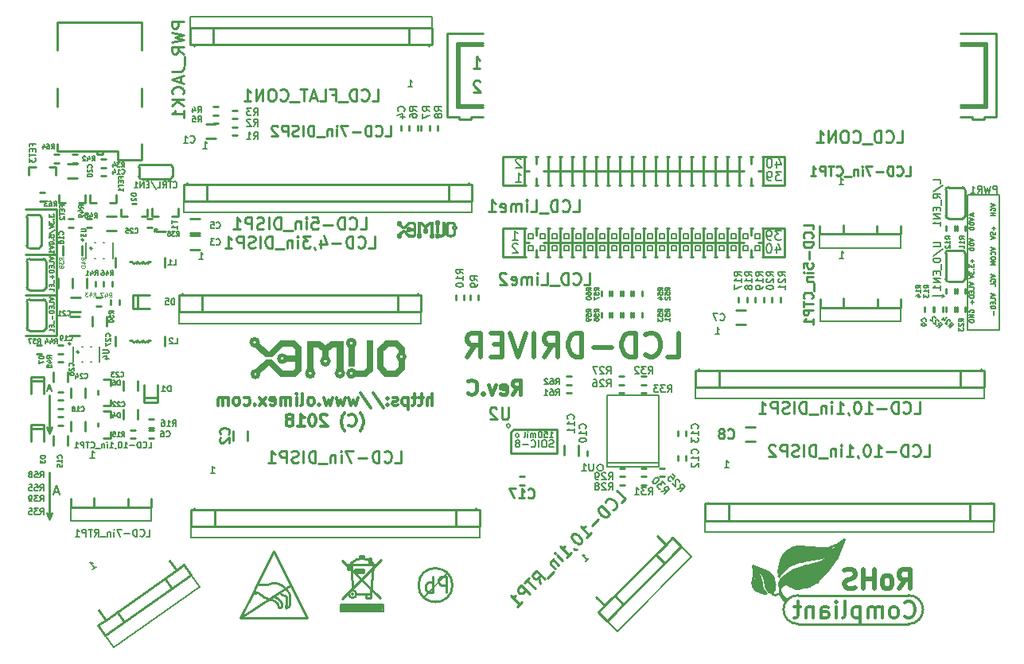
<source format=gbr>
G04 #@! TF.GenerationSoftware,KiCad,Pcbnew,(6.0.0-rc1-dev-478-gc120ae9e9)*
G04 #@! TF.CreationDate,2018-09-18T16:09:50+03:00*
G04 #@! TF.ProjectId,LCD-DRIVER_Rev_C,4C43442D4452495645525F5265765F43,C*
G04 #@! TF.SameCoordinates,Original*
G04 #@! TF.FileFunction,Legend,Bot*
G04 #@! TF.FilePolarity,Positive*
%FSLAX46Y46*%
G04 Gerber Fmt 4.6, Leading zero omitted, Abs format (unit mm)*
G04 Created by KiCad (PCBNEW (6.0.0-rc1-dev-478-gc120ae9e9)) date 09/18/18 16:09:50*
%MOMM*%
%LPD*%
G01*
G04 APERTURE LIST*
%ADD10C,0.127000*%
%ADD11C,0.317500*%
%ADD12C,0.381000*%
%ADD13C,0.508000*%
%ADD14C,0.254000*%
%ADD15C,0.190500*%
%ADD16C,0.150000*%
%ADD17C,0.203200*%
%ADD18C,0.009000*%
%ADD19C,0.200000*%
%ADD20C,0.400000*%
%ADD21C,0.700000*%
%ADD22C,0.500000*%
%ADD23C,0.100000*%
%ADD24C,0.158750*%
%ADD25C,0.114300*%
%ADD26C,0.350000*%
G04 APERTURE END LIST*
D10*
X170561000Y-91941952D02*
X170536809Y-91893571D01*
X170536809Y-91821000D01*
X170561000Y-91748428D01*
X170609380Y-91700047D01*
X170657761Y-91675857D01*
X170754523Y-91651666D01*
X170827095Y-91651666D01*
X170923857Y-91675857D01*
X170972238Y-91700047D01*
X171020619Y-91748428D01*
X171044809Y-91821000D01*
X171044809Y-91869380D01*
X171020619Y-91941952D01*
X170996428Y-91966142D01*
X170827095Y-91966142D01*
X170827095Y-91869380D01*
X171044809Y-92183857D02*
X170536809Y-92183857D01*
X171044809Y-92474142D01*
X170536809Y-92474142D01*
X171044809Y-92716047D02*
X170536809Y-92716047D01*
X170536809Y-92837000D01*
X170561000Y-92909571D01*
X170609380Y-92957952D01*
X170657761Y-92982142D01*
X170754523Y-93006333D01*
X170827095Y-93006333D01*
X170923857Y-92982142D01*
X170972238Y-92957952D01*
X171020619Y-92909571D01*
X171044809Y-92837000D01*
X171044809Y-92716047D01*
X172822809Y-89885761D02*
X173330809Y-90055095D01*
X172822809Y-90224428D01*
X173330809Y-90635666D02*
X173330809Y-90393761D01*
X172822809Y-90393761D01*
X173064714Y-90805000D02*
X173064714Y-90974333D01*
X173330809Y-91046904D02*
X173330809Y-90805000D01*
X172822809Y-90805000D01*
X172822809Y-91046904D01*
X173330809Y-91264619D02*
X172822809Y-91264619D01*
X172822809Y-91385571D01*
X172847000Y-91458142D01*
X172895380Y-91506523D01*
X172943761Y-91530714D01*
X173040523Y-91554904D01*
X173113095Y-91554904D01*
X173209857Y-91530714D01*
X173258238Y-91506523D01*
X173306619Y-91458142D01*
X173330809Y-91385571D01*
X173330809Y-91264619D01*
X173137285Y-91772619D02*
X173137285Y-92159666D01*
X170536809Y-88742761D02*
X171044809Y-88912095D01*
X170536809Y-89081428D01*
X171044809Y-89492666D02*
X171044809Y-89250761D01*
X170536809Y-89250761D01*
X170778714Y-89662000D02*
X170778714Y-89831333D01*
X171044809Y-89903904D02*
X171044809Y-89662000D01*
X170536809Y-89662000D01*
X170536809Y-89903904D01*
X171044809Y-90121619D02*
X170536809Y-90121619D01*
X170536809Y-90242571D01*
X170561000Y-90315142D01*
X170609380Y-90363523D01*
X170657761Y-90387714D01*
X170754523Y-90411904D01*
X170827095Y-90411904D01*
X170923857Y-90387714D01*
X170972238Y-90363523D01*
X171020619Y-90315142D01*
X171044809Y-90242571D01*
X171044809Y-90121619D01*
X170851285Y-90629619D02*
X170851285Y-91016666D01*
X171044809Y-90823142D02*
X170657761Y-90823142D01*
X172822809Y-87890047D02*
X173330809Y-88059380D01*
X172822809Y-88228714D01*
X172847000Y-88664142D02*
X172822809Y-88615761D01*
X172822809Y-88543190D01*
X172847000Y-88470619D01*
X172895380Y-88422238D01*
X172943761Y-88398047D01*
X173040523Y-88373857D01*
X173113095Y-88373857D01*
X173209857Y-88398047D01*
X173258238Y-88422238D01*
X173306619Y-88470619D01*
X173330809Y-88543190D01*
X173330809Y-88591571D01*
X173306619Y-88664142D01*
X173282428Y-88688333D01*
X173113095Y-88688333D01*
X173113095Y-88591571D01*
X173330809Y-89147952D02*
X173330809Y-88906047D01*
X172822809Y-88906047D01*
X170851285Y-86233000D02*
X170851285Y-86620047D01*
X171044809Y-86426523D02*
X170657761Y-86426523D01*
X170536809Y-86813571D02*
X170536809Y-87128047D01*
X170730333Y-86958714D01*
X170730333Y-87031285D01*
X170754523Y-87079666D01*
X170778714Y-87103857D01*
X170827095Y-87128047D01*
X170948047Y-87128047D01*
X170996428Y-87103857D01*
X171020619Y-87079666D01*
X171044809Y-87031285D01*
X171044809Y-86886142D01*
X171020619Y-86837761D01*
X170996428Y-86813571D01*
X170996428Y-87345761D02*
X171020619Y-87369952D01*
X171044809Y-87345761D01*
X171020619Y-87321571D01*
X170996428Y-87345761D01*
X171044809Y-87345761D01*
X170536809Y-87539285D02*
X170536809Y-87853761D01*
X170730333Y-87684428D01*
X170730333Y-87757000D01*
X170754523Y-87805380D01*
X170778714Y-87829571D01*
X170827095Y-87853761D01*
X170948047Y-87853761D01*
X170996428Y-87829571D01*
X171020619Y-87805380D01*
X171044809Y-87757000D01*
X171044809Y-87611857D01*
X171020619Y-87563476D01*
X170996428Y-87539285D01*
X170536809Y-87998904D02*
X171044809Y-88168238D01*
X170536809Y-88337571D01*
X172822809Y-84999285D02*
X173330809Y-85168619D01*
X172822809Y-85337952D01*
X173282428Y-85797571D02*
X173306619Y-85773380D01*
X173330809Y-85700809D01*
X173330809Y-85652428D01*
X173306619Y-85579857D01*
X173258238Y-85531476D01*
X173209857Y-85507285D01*
X173113095Y-85483095D01*
X173040523Y-85483095D01*
X172943761Y-85507285D01*
X172895380Y-85531476D01*
X172847000Y-85579857D01*
X172822809Y-85652428D01*
X172822809Y-85700809D01*
X172847000Y-85773380D01*
X172871190Y-85797571D01*
X172822809Y-86112047D02*
X172822809Y-86208809D01*
X172847000Y-86257190D01*
X172895380Y-86305571D01*
X172992142Y-86329761D01*
X173161476Y-86329761D01*
X173258238Y-86305571D01*
X173306619Y-86257190D01*
X173330809Y-86208809D01*
X173330809Y-86112047D01*
X173306619Y-86063666D01*
X173258238Y-86015285D01*
X173161476Y-85991095D01*
X172992142Y-85991095D01*
X172895380Y-86015285D01*
X172847000Y-86063666D01*
X172822809Y-86112047D01*
X173330809Y-86547476D02*
X172822809Y-86547476D01*
X173185666Y-86716809D01*
X172822809Y-86886142D01*
X173330809Y-86886142D01*
X170536809Y-84031666D02*
X171044809Y-84201000D01*
X170536809Y-84370333D01*
X171044809Y-84539666D02*
X170536809Y-84539666D01*
X170536809Y-84660619D01*
X170561000Y-84733190D01*
X170609380Y-84781571D01*
X170657761Y-84805761D01*
X170754523Y-84829952D01*
X170827095Y-84829952D01*
X170923857Y-84805761D01*
X170972238Y-84781571D01*
X171020619Y-84733190D01*
X171044809Y-84660619D01*
X171044809Y-84539666D01*
X171044809Y-85047666D02*
X170536809Y-85047666D01*
X170536809Y-85168619D01*
X170561000Y-85241190D01*
X170609380Y-85289571D01*
X170657761Y-85313761D01*
X170754523Y-85337952D01*
X170827095Y-85337952D01*
X170923857Y-85313761D01*
X170972238Y-85289571D01*
X171020619Y-85241190D01*
X171044809Y-85168619D01*
X171044809Y-85047666D01*
X173137285Y-82785857D02*
X173137285Y-83172904D01*
X173330809Y-82979380D02*
X172943761Y-82979380D01*
X172822809Y-83656714D02*
X172822809Y-83414809D01*
X173064714Y-83390619D01*
X173040523Y-83414809D01*
X173016333Y-83463190D01*
X173016333Y-83584142D01*
X173040523Y-83632523D01*
X173064714Y-83656714D01*
X173113095Y-83680904D01*
X173234047Y-83680904D01*
X173282428Y-83656714D01*
X173306619Y-83632523D01*
X173330809Y-83584142D01*
X173330809Y-83463190D01*
X173306619Y-83414809D01*
X173282428Y-83390619D01*
X172822809Y-83826047D02*
X173330809Y-83995380D01*
X172822809Y-84164714D01*
X170899666Y-81449333D02*
X170899666Y-81691238D01*
X171044809Y-81400952D02*
X170536809Y-81570285D01*
X171044809Y-81739619D01*
X170536809Y-81836380D02*
X171044809Y-82005714D01*
X170536809Y-82175047D01*
X171044809Y-82344380D02*
X170536809Y-82344380D01*
X170536809Y-82465333D01*
X170561000Y-82537904D01*
X170609380Y-82586285D01*
X170657761Y-82610476D01*
X170754523Y-82634666D01*
X170827095Y-82634666D01*
X170923857Y-82610476D01*
X170972238Y-82586285D01*
X171020619Y-82537904D01*
X171044809Y-82465333D01*
X171044809Y-82344380D01*
X171044809Y-82852380D02*
X170536809Y-82852380D01*
X170536809Y-82973333D01*
X170561000Y-83045904D01*
X170609380Y-83094285D01*
X170657761Y-83118476D01*
X170754523Y-83142666D01*
X170827095Y-83142666D01*
X170923857Y-83118476D01*
X170972238Y-83094285D01*
X171020619Y-83045904D01*
X171044809Y-82973333D01*
X171044809Y-82852380D01*
X172822809Y-80336571D02*
X173330809Y-80505904D01*
X172822809Y-80675238D01*
X172847000Y-81110666D02*
X172822809Y-81062285D01*
X172822809Y-80989714D01*
X172847000Y-80917142D01*
X172895380Y-80868761D01*
X172943761Y-80844571D01*
X173040523Y-80820380D01*
X173113095Y-80820380D01*
X173209857Y-80844571D01*
X173258238Y-80868761D01*
X173306619Y-80917142D01*
X173330809Y-80989714D01*
X173330809Y-81038095D01*
X173306619Y-81110666D01*
X173282428Y-81134857D01*
X173113095Y-81134857D01*
X173113095Y-81038095D01*
X173330809Y-81352571D02*
X172822809Y-81352571D01*
X173064714Y-81352571D02*
X173064714Y-81642857D01*
X173330809Y-81642857D02*
X172822809Y-81642857D01*
D11*
X113380761Y-101825273D02*
X113380761Y-100555273D01*
X112836476Y-101825273D02*
X112836476Y-101160035D01*
X112896952Y-101039083D01*
X113017904Y-100978607D01*
X113199333Y-100978607D01*
X113320285Y-101039083D01*
X113380761Y-101099559D01*
X112413142Y-100978607D02*
X111929333Y-100978607D01*
X112231714Y-100555273D02*
X112231714Y-101643845D01*
X112171238Y-101764797D01*
X112050285Y-101825273D01*
X111929333Y-101825273D01*
X111687428Y-100978607D02*
X111203619Y-100978607D01*
X111506000Y-100555273D02*
X111506000Y-101643845D01*
X111445523Y-101764797D01*
X111324571Y-101825273D01*
X111203619Y-101825273D01*
X110780285Y-100978607D02*
X110780285Y-102248607D01*
X110780285Y-101039083D02*
X110659333Y-100978607D01*
X110417428Y-100978607D01*
X110296476Y-101039083D01*
X110236000Y-101099559D01*
X110175523Y-101220511D01*
X110175523Y-101583369D01*
X110236000Y-101704321D01*
X110296476Y-101764797D01*
X110417428Y-101825273D01*
X110659333Y-101825273D01*
X110780285Y-101764797D01*
X109691714Y-101764797D02*
X109570761Y-101825273D01*
X109328857Y-101825273D01*
X109207904Y-101764797D01*
X109147428Y-101643845D01*
X109147428Y-101583369D01*
X109207904Y-101462416D01*
X109328857Y-101401940D01*
X109510285Y-101401940D01*
X109631238Y-101341464D01*
X109691714Y-101220511D01*
X109691714Y-101160035D01*
X109631238Y-101039083D01*
X109510285Y-100978607D01*
X109328857Y-100978607D01*
X109207904Y-101039083D01*
X108603142Y-101704321D02*
X108542666Y-101764797D01*
X108603142Y-101825273D01*
X108663619Y-101764797D01*
X108603142Y-101704321D01*
X108603142Y-101825273D01*
X108603142Y-101039083D02*
X108542666Y-101099559D01*
X108603142Y-101160035D01*
X108663619Y-101099559D01*
X108603142Y-101039083D01*
X108603142Y-101160035D01*
X107091238Y-100494797D02*
X108179809Y-102127654D01*
X105760761Y-100494797D02*
X106849333Y-102127654D01*
X105458380Y-100978607D02*
X105216476Y-101825273D01*
X104974571Y-101220511D01*
X104732666Y-101825273D01*
X104490761Y-100978607D01*
X104127904Y-100978607D02*
X103886000Y-101825273D01*
X103644095Y-101220511D01*
X103402190Y-101825273D01*
X103160285Y-100978607D01*
X102797428Y-100978607D02*
X102555523Y-101825273D01*
X102313619Y-101220511D01*
X102071714Y-101825273D01*
X101829809Y-100978607D01*
X101346000Y-101704321D02*
X101285523Y-101764797D01*
X101346000Y-101825273D01*
X101406476Y-101764797D01*
X101346000Y-101704321D01*
X101346000Y-101825273D01*
X100559809Y-101825273D02*
X100680761Y-101764797D01*
X100741238Y-101704321D01*
X100801714Y-101583369D01*
X100801714Y-101220511D01*
X100741238Y-101099559D01*
X100680761Y-101039083D01*
X100559809Y-100978607D01*
X100378380Y-100978607D01*
X100257428Y-101039083D01*
X100196952Y-101099559D01*
X100136476Y-101220511D01*
X100136476Y-101583369D01*
X100196952Y-101704321D01*
X100257428Y-101764797D01*
X100378380Y-101825273D01*
X100559809Y-101825273D01*
X99410761Y-101825273D02*
X99531714Y-101764797D01*
X99592190Y-101643845D01*
X99592190Y-100555273D01*
X98926952Y-101825273D02*
X98926952Y-100978607D01*
X98926952Y-100555273D02*
X98987428Y-100615750D01*
X98926952Y-100676226D01*
X98866476Y-100615750D01*
X98926952Y-100555273D01*
X98926952Y-100676226D01*
X98322190Y-101825273D02*
X98322190Y-100978607D01*
X98322190Y-101099559D02*
X98261714Y-101039083D01*
X98140761Y-100978607D01*
X97959333Y-100978607D01*
X97838380Y-101039083D01*
X97777904Y-101160035D01*
X97777904Y-101825273D01*
X97777904Y-101160035D02*
X97717428Y-101039083D01*
X97596476Y-100978607D01*
X97415047Y-100978607D01*
X97294095Y-101039083D01*
X97233619Y-101160035D01*
X97233619Y-101825273D01*
X96145047Y-101764797D02*
X96266000Y-101825273D01*
X96507904Y-101825273D01*
X96628857Y-101764797D01*
X96689333Y-101643845D01*
X96689333Y-101160035D01*
X96628857Y-101039083D01*
X96507904Y-100978607D01*
X96266000Y-100978607D01*
X96145047Y-101039083D01*
X96084571Y-101160035D01*
X96084571Y-101280988D01*
X96689333Y-101401940D01*
X95661238Y-101825273D02*
X94996000Y-100978607D01*
X95661238Y-100978607D02*
X94996000Y-101825273D01*
X94512190Y-101704321D02*
X94451714Y-101764797D01*
X94512190Y-101825273D01*
X94572666Y-101764797D01*
X94512190Y-101704321D01*
X94512190Y-101825273D01*
X93363142Y-101764797D02*
X93484095Y-101825273D01*
X93726000Y-101825273D01*
X93846952Y-101764797D01*
X93907428Y-101704321D01*
X93967904Y-101583369D01*
X93967904Y-101220511D01*
X93907428Y-101099559D01*
X93846952Y-101039083D01*
X93726000Y-100978607D01*
X93484095Y-100978607D01*
X93363142Y-101039083D01*
X92637428Y-101825273D02*
X92758380Y-101764797D01*
X92818857Y-101704321D01*
X92879333Y-101583369D01*
X92879333Y-101220511D01*
X92818857Y-101099559D01*
X92758380Y-101039083D01*
X92637428Y-100978607D01*
X92456000Y-100978607D01*
X92335047Y-101039083D01*
X92274571Y-101099559D01*
X92214095Y-101220511D01*
X92214095Y-101583369D01*
X92274571Y-101704321D01*
X92335047Y-101764797D01*
X92456000Y-101825273D01*
X92637428Y-101825273D01*
X91669809Y-101825273D02*
X91669809Y-100978607D01*
X91669809Y-101099559D02*
X91609333Y-101039083D01*
X91488380Y-100978607D01*
X91306952Y-100978607D01*
X91186000Y-101039083D01*
X91125523Y-101160035D01*
X91125523Y-101825273D01*
X91125523Y-101160035D02*
X91065047Y-101039083D01*
X90944095Y-100978607D01*
X90762666Y-100978607D01*
X90641714Y-101039083D01*
X90581238Y-101160035D01*
X90581238Y-101825273D01*
X105700285Y-104531583D02*
X105760761Y-104471107D01*
X105881714Y-104289678D01*
X105942190Y-104168726D01*
X106002666Y-103987297D01*
X106063142Y-103684916D01*
X106063142Y-103443011D01*
X106002666Y-103140630D01*
X105942190Y-102959202D01*
X105881714Y-102838250D01*
X105760761Y-102656821D01*
X105700285Y-102596345D01*
X104490761Y-103926821D02*
X104551238Y-103987297D01*
X104732666Y-104047773D01*
X104853619Y-104047773D01*
X105035047Y-103987297D01*
X105156000Y-103866345D01*
X105216476Y-103745392D01*
X105276952Y-103503488D01*
X105276952Y-103322059D01*
X105216476Y-103080154D01*
X105156000Y-102959202D01*
X105035047Y-102838250D01*
X104853619Y-102777773D01*
X104732666Y-102777773D01*
X104551238Y-102838250D01*
X104490761Y-102898726D01*
X104067428Y-104531583D02*
X104006952Y-104471107D01*
X103886000Y-104289678D01*
X103825523Y-104168726D01*
X103765047Y-103987297D01*
X103704571Y-103684916D01*
X103704571Y-103443011D01*
X103765047Y-103140630D01*
X103825523Y-102959202D01*
X103886000Y-102838250D01*
X104006952Y-102656821D01*
X104067428Y-102596345D01*
X102192666Y-102898726D02*
X102132190Y-102838250D01*
X102011238Y-102777773D01*
X101708857Y-102777773D01*
X101587904Y-102838250D01*
X101527428Y-102898726D01*
X101466952Y-103019678D01*
X101466952Y-103140630D01*
X101527428Y-103322059D01*
X102253142Y-104047773D01*
X101466952Y-104047773D01*
X100680761Y-102777773D02*
X100559809Y-102777773D01*
X100438857Y-102838250D01*
X100378380Y-102898726D01*
X100317904Y-103019678D01*
X100257428Y-103261583D01*
X100257428Y-103563964D01*
X100317904Y-103805869D01*
X100378380Y-103926821D01*
X100438857Y-103987297D01*
X100559809Y-104047773D01*
X100680761Y-104047773D01*
X100801714Y-103987297D01*
X100862190Y-103926821D01*
X100922666Y-103805869D01*
X100983142Y-103563964D01*
X100983142Y-103261583D01*
X100922666Y-103019678D01*
X100862190Y-102898726D01*
X100801714Y-102838250D01*
X100680761Y-102777773D01*
X99047904Y-104047773D02*
X99773619Y-104047773D01*
X99410761Y-104047773D02*
X99410761Y-102777773D01*
X99531714Y-102959202D01*
X99652666Y-103080154D01*
X99773619Y-103140630D01*
X98322190Y-103322059D02*
X98443142Y-103261583D01*
X98503619Y-103201107D01*
X98564095Y-103080154D01*
X98564095Y-103019678D01*
X98503619Y-102898726D01*
X98443142Y-102838250D01*
X98322190Y-102777773D01*
X98080285Y-102777773D01*
X97959333Y-102838250D01*
X97898857Y-102898726D01*
X97838380Y-103019678D01*
X97838380Y-103080154D01*
X97898857Y-103201107D01*
X97959333Y-103261583D01*
X98080285Y-103322059D01*
X98322190Y-103322059D01*
X98443142Y-103382535D01*
X98503619Y-103443011D01*
X98564095Y-103563964D01*
X98564095Y-103805869D01*
X98503619Y-103926821D01*
X98443142Y-103987297D01*
X98322190Y-104047773D01*
X98080285Y-104047773D01*
X97959333Y-103987297D01*
X97898857Y-103926821D01*
X97838380Y-103805869D01*
X97838380Y-103563964D01*
X97898857Y-103443011D01*
X97959333Y-103382535D01*
X98080285Y-103322059D01*
D12*
X121901857Y-100638428D02*
X122409857Y-99912714D01*
X122772714Y-100638428D02*
X122772714Y-99114428D01*
X122192142Y-99114428D01*
X122047000Y-99187000D01*
X121974428Y-99259571D01*
X121901857Y-99404714D01*
X121901857Y-99622428D01*
X121974428Y-99767571D01*
X122047000Y-99840142D01*
X122192142Y-99912714D01*
X122772714Y-99912714D01*
X120668142Y-100565857D02*
X120813285Y-100638428D01*
X121103571Y-100638428D01*
X121248714Y-100565857D01*
X121321285Y-100420714D01*
X121321285Y-99840142D01*
X121248714Y-99695000D01*
X121103571Y-99622428D01*
X120813285Y-99622428D01*
X120668142Y-99695000D01*
X120595571Y-99840142D01*
X120595571Y-99985285D01*
X121321285Y-100130428D01*
X120087571Y-99622428D02*
X119724714Y-100638428D01*
X119361857Y-99622428D01*
X118781285Y-100493285D02*
X118708714Y-100565857D01*
X118781285Y-100638428D01*
X118853857Y-100565857D01*
X118781285Y-100493285D01*
X118781285Y-100638428D01*
X117184714Y-100493285D02*
X117257285Y-100565857D01*
X117475000Y-100638428D01*
X117620142Y-100638428D01*
X117837857Y-100565857D01*
X117983000Y-100420714D01*
X118055571Y-100275571D01*
X118128142Y-99985285D01*
X118128142Y-99767571D01*
X118055571Y-99477285D01*
X117983000Y-99332142D01*
X117837857Y-99187000D01*
X117620142Y-99114428D01*
X117475000Y-99114428D01*
X117257285Y-99187000D01*
X117184714Y-99259571D01*
D13*
X138375571Y-96653047D02*
X139585095Y-96653047D01*
X139585095Y-94113047D01*
X136077476Y-96411142D02*
X136198428Y-96532095D01*
X136561285Y-96653047D01*
X136803190Y-96653047D01*
X137166047Y-96532095D01*
X137407952Y-96290190D01*
X137528904Y-96048285D01*
X137649857Y-95564476D01*
X137649857Y-95201619D01*
X137528904Y-94717809D01*
X137407952Y-94475904D01*
X137166047Y-94234000D01*
X136803190Y-94113047D01*
X136561285Y-94113047D01*
X136198428Y-94234000D01*
X136077476Y-94354952D01*
X134988904Y-96653047D02*
X134988904Y-94113047D01*
X134384142Y-94113047D01*
X134021285Y-94234000D01*
X133779380Y-94475904D01*
X133658428Y-94717809D01*
X133537476Y-95201619D01*
X133537476Y-95564476D01*
X133658428Y-96048285D01*
X133779380Y-96290190D01*
X134021285Y-96532095D01*
X134384142Y-96653047D01*
X134988904Y-96653047D01*
X132448904Y-95685428D02*
X130513666Y-95685428D01*
X129304142Y-96653047D02*
X129304142Y-94113047D01*
X128699380Y-94113047D01*
X128336523Y-94234000D01*
X128094619Y-94475904D01*
X127973666Y-94717809D01*
X127852714Y-95201619D01*
X127852714Y-95564476D01*
X127973666Y-96048285D01*
X128094619Y-96290190D01*
X128336523Y-96532095D01*
X128699380Y-96653047D01*
X129304142Y-96653047D01*
X125312714Y-96653047D02*
X126159380Y-95443523D01*
X126764142Y-96653047D02*
X126764142Y-94113047D01*
X125796523Y-94113047D01*
X125554619Y-94234000D01*
X125433666Y-94354952D01*
X125312714Y-94596857D01*
X125312714Y-94959714D01*
X125433666Y-95201619D01*
X125554619Y-95322571D01*
X125796523Y-95443523D01*
X126764142Y-95443523D01*
X124224142Y-96653047D02*
X124224142Y-94113047D01*
X123377476Y-94113047D02*
X122530809Y-96653047D01*
X121684142Y-94113047D01*
X120837476Y-95322571D02*
X119990809Y-95322571D01*
X119627952Y-96653047D02*
X120837476Y-96653047D01*
X120837476Y-94113047D01*
X119627952Y-94113047D01*
X117087952Y-96653047D02*
X117934619Y-95443523D01*
X118539380Y-96653047D02*
X118539380Y-94113047D01*
X117571761Y-94113047D01*
X117329857Y-94234000D01*
X117208904Y-94354952D01*
X117087952Y-94596857D01*
X117087952Y-94959714D01*
X117208904Y-95201619D01*
X117329857Y-95322571D01*
X117571761Y-95443523D01*
X118539380Y-95443523D01*
D10*
X167894000Y-90170000D02*
X167640000Y-90297000D01*
X167894000Y-90170000D02*
X167640000Y-90043000D01*
X166624000Y-90170000D02*
X167894000Y-90170000D01*
D14*
X83820000Y-83058000D02*
X84074000Y-83058000D01*
X83820000Y-83058000D02*
X83820000Y-83312000D01*
X84074000Y-83312000D02*
X84963000Y-83312000D01*
X83820000Y-83058000D02*
X84074000Y-83312000D01*
X72644000Y-104775000D02*
X72390000Y-104140000D01*
X72644000Y-100711000D02*
X72644000Y-104775000D01*
X72644000Y-104775000D02*
X72898000Y-104140000D01*
D15*
X72825428Y-100076000D02*
X72462571Y-100076000D01*
X72898000Y-100293714D02*
X72644000Y-99531714D01*
X72390000Y-100293714D01*
X73647904Y-111040333D02*
X73164095Y-111040333D01*
X73744666Y-111330619D02*
X73406000Y-110314619D01*
X73067333Y-111330619D01*
D14*
X72644000Y-113919000D02*
X72898000Y-113284000D01*
X72644000Y-113919000D02*
X72390000Y-113284000D01*
X72644000Y-108966000D02*
X72644000Y-113919000D01*
X73406000Y-94361000D02*
X70104000Y-94361000D01*
X73406000Y-90043000D02*
X70104000Y-90043000D01*
X73406000Y-80899000D02*
X73025000Y-80899000D01*
X73406000Y-85725000D02*
X73406000Y-94361000D01*
X73406000Y-85725000D02*
X70104000Y-85725000D01*
X73406000Y-80899000D02*
X73406000Y-85725000D01*
X73025000Y-80899000D02*
X70104000Y-80899000D01*
G04 #@! TO.C,LCD_Lime2*
X134620000Y-84455000D02*
X134620000Y-85979000D01*
X134620000Y-82931000D02*
X134620000Y-84455000D01*
X133350000Y-84455000D02*
X133350000Y-85979000D01*
X132080000Y-84455000D02*
X132080000Y-85979000D01*
X130810000Y-84455000D02*
X130810000Y-85979000D01*
X129540000Y-84455000D02*
X129540000Y-85979000D01*
X128270000Y-84455000D02*
X128270000Y-85979000D01*
X127000000Y-84455000D02*
X127000000Y-85979000D01*
X125730000Y-84455000D02*
X125730000Y-85979000D01*
X124460000Y-85217000D02*
X124460000Y-85979000D01*
X133350000Y-82931000D02*
X133350000Y-84455000D01*
X132080000Y-82931000D02*
X132080000Y-84455000D01*
X130810000Y-82931000D02*
X130810000Y-84455000D01*
X129540000Y-82931000D02*
X129540000Y-84455000D01*
X128270000Y-82931000D02*
X128270000Y-84455000D01*
X127000000Y-82931000D02*
X127000000Y-84455000D01*
X125730000Y-82931000D02*
X125730000Y-84455000D01*
X124460000Y-82931000D02*
X124460000Y-83693000D01*
X124460000Y-85979000D02*
X124587000Y-85979000D01*
X124333000Y-85979000D02*
X124460000Y-85979000D01*
X125730000Y-85979000D02*
X125857000Y-85979000D01*
X125603000Y-85979000D02*
X125730000Y-85979000D01*
X127000000Y-85979000D02*
X127127000Y-85979000D01*
X126873000Y-85979000D02*
X127000000Y-85979000D01*
X128270000Y-85979000D02*
X128397000Y-85979000D01*
X128143000Y-85979000D02*
X128270000Y-85979000D01*
X129540000Y-85979000D02*
X129667000Y-85979000D01*
X129413000Y-85979000D02*
X129540000Y-85979000D01*
X130810000Y-85979000D02*
X130937000Y-85979000D01*
X130683000Y-85979000D02*
X130810000Y-85979000D01*
X132080000Y-85979000D02*
X132207000Y-85979000D01*
X131953000Y-85979000D02*
X132080000Y-85979000D01*
X133350000Y-85979000D02*
X133477000Y-85979000D01*
X133223000Y-85979000D02*
X133350000Y-85979000D01*
X134493000Y-85979000D02*
X134747000Y-85979000D01*
X134620000Y-82931000D02*
X134747000Y-82931000D01*
X134493000Y-82931000D02*
X134620000Y-82931000D01*
X133350000Y-82931000D02*
X133477000Y-82931000D01*
X133223000Y-82931000D02*
X133350000Y-82931000D01*
X132080000Y-82931000D02*
X132207000Y-82931000D01*
X131953000Y-82931000D02*
X132080000Y-82931000D01*
X130810000Y-82931000D02*
X130937000Y-82931000D01*
X130683000Y-82931000D02*
X130810000Y-82931000D01*
X129540000Y-82931000D02*
X129667000Y-82931000D01*
X129413000Y-82931000D02*
X129540000Y-82931000D01*
X128270000Y-82931000D02*
X128397000Y-82931000D01*
X128143000Y-82931000D02*
X128270000Y-82931000D01*
X127000000Y-82931000D02*
X127127000Y-82931000D01*
X126873000Y-82931000D02*
X127000000Y-82931000D01*
X125730000Y-82931000D02*
X125857000Y-82931000D01*
X125603000Y-82931000D02*
X125730000Y-82931000D01*
X124460000Y-82931000D02*
X124587000Y-82931000D01*
X124333000Y-82931000D02*
X124460000Y-82931000D01*
X134620000Y-84455000D02*
X135890000Y-84455000D01*
X133350000Y-84455000D02*
X134620000Y-84455000D01*
X132080000Y-84455000D02*
X133350000Y-84455000D01*
X130810000Y-84455000D02*
X132080000Y-84455000D01*
X129540000Y-84455000D02*
X130810000Y-84455000D01*
X128270000Y-84455000D02*
X129540000Y-84455000D01*
X127000000Y-84455000D02*
X128270000Y-84455000D01*
X125730000Y-84455000D02*
X127000000Y-84455000D01*
X125222000Y-84455000D02*
X125730000Y-84455000D01*
X123190000Y-84455000D02*
X123698000Y-84455000D01*
X135890000Y-82931000D02*
X135763000Y-82931000D01*
X135890000Y-84455000D02*
X135890000Y-82931000D01*
X135890000Y-85979000D02*
X135890000Y-84455000D01*
X135763000Y-85979000D02*
X135890000Y-85979000D01*
X123190000Y-82931000D02*
X123317000Y-82931000D01*
X123190000Y-84455000D02*
X123190000Y-82931000D01*
X123190000Y-85979000D02*
X123190000Y-84455000D01*
X123317000Y-85979000D02*
X123190000Y-85979000D01*
D10*
X135001000Y-83566000D02*
X135001000Y-84074000D01*
X135001000Y-84074000D02*
X135509000Y-84074000D01*
X135509000Y-83566000D02*
X135509000Y-84074000D01*
X135001000Y-83566000D02*
X135509000Y-83566000D01*
X133731000Y-83566000D02*
X133731000Y-84074000D01*
X133731000Y-84074000D02*
X134239000Y-84074000D01*
X134239000Y-83566000D02*
X134239000Y-84074000D01*
X133731000Y-83566000D02*
X134239000Y-83566000D01*
X132461000Y-83566000D02*
X132461000Y-84074000D01*
X132461000Y-84074000D02*
X132969000Y-84074000D01*
X132969000Y-83566000D02*
X132969000Y-84074000D01*
X132461000Y-83566000D02*
X132969000Y-83566000D01*
X131191000Y-83566000D02*
X131191000Y-84074000D01*
X131191000Y-84074000D02*
X131699000Y-84074000D01*
X131699000Y-83566000D02*
X131699000Y-84074000D01*
X131191000Y-83566000D02*
X131699000Y-83566000D01*
X129921000Y-83566000D02*
X129921000Y-84074000D01*
X129921000Y-84074000D02*
X130429000Y-84074000D01*
X130429000Y-83566000D02*
X130429000Y-84074000D01*
X129921000Y-83566000D02*
X130429000Y-83566000D01*
X128651000Y-83566000D02*
X128651000Y-84074000D01*
X128651000Y-84074000D02*
X129159000Y-84074000D01*
X129159000Y-83566000D02*
X129159000Y-84074000D01*
X128651000Y-83566000D02*
X129159000Y-83566000D01*
X127381000Y-83566000D02*
X127381000Y-84074000D01*
X127381000Y-84074000D02*
X127889000Y-84074000D01*
X127889000Y-83566000D02*
X127889000Y-84074000D01*
X127381000Y-83566000D02*
X127889000Y-83566000D01*
X126111000Y-83566000D02*
X126111000Y-84074000D01*
X126111000Y-84074000D02*
X126619000Y-84074000D01*
X126619000Y-83566000D02*
X126619000Y-84074000D01*
X126111000Y-83566000D02*
X126619000Y-83566000D01*
X124841000Y-83566000D02*
X124841000Y-84074000D01*
X124841000Y-84074000D02*
X125349000Y-84074000D01*
X125349000Y-83566000D02*
X125349000Y-84074000D01*
X124841000Y-83566000D02*
X125349000Y-83566000D01*
X123571000Y-83566000D02*
X123571000Y-84074000D01*
X123571000Y-84074000D02*
X124079000Y-84074000D01*
X124079000Y-83566000D02*
X124079000Y-84074000D01*
X123571000Y-83566000D02*
X124079000Y-83566000D01*
X135001000Y-84836000D02*
X135001000Y-85344000D01*
X135001000Y-85344000D02*
X135509000Y-85344000D01*
X135509000Y-84836000D02*
X135509000Y-85344000D01*
X135001000Y-84836000D02*
X135509000Y-84836000D01*
X133731000Y-84836000D02*
X133731000Y-85344000D01*
X133731000Y-85344000D02*
X134239000Y-85344000D01*
X134239000Y-84836000D02*
X134239000Y-85344000D01*
X133731000Y-84836000D02*
X134239000Y-84836000D01*
X132461000Y-84836000D02*
X132461000Y-85344000D01*
X132461000Y-85344000D02*
X132969000Y-85344000D01*
X132969000Y-84836000D02*
X132969000Y-85344000D01*
X132461000Y-84836000D02*
X132969000Y-84836000D01*
X131191000Y-84836000D02*
X131191000Y-85344000D01*
X131191000Y-85344000D02*
X131699000Y-85344000D01*
X131699000Y-84836000D02*
X131699000Y-85344000D01*
X131191000Y-84836000D02*
X131699000Y-84836000D01*
X129921000Y-84836000D02*
X129921000Y-85344000D01*
X129921000Y-85344000D02*
X130429000Y-85344000D01*
X130429000Y-84836000D02*
X130429000Y-85344000D01*
X129921000Y-84836000D02*
X130429000Y-84836000D01*
X128651000Y-84836000D02*
X128651000Y-85344000D01*
X128651000Y-85344000D02*
X129159000Y-85344000D01*
X129159000Y-84836000D02*
X129159000Y-85344000D01*
X128651000Y-84836000D02*
X129159000Y-84836000D01*
X127381000Y-84836000D02*
X127381000Y-85344000D01*
X127381000Y-85344000D02*
X127889000Y-85344000D01*
X127889000Y-84836000D02*
X127889000Y-85344000D01*
X127381000Y-84836000D02*
X127889000Y-84836000D01*
X126111000Y-84836000D02*
X126111000Y-85344000D01*
X126111000Y-85344000D02*
X126619000Y-85344000D01*
X126619000Y-84836000D02*
X126619000Y-85344000D01*
X126111000Y-84836000D02*
X126619000Y-84836000D01*
X124841000Y-84836000D02*
X124841000Y-85344000D01*
X124841000Y-85344000D02*
X125349000Y-85344000D01*
X125349000Y-84836000D02*
X125349000Y-85344000D01*
X124841000Y-84836000D02*
X125349000Y-84836000D01*
X123571000Y-84836000D02*
X123571000Y-85344000D01*
X123571000Y-85344000D02*
X124079000Y-85344000D01*
X124079000Y-84836000D02*
X124079000Y-85344000D01*
X123571000Y-84836000D02*
X124079000Y-84836000D01*
X136271000Y-84836000D02*
X136779000Y-84836000D01*
X136779000Y-84836000D02*
X136779000Y-85344000D01*
X136271000Y-85344000D02*
X136779000Y-85344000D01*
X136271000Y-84836000D02*
X136271000Y-85344000D01*
X137541000Y-84836000D02*
X138049000Y-84836000D01*
X138049000Y-84836000D02*
X138049000Y-85344000D01*
X137541000Y-85344000D02*
X138049000Y-85344000D01*
X137541000Y-84836000D02*
X137541000Y-85344000D01*
X138811000Y-84836000D02*
X139319000Y-84836000D01*
X139319000Y-84836000D02*
X139319000Y-85344000D01*
X138811000Y-85344000D02*
X139319000Y-85344000D01*
X138811000Y-84836000D02*
X138811000Y-85344000D01*
X140081000Y-84836000D02*
X140589000Y-84836000D01*
X140589000Y-84836000D02*
X140589000Y-85344000D01*
X140081000Y-85344000D02*
X140589000Y-85344000D01*
X140081000Y-84836000D02*
X140081000Y-85344000D01*
X141351000Y-84836000D02*
X141859000Y-84836000D01*
X141859000Y-84836000D02*
X141859000Y-85344000D01*
X141351000Y-85344000D02*
X141859000Y-85344000D01*
X141351000Y-84836000D02*
X141351000Y-85344000D01*
X142621000Y-84836000D02*
X143129000Y-84836000D01*
X143129000Y-84836000D02*
X143129000Y-85344000D01*
X142621000Y-85344000D02*
X143129000Y-85344000D01*
X142621000Y-84836000D02*
X142621000Y-85344000D01*
X143891000Y-84836000D02*
X144399000Y-84836000D01*
X144399000Y-84836000D02*
X144399000Y-85344000D01*
X143891000Y-85344000D02*
X144399000Y-85344000D01*
X143891000Y-84836000D02*
X143891000Y-85344000D01*
X145161000Y-84836000D02*
X145669000Y-84836000D01*
X145669000Y-84836000D02*
X145669000Y-85344000D01*
X145161000Y-85344000D02*
X145669000Y-85344000D01*
X145161000Y-84836000D02*
X145161000Y-85344000D01*
X146431000Y-84836000D02*
X146939000Y-84836000D01*
X146939000Y-84836000D02*
X146939000Y-85344000D01*
X146431000Y-85344000D02*
X146939000Y-85344000D01*
X146431000Y-84836000D02*
X146431000Y-85344000D01*
X147701000Y-84836000D02*
X148209000Y-84836000D01*
X148209000Y-84836000D02*
X148209000Y-85344000D01*
X147701000Y-85344000D02*
X148209000Y-85344000D01*
X147701000Y-84836000D02*
X147701000Y-85344000D01*
X136271000Y-83566000D02*
X136779000Y-83566000D01*
X136779000Y-83566000D02*
X136779000Y-84074000D01*
X136271000Y-84074000D02*
X136779000Y-84074000D01*
X136271000Y-83566000D02*
X136271000Y-84074000D01*
X137541000Y-83566000D02*
X138049000Y-83566000D01*
X138049000Y-83566000D02*
X138049000Y-84074000D01*
X137541000Y-84074000D02*
X138049000Y-84074000D01*
X137541000Y-83566000D02*
X137541000Y-84074000D01*
X138811000Y-83566000D02*
X139319000Y-83566000D01*
X139319000Y-83566000D02*
X139319000Y-84074000D01*
X138811000Y-84074000D02*
X139319000Y-84074000D01*
X138811000Y-83566000D02*
X138811000Y-84074000D01*
X140081000Y-83566000D02*
X140589000Y-83566000D01*
X140589000Y-83566000D02*
X140589000Y-84074000D01*
X140081000Y-84074000D02*
X140589000Y-84074000D01*
X140081000Y-83566000D02*
X140081000Y-84074000D01*
X141351000Y-83566000D02*
X141859000Y-83566000D01*
X141859000Y-83566000D02*
X141859000Y-84074000D01*
X141351000Y-84074000D02*
X141859000Y-84074000D01*
X141351000Y-83566000D02*
X141351000Y-84074000D01*
X142621000Y-83566000D02*
X143129000Y-83566000D01*
X143129000Y-83566000D02*
X143129000Y-84074000D01*
X142621000Y-84074000D02*
X143129000Y-84074000D01*
X142621000Y-83566000D02*
X142621000Y-84074000D01*
X143891000Y-83566000D02*
X144399000Y-83566000D01*
X144399000Y-83566000D02*
X144399000Y-84074000D01*
X143891000Y-84074000D02*
X144399000Y-84074000D01*
X143891000Y-83566000D02*
X143891000Y-84074000D01*
X145161000Y-83566000D02*
X145669000Y-83566000D01*
X145669000Y-83566000D02*
X145669000Y-84074000D01*
X145161000Y-84074000D02*
X145669000Y-84074000D01*
X145161000Y-83566000D02*
X145161000Y-84074000D01*
X146431000Y-83566000D02*
X146939000Y-83566000D01*
X146939000Y-83566000D02*
X146939000Y-84074000D01*
X146431000Y-84074000D02*
X146939000Y-84074000D01*
X146431000Y-83566000D02*
X146431000Y-84074000D01*
X147701000Y-83566000D02*
X148209000Y-83566000D01*
X148209000Y-83566000D02*
X148209000Y-84074000D01*
X147701000Y-84074000D02*
X148209000Y-84074000D01*
X147701000Y-83566000D02*
X147701000Y-84074000D01*
D14*
X136017000Y-85979000D02*
X135890000Y-85979000D01*
X135890000Y-82931000D02*
X136017000Y-82931000D01*
X148463000Y-85979000D02*
X148590000Y-85979000D01*
X148590000Y-85979000D02*
X148590000Y-84455000D01*
X148590000Y-84455000D02*
X148590000Y-82931000D01*
X148590000Y-82931000D02*
X148463000Y-82931000D01*
X135890000Y-84455000D02*
X137160000Y-84455000D01*
X137160000Y-84455000D02*
X138430000Y-84455000D01*
X138430000Y-84455000D02*
X139700000Y-84455000D01*
X139700000Y-84455000D02*
X140970000Y-84455000D01*
X140970000Y-84455000D02*
X142240000Y-84455000D01*
X142240000Y-84455000D02*
X143510000Y-84455000D01*
X143510000Y-84455000D02*
X144780000Y-84455000D01*
X144780000Y-84455000D02*
X146050000Y-84455000D01*
X146050000Y-84455000D02*
X146558000Y-84455000D01*
X148082000Y-84455000D02*
X148590000Y-84455000D01*
X137033000Y-82931000D02*
X137160000Y-82931000D01*
X137160000Y-82931000D02*
X137287000Y-82931000D01*
X138303000Y-82931000D02*
X138430000Y-82931000D01*
X138430000Y-82931000D02*
X138557000Y-82931000D01*
X139573000Y-82931000D02*
X139700000Y-82931000D01*
X139700000Y-82931000D02*
X139827000Y-82931000D01*
X140843000Y-82931000D02*
X140970000Y-82931000D01*
X140970000Y-82931000D02*
X141097000Y-82931000D01*
X142113000Y-82931000D02*
X142240000Y-82931000D01*
X142240000Y-82931000D02*
X142367000Y-82931000D01*
X143383000Y-82931000D02*
X143510000Y-82931000D01*
X143510000Y-82931000D02*
X143637000Y-82931000D01*
X144653000Y-82931000D02*
X144780000Y-82931000D01*
X144780000Y-82931000D02*
X144907000Y-82931000D01*
X145923000Y-82931000D02*
X146050000Y-82931000D01*
X146050000Y-82931000D02*
X146177000Y-82931000D01*
X147193000Y-82931000D02*
X147320000Y-82931000D01*
X147320000Y-82931000D02*
X147447000Y-82931000D01*
X147193000Y-85979000D02*
X147447000Y-85979000D01*
X145923000Y-85979000D02*
X146050000Y-85979000D01*
X146050000Y-85979000D02*
X146177000Y-85979000D01*
X144653000Y-85979000D02*
X144780000Y-85979000D01*
X144780000Y-85979000D02*
X144907000Y-85979000D01*
X143383000Y-85979000D02*
X143510000Y-85979000D01*
X143510000Y-85979000D02*
X143637000Y-85979000D01*
X142113000Y-85979000D02*
X142240000Y-85979000D01*
X142240000Y-85979000D02*
X142367000Y-85979000D01*
X140843000Y-85979000D02*
X140970000Y-85979000D01*
X140970000Y-85979000D02*
X141097000Y-85979000D01*
X139573000Y-85979000D02*
X139700000Y-85979000D01*
X139700000Y-85979000D02*
X139827000Y-85979000D01*
X138303000Y-85979000D02*
X138430000Y-85979000D01*
X138430000Y-85979000D02*
X138557000Y-85979000D01*
X137033000Y-85979000D02*
X137160000Y-85979000D01*
X137160000Y-85979000D02*
X137287000Y-85979000D01*
X137160000Y-82931000D02*
X137160000Y-84455000D01*
X138430000Y-82931000D02*
X138430000Y-84455000D01*
X139700000Y-82931000D02*
X139700000Y-84455000D01*
X140970000Y-82931000D02*
X140970000Y-84455000D01*
X142240000Y-82931000D02*
X142240000Y-84455000D01*
X143510000Y-82931000D02*
X143510000Y-84455000D01*
X144780000Y-82931000D02*
X144780000Y-84455000D01*
X146050000Y-82931000D02*
X146050000Y-84455000D01*
X137160000Y-84455000D02*
X137160000Y-85979000D01*
X138430000Y-84455000D02*
X138430000Y-85979000D01*
X139700000Y-84455000D02*
X139700000Y-85979000D01*
X140970000Y-84455000D02*
X140970000Y-85979000D01*
X142240000Y-84455000D02*
X142240000Y-85979000D01*
X143510000Y-84455000D02*
X143510000Y-85979000D01*
X144780000Y-84455000D02*
X144780000Y-85979000D01*
X146050000Y-84455000D02*
X146050000Y-85979000D01*
X147320000Y-82931000D02*
X147320000Y-83693000D01*
X147320000Y-85217000D02*
X147320000Y-85979000D01*
X120904000Y-85979000D02*
X120904000Y-82931000D01*
X150876000Y-85979000D02*
X150876000Y-82931000D01*
X123190000Y-85979000D02*
X120904000Y-85979000D01*
X120904000Y-82931000D02*
X123190000Y-82931000D01*
X148590000Y-85979000D02*
X150876000Y-85979000D01*
X150876000Y-82931000D02*
X148590000Y-82931000D01*
G04 #@! TO.C,LCD_Lime1*
X148590000Y-75311000D02*
X150876000Y-75311000D01*
X150876000Y-75311000D02*
X150876000Y-78359000D01*
X150876000Y-78359000D02*
X148590000Y-78359000D01*
X120904000Y-75311000D02*
X123190000Y-75311000D01*
X120904000Y-78359000D02*
X120904000Y-75311000D01*
X123190000Y-78359000D02*
X120904000Y-78359000D01*
X134620000Y-76835000D02*
X134620000Y-78359000D01*
X134620000Y-75311000D02*
X134620000Y-76835000D01*
X133350000Y-76835000D02*
X133350000Y-78359000D01*
X132080000Y-76835000D02*
X132080000Y-78359000D01*
X130810000Y-76835000D02*
X130810000Y-78359000D01*
X129540000Y-76835000D02*
X129540000Y-78359000D01*
X128270000Y-76835000D02*
X128270000Y-78359000D01*
X127000000Y-76835000D02*
X127000000Y-78359000D01*
X125730000Y-76835000D02*
X125730000Y-78359000D01*
X124460000Y-77597000D02*
X124460000Y-78359000D01*
X133350000Y-75311000D02*
X133350000Y-76835000D01*
X132080000Y-75311000D02*
X132080000Y-76835000D01*
X130810000Y-75311000D02*
X130810000Y-76835000D01*
X129540000Y-75311000D02*
X129540000Y-76835000D01*
X128270000Y-75311000D02*
X128270000Y-76835000D01*
X127000000Y-75311000D02*
X127000000Y-76835000D01*
X125730000Y-75311000D02*
X125730000Y-76835000D01*
X124460000Y-75311000D02*
X124460000Y-76073000D01*
X124460000Y-78359000D02*
X124587000Y-78359000D01*
X124333000Y-78359000D02*
X124460000Y-78359000D01*
X125730000Y-78359000D02*
X125857000Y-78359000D01*
X125603000Y-78359000D02*
X125730000Y-78359000D01*
X127000000Y-78359000D02*
X127127000Y-78359000D01*
X126873000Y-78359000D02*
X127000000Y-78359000D01*
X128270000Y-78359000D02*
X128397000Y-78359000D01*
X128143000Y-78359000D02*
X128270000Y-78359000D01*
X129540000Y-78359000D02*
X129667000Y-78359000D01*
X129413000Y-78359000D02*
X129540000Y-78359000D01*
X130810000Y-78359000D02*
X130937000Y-78359000D01*
X130683000Y-78359000D02*
X130810000Y-78359000D01*
X132080000Y-78359000D02*
X132207000Y-78359000D01*
X131953000Y-78359000D02*
X132080000Y-78359000D01*
X133350000Y-78359000D02*
X133477000Y-78359000D01*
X133223000Y-78359000D02*
X133350000Y-78359000D01*
X134493000Y-78359000D02*
X134747000Y-78359000D01*
X134620000Y-75311000D02*
X134747000Y-75311000D01*
X134493000Y-75311000D02*
X134620000Y-75311000D01*
X133350000Y-75311000D02*
X133477000Y-75311000D01*
X133223000Y-75311000D02*
X133350000Y-75311000D01*
X132080000Y-75311000D02*
X132207000Y-75311000D01*
X131953000Y-75311000D02*
X132080000Y-75311000D01*
X130810000Y-75311000D02*
X130937000Y-75311000D01*
X130683000Y-75311000D02*
X130810000Y-75311000D01*
X129540000Y-75311000D02*
X129667000Y-75311000D01*
X129413000Y-75311000D02*
X129540000Y-75311000D01*
X128270000Y-75311000D02*
X128397000Y-75311000D01*
X128143000Y-75311000D02*
X128270000Y-75311000D01*
X127000000Y-75311000D02*
X127127000Y-75311000D01*
X126873000Y-75311000D02*
X127000000Y-75311000D01*
X125730000Y-75311000D02*
X125857000Y-75311000D01*
X125603000Y-75311000D02*
X125730000Y-75311000D01*
X124460000Y-75311000D02*
X124587000Y-75311000D01*
X124333000Y-75311000D02*
X124460000Y-75311000D01*
X134620000Y-76835000D02*
X135890000Y-76835000D01*
X133350000Y-76835000D02*
X134620000Y-76835000D01*
X132080000Y-76835000D02*
X133350000Y-76835000D01*
X130810000Y-76835000D02*
X132080000Y-76835000D01*
X129540000Y-76835000D02*
X130810000Y-76835000D01*
X128270000Y-76835000D02*
X129540000Y-76835000D01*
X127000000Y-76835000D02*
X128270000Y-76835000D01*
X125730000Y-76835000D02*
X127000000Y-76835000D01*
X125222000Y-76835000D02*
X125730000Y-76835000D01*
X123190000Y-76835000D02*
X123698000Y-76835000D01*
X135890000Y-75311000D02*
X135763000Y-75311000D01*
X135890000Y-76835000D02*
X135890000Y-75311000D01*
X135890000Y-78359000D02*
X135890000Y-76835000D01*
X135763000Y-78359000D02*
X135890000Y-78359000D01*
X123190000Y-75311000D02*
X123317000Y-75311000D01*
X123190000Y-76835000D02*
X123190000Y-75311000D01*
X123190000Y-78359000D02*
X123190000Y-76835000D01*
X123317000Y-78359000D02*
X123190000Y-78359000D01*
X136017000Y-78359000D02*
X135890000Y-78359000D01*
X135890000Y-75311000D02*
X136017000Y-75311000D01*
X148463000Y-78359000D02*
X148590000Y-78359000D01*
X148590000Y-78359000D02*
X148590000Y-76835000D01*
X148590000Y-76835000D02*
X148590000Y-75311000D01*
X148590000Y-75311000D02*
X148463000Y-75311000D01*
X135890000Y-76835000D02*
X137160000Y-76835000D01*
X137160000Y-76835000D02*
X138430000Y-76835000D01*
X138430000Y-76835000D02*
X139700000Y-76835000D01*
X139700000Y-76835000D02*
X140970000Y-76835000D01*
X140970000Y-76835000D02*
X142240000Y-76835000D01*
X142240000Y-76835000D02*
X143510000Y-76835000D01*
X143510000Y-76835000D02*
X144780000Y-76835000D01*
X144780000Y-76835000D02*
X146050000Y-76835000D01*
X146050000Y-76835000D02*
X146558000Y-76835000D01*
X148082000Y-76835000D02*
X148590000Y-76835000D01*
X137033000Y-75311000D02*
X137160000Y-75311000D01*
X137160000Y-75311000D02*
X137287000Y-75311000D01*
X138303000Y-75311000D02*
X138430000Y-75311000D01*
X138430000Y-75311000D02*
X138557000Y-75311000D01*
X139573000Y-75311000D02*
X139700000Y-75311000D01*
X139700000Y-75311000D02*
X139827000Y-75311000D01*
X140843000Y-75311000D02*
X140970000Y-75311000D01*
X140970000Y-75311000D02*
X141097000Y-75311000D01*
X142113000Y-75311000D02*
X142240000Y-75311000D01*
X142240000Y-75311000D02*
X142367000Y-75311000D01*
X143383000Y-75311000D02*
X143510000Y-75311000D01*
X143510000Y-75311000D02*
X143637000Y-75311000D01*
X144653000Y-75311000D02*
X144780000Y-75311000D01*
X144780000Y-75311000D02*
X144907000Y-75311000D01*
X145923000Y-75311000D02*
X146050000Y-75311000D01*
X146050000Y-75311000D02*
X146177000Y-75311000D01*
X147193000Y-75311000D02*
X147320000Y-75311000D01*
X147320000Y-75311000D02*
X147447000Y-75311000D01*
X147193000Y-78359000D02*
X147447000Y-78359000D01*
X145923000Y-78359000D02*
X146050000Y-78359000D01*
X146050000Y-78359000D02*
X146177000Y-78359000D01*
X144653000Y-78359000D02*
X144780000Y-78359000D01*
X144780000Y-78359000D02*
X144907000Y-78359000D01*
X143383000Y-78359000D02*
X143510000Y-78359000D01*
X143510000Y-78359000D02*
X143637000Y-78359000D01*
X142113000Y-78359000D02*
X142240000Y-78359000D01*
X142240000Y-78359000D02*
X142367000Y-78359000D01*
X140843000Y-78359000D02*
X140970000Y-78359000D01*
X140970000Y-78359000D02*
X141097000Y-78359000D01*
X139573000Y-78359000D02*
X139700000Y-78359000D01*
X139700000Y-78359000D02*
X139827000Y-78359000D01*
X138303000Y-78359000D02*
X138430000Y-78359000D01*
X138430000Y-78359000D02*
X138557000Y-78359000D01*
X137033000Y-78359000D02*
X137160000Y-78359000D01*
X137160000Y-78359000D02*
X137287000Y-78359000D01*
X137160000Y-75311000D02*
X137160000Y-76835000D01*
X138430000Y-75311000D02*
X138430000Y-76835000D01*
X139700000Y-75311000D02*
X139700000Y-76835000D01*
X140970000Y-75311000D02*
X140970000Y-76835000D01*
X142240000Y-75311000D02*
X142240000Y-76835000D01*
X143510000Y-75311000D02*
X143510000Y-76835000D01*
X144780000Y-75311000D02*
X144780000Y-76835000D01*
X146050000Y-75311000D02*
X146050000Y-76835000D01*
X137160000Y-76835000D02*
X137160000Y-78359000D01*
X138430000Y-76835000D02*
X138430000Y-78359000D01*
X139700000Y-76835000D02*
X139700000Y-78359000D01*
X140970000Y-76835000D02*
X140970000Y-78359000D01*
X142240000Y-76835000D02*
X142240000Y-78359000D01*
X143510000Y-76835000D02*
X143510000Y-78359000D01*
X144780000Y-76835000D02*
X144780000Y-78359000D01*
X146050000Y-76835000D02*
X146050000Y-78359000D01*
X147320000Y-75311000D02*
X147320000Y-76073000D01*
X147320000Y-77597000D02*
X147320000Y-78359000D01*
G04 #@! TO.C,VLED-_E1*
X70231000Y-90805000D02*
X70231000Y-93599000D01*
X70485000Y-90551000D02*
X72009000Y-90551000D01*
X70485000Y-93853000D02*
X72009000Y-93853000D01*
X72263000Y-93599000D02*
X72263000Y-90805000D01*
X72009000Y-90551000D02*
G75*
G02X72263000Y-90805000I0J-254000D01*
G01*
X72263000Y-93599000D02*
G75*
G02X72009000Y-93853000I-254000J0D01*
G01*
X70485000Y-93853000D02*
G75*
G02X70231000Y-93599000I0J254000D01*
G01*
X70231000Y-90805000D02*
G75*
G02X70485000Y-90551000I254000J0D01*
G01*
G04 #@! TO.C,LCD_CON1*
X118745000Y-63500000D02*
X116205000Y-63500000D01*
X114935000Y-62230000D02*
X118745000Y-62230000D01*
X115951000Y-63246000D02*
X118745000Y-63246000D01*
X115951000Y-70104000D02*
X115951000Y-63246000D01*
X118745000Y-70104000D02*
X115951000Y-70104000D01*
X172339000Y-70104000D02*
X169545000Y-70104000D01*
X172339000Y-63246000D02*
X172339000Y-70104000D01*
X169545000Y-63246000D02*
X172339000Y-63246000D01*
X172085000Y-63500000D02*
X169545000Y-63500000D01*
X117475000Y-71120000D02*
X118745000Y-71120000D01*
X117475000Y-71374000D02*
X117475000Y-71120000D01*
X116205000Y-71374000D02*
X116205000Y-71120000D01*
X117475000Y-71374000D02*
X116205000Y-71374000D01*
X169545000Y-71120000D02*
X170815000Y-71120000D01*
X172085000Y-71120000D02*
X173355000Y-71120000D01*
X170815000Y-71120000D02*
X170815000Y-71374000D01*
X172085000Y-71374000D02*
X170815000Y-71374000D01*
X172085000Y-71120000D02*
X172085000Y-71374000D01*
X114935000Y-71120000D02*
X114935000Y-62230000D01*
X173355000Y-62230000D02*
X173355000Y-71120000D01*
X173355000Y-62230000D02*
X169545000Y-62230000D01*
X114935000Y-71120000D02*
X116205000Y-71120000D01*
X116205000Y-69850000D02*
X116205000Y-63500000D01*
X172085000Y-63500000D02*
X172085000Y-69850000D01*
X169545000Y-69850000D02*
X172085000Y-69850000D01*
X116205000Y-69850000D02*
X118745000Y-69850000D01*
X171845000Y-69975000D02*
X172245000Y-69975000D01*
X116045000Y-69975000D02*
X116445000Y-69975000D01*
X116045000Y-63375000D02*
X116445000Y-63375000D01*
X171845000Y-63375000D02*
X172245000Y-63375000D01*
G04 #@! TO.C,PWR_JACK1*
X79878000Y-75726000D02*
X79878000Y-74726000D01*
X82478000Y-75726000D02*
X79878000Y-75726000D01*
X82478000Y-75726000D02*
X82478000Y-74026000D01*
X73478000Y-74726000D02*
X79878000Y-74726000D01*
X73478000Y-74026000D02*
X73478000Y-74726000D01*
X82478000Y-68026000D02*
X82478000Y-70026000D01*
X73478000Y-68026000D02*
X73478000Y-70026000D01*
X82478000Y-61026000D02*
X82478000Y-64026000D01*
X73478000Y-61026000D02*
X73478000Y-64026000D01*
X73478000Y-61026000D02*
X82478000Y-61026000D01*
X77678000Y-74726000D02*
X77678000Y-75126000D01*
X77678000Y-75126000D02*
X78278000Y-75126000D01*
X78278000Y-75126000D02*
X78278000Y-74726000D01*
D16*
G04 #@! TO.C,PWR1*
X170331000Y-79444000D02*
X170331000Y-93784000D01*
X170331000Y-93784000D02*
X173731000Y-93784000D01*
X173731000Y-93784000D02*
X173731000Y-79444000D01*
X173731000Y-79444000D02*
X170331000Y-79444000D01*
D14*
G04 #@! TO.C,R15*
X81534000Y-104457500D02*
X81280000Y-104457500D01*
X81534000Y-104457500D02*
X81788000Y-104457500D01*
X81534000Y-105346500D02*
X81788000Y-105346500D01*
X81534000Y-105346500D02*
X81280000Y-105346500D01*
G04 #@! TO.C,LCD-4\002C3in_DISP1*
X109700000Y-91900000D02*
X109700000Y-90100000D01*
X88900000Y-91900000D02*
X88900000Y-90100000D01*
D10*
X112150000Y-93100000D02*
X112150000Y-91900000D01*
X86450000Y-93100000D02*
X112150000Y-93100000D01*
X86450000Y-91900000D02*
X86450000Y-93100000D01*
D14*
X86800000Y-90100000D02*
X111800000Y-90100000D01*
X111800000Y-90100000D02*
X111800000Y-89950000D01*
X86800000Y-90100000D02*
X86800000Y-89950000D01*
X86450000Y-90100000D02*
X86800000Y-90100000D01*
X86450000Y-91900000D02*
X86450000Y-90100000D01*
X112150000Y-90100000D02*
X111800000Y-90100000D01*
X112150000Y-91900000D02*
X112150000Y-90100000D01*
X86450000Y-91900000D02*
X112150000Y-91900000D01*
G04 #@! TO.C,3.3V/5.0V1*
X71755000Y-84836000D02*
G75*
G02X71501000Y-85090000I-254000J0D01*
G01*
X71501000Y-81534000D02*
G75*
G02X71755000Y-81788000I0J-254000D01*
G01*
X70231000Y-81788000D02*
G75*
G02X70485000Y-81534000I254000J0D01*
G01*
X70485000Y-85090000D02*
G75*
G02X70231000Y-84836000I0J254000D01*
G01*
X70231000Y-81788000D02*
X70231000Y-84836000D01*
X71501000Y-81534000D02*
X70485000Y-81534000D01*
X71501000Y-85090000D02*
X70485000Y-85090000D01*
X71755000Y-84836000D02*
X71755000Y-81788000D01*
G04 #@! TO.C,C1*
X90297000Y-71882000D02*
X89281000Y-71882000D01*
X90297000Y-73406000D02*
X89281000Y-73406000D01*
G04 #@! TO.C,C3*
X88646000Y-83693000D02*
X87630000Y-83693000D01*
X88646000Y-85217000D02*
X87630000Y-85217000D01*
G04 #@! TO.C,C4*
X110934500Y-72263000D02*
X110934500Y-72009000D01*
X110934500Y-72263000D02*
X110934500Y-72517000D01*
X110045500Y-72263000D02*
X110045500Y-72517000D01*
X110045500Y-72263000D02*
X110045500Y-72009000D01*
G04 #@! TO.C,C5*
X88646000Y-81915000D02*
X87630000Y-81915000D01*
X88646000Y-83439000D02*
X87630000Y-83439000D01*
G04 #@! TO.C,C6*
X83439000Y-104457500D02*
X83185000Y-104457500D01*
X83439000Y-104457500D02*
X83693000Y-104457500D01*
X83439000Y-105346500D02*
X83693000Y-105346500D01*
X83439000Y-105346500D02*
X83185000Y-105346500D01*
G04 #@! TO.C,C7*
X146685000Y-91694000D02*
X145669000Y-91694000D01*
X146685000Y-93218000D02*
X145669000Y-93218000D01*
G04 #@! TO.C,C9*
X166687500Y-91567000D02*
X166687500Y-91313000D01*
X166687500Y-91567000D02*
X166687500Y-91821000D01*
X165798500Y-91567000D02*
X165798500Y-91821000D01*
X165798500Y-91567000D02*
X165798500Y-91313000D01*
G04 #@! TO.C,C10*
X129857500Y-106934000D02*
X129857500Y-106680000D01*
X129857500Y-106934000D02*
X129857500Y-107188000D01*
X128968500Y-106934000D02*
X128968500Y-107188000D01*
X128968500Y-106934000D02*
X128968500Y-106680000D01*
G04 #@! TO.C,C11*
X128905000Y-107061000D02*
X128905000Y-106045000D01*
X127381000Y-107061000D02*
X127381000Y-106045000D01*
G04 #@! TO.C,C12*
X139509500Y-107442000D02*
X139509500Y-107696000D01*
X139509500Y-107442000D02*
X139509500Y-107188000D01*
X140398500Y-107442000D02*
X140398500Y-107188000D01*
X140398500Y-107442000D02*
X140398500Y-107696000D01*
G04 #@! TO.C,C13*
X139509500Y-104775000D02*
X139509500Y-105029000D01*
X139509500Y-104775000D02*
X139509500Y-104521000D01*
X140398500Y-104775000D02*
X140398500Y-104521000D01*
X140398500Y-104775000D02*
X140398500Y-105029000D01*
G04 #@! TO.C,C14*
X78359000Y-77406500D02*
X78613000Y-77406500D01*
X78359000Y-77406500D02*
X78105000Y-77406500D01*
X78359000Y-76517500D02*
X78105000Y-76517500D01*
X78359000Y-76517500D02*
X78613000Y-76517500D01*
G04 #@! TO.C,C15*
X74549000Y-106045000D02*
X74549000Y-105029000D01*
X73025000Y-106045000D02*
X73025000Y-105029000D01*
G04 #@! TO.C,C16*
X76073000Y-84836000D02*
X76073000Y-85852000D01*
X74041000Y-84836000D02*
X74041000Y-85852000D01*
G04 #@! TO.C,C17*
X122936000Y-109410500D02*
X122682000Y-109410500D01*
X122936000Y-109410500D02*
X123190000Y-109410500D01*
X122936000Y-110299500D02*
X123190000Y-110299500D01*
X122936000Y-110299500D02*
X122682000Y-110299500D01*
G04 #@! TO.C,C18*
X76454000Y-104521000D02*
X76454000Y-103505000D01*
X74930000Y-104521000D02*
X74930000Y-103505000D01*
G04 #@! TO.C,C19*
X75819000Y-92329000D02*
X74803000Y-92329000D01*
X75819000Y-94361000D02*
X74803000Y-94361000D01*
G04 #@! TO.C,C20*
X75565000Y-76073000D02*
X74549000Y-76073000D01*
X75565000Y-77597000D02*
X74549000Y-77597000D01*
G04 #@! TO.C,C21*
X75946000Y-90297000D02*
X74930000Y-90297000D01*
X75946000Y-91821000D02*
X74930000Y-91821000D01*
G04 #@! TO.C,C22*
X82042000Y-103251000D02*
X82042000Y-102235000D01*
X80518000Y-103251000D02*
X80518000Y-102235000D01*
G04 #@! TO.C,C23*
X80518000Y-99187000D02*
X80518000Y-100203000D01*
X82042000Y-99187000D02*
X82042000Y-100203000D01*
G04 #@! TO.C,C24*
X76454000Y-99949000D02*
X76454000Y-100965000D01*
X74930000Y-99949000D02*
X74930000Y-100965000D01*
G04 #@! TO.C,C25*
X78740000Y-83185000D02*
X79756000Y-83185000D01*
X78740000Y-81661000D02*
X79756000Y-81661000D01*
G04 #@! TO.C,C26*
X73025000Y-98298000D02*
X73025000Y-99314000D01*
X74549000Y-98298000D02*
X74549000Y-99314000D01*
G04 #@! TO.C,C27*
X78740000Y-93345000D02*
X78740000Y-92329000D01*
X77216000Y-93345000D02*
X77216000Y-92329000D01*
G04 #@! TO.C,CTRL/EN1*
X85471000Y-76200000D02*
G75*
G02X85725000Y-76454000I0J-254000D01*
G01*
X82169000Y-76454000D02*
G75*
G02X82423000Y-76200000I254000J0D01*
G01*
X82423000Y-77724000D02*
G75*
G02X82169000Y-77470000I0J254000D01*
G01*
X85725000Y-77470000D02*
G75*
G02X85471000Y-77724000I-254000J0D01*
G01*
X82423000Y-77724000D02*
X85471000Y-77724000D01*
X82169000Y-76454000D02*
X82169000Y-77470000D01*
X85725000Y-76454000D02*
X85725000Y-77470000D01*
X85471000Y-76200000D02*
X82423000Y-76200000D01*
G04 #@! TO.C,D1*
X84139000Y-101017000D02*
X82739000Y-101017000D01*
X84139000Y-99684000D02*
X84139000Y-101484000D01*
X84139000Y-101481000D02*
X82739000Y-101481000D01*
X82739000Y-101484000D02*
X82739000Y-99684000D01*
G04 #@! TO.C,D2*
X81457800Y-80365600D02*
X81864200Y-80365600D01*
X83083400Y-81686400D02*
X83083400Y-80899000D01*
X82423000Y-81686400D02*
X83083400Y-81686400D01*
X80238600Y-81686400D02*
X80899000Y-81686400D01*
X80238600Y-80899000D02*
X80238600Y-81686400D01*
G04 #@! TO.C,D3*
X70674000Y-104342000D02*
X72074000Y-104342000D01*
X70674000Y-105675000D02*
X70674000Y-103875000D01*
X70674000Y-103878000D02*
X72074000Y-103878000D01*
X72074000Y-103875000D02*
X72074000Y-105675000D01*
G04 #@! TO.C,D4*
X77825600Y-104089200D02*
X77825600Y-103682800D01*
X79146400Y-102463600D02*
X78359000Y-102463600D01*
X79146400Y-103124000D02*
X79146400Y-102463600D01*
X79146400Y-105308400D02*
X79146400Y-104648000D01*
X78359000Y-105308400D02*
X79146400Y-105308400D01*
G04 #@! TO.C,D5*
X81990000Y-91505000D02*
X81990000Y-90105000D01*
X83323000Y-91505000D02*
X81523000Y-91505000D01*
X81526000Y-91505000D02*
X81526000Y-90105000D01*
X81523000Y-90105000D02*
X83323000Y-90105000D01*
G04 #@! TO.C,D6*
X77825600Y-100660200D02*
X77825600Y-100253800D01*
X79146400Y-99034600D02*
X78359000Y-99034600D01*
X79146400Y-99695000D02*
X79146400Y-99034600D01*
X79146400Y-101879400D02*
X79146400Y-101219000D01*
X78359000Y-101879400D02*
X79146400Y-101879400D01*
G04 #@! TO.C,D7*
X72074000Y-98795000D02*
X72074000Y-100595000D01*
X70674000Y-98798000D02*
X72074000Y-98798000D01*
X70674000Y-100595000D02*
X70674000Y-98795000D01*
X70674000Y-99262000D02*
X72074000Y-99262000D01*
G04 #@! TO.C,FET1*
X79781400Y-80264000D02*
X79070200Y-80264000D01*
X79781400Y-79425800D02*
X79781400Y-80264000D01*
X76936600Y-79425800D02*
X76936600Y-80264000D01*
X77647800Y-80264000D02*
X76936600Y-80264000D01*
G04 #@! TO.C,FET2*
X76479400Y-80264000D02*
X75768200Y-80264000D01*
X76479400Y-79425800D02*
X76479400Y-80264000D01*
X73634600Y-79425800D02*
X73634600Y-80264000D01*
X74345800Y-80264000D02*
X73634600Y-80264000D01*
G04 #@! TO.C,L/R_EN1*
X170053000Y-81661000D02*
G75*
G02X169799000Y-81915000I-254000J0D01*
G01*
X169799000Y-78613000D02*
G75*
G02X170053000Y-78867000I0J-254000D01*
G01*
X168021000Y-78867000D02*
G75*
G02X168275000Y-78613000I254000J0D01*
G01*
X168275000Y-81915000D02*
G75*
G02X168021000Y-81661000I0J254000D01*
G01*
X168021000Y-78867000D02*
X168021000Y-81661000D01*
X169799000Y-78613000D02*
X168275000Y-78613000D01*
X169799000Y-81915000D02*
X168275000Y-81915000D01*
X170053000Y-81661000D02*
X170053000Y-78867000D01*
G04 #@! TO.C,L1*
X83050527Y-86655276D02*
G75*
G02X82910680Y-86713060I-139847J140336D01*
G01*
X82875516Y-86714298D02*
G75*
G02X82735420Y-86654640I2144J199358D01*
G01*
X82451087Y-86655276D02*
G75*
G02X82311240Y-86713060I-139847J140336D01*
G01*
X82278616Y-86714298D02*
G75*
G02X82138520Y-86654640I2144J199358D01*
G01*
X81854187Y-86655276D02*
G75*
G02X81714340Y-86713060I-139847J140336D01*
G01*
X81679176Y-86714298D02*
G75*
G02X81539080Y-86654640I2144J199358D01*
G01*
X83195160Y-86514940D02*
X83395820Y-86514940D01*
X83052920Y-86654640D02*
X83195160Y-86514940D01*
X82877660Y-86713060D02*
X82910680Y-86713060D01*
X82595720Y-86514940D02*
X82735420Y-86654640D01*
X82453480Y-86654640D02*
X82595720Y-86514940D01*
X82280760Y-86713060D02*
X82311240Y-86713060D01*
X81996280Y-86514940D02*
X82138520Y-86654640D01*
X81856580Y-86654640D02*
X81996280Y-86514940D01*
X81681320Y-86713060D02*
X81714340Y-86713060D01*
X81396840Y-86514940D02*
X81539080Y-86654640D01*
X81196180Y-86514940D02*
X81396840Y-86514940D01*
X84896000Y-86116160D02*
X84896000Y-87111840D01*
X79696000Y-86118320D02*
X79696000Y-87114000D01*
G04 #@! TO.C,L2*
X83050527Y-95037276D02*
G75*
G02X82910680Y-95095060I-139847J140336D01*
G01*
X82875516Y-95096298D02*
G75*
G02X82735420Y-95036640I2144J199358D01*
G01*
X82451087Y-95037276D02*
G75*
G02X82311240Y-95095060I-139847J140336D01*
G01*
X82278616Y-95096298D02*
G75*
G02X82138520Y-95036640I2144J199358D01*
G01*
X81854187Y-95037276D02*
G75*
G02X81714340Y-95095060I-139847J140336D01*
G01*
X81679176Y-95096298D02*
G75*
G02X81539080Y-95036640I2144J199358D01*
G01*
X83195160Y-94896940D02*
X83395820Y-94896940D01*
X83052920Y-95036640D02*
X83195160Y-94896940D01*
X82877660Y-95095060D02*
X82910680Y-95095060D01*
X82595720Y-94896940D02*
X82735420Y-95036640D01*
X82453480Y-95036640D02*
X82595720Y-94896940D01*
X82280760Y-95095060D02*
X82311240Y-95095060D01*
X81996280Y-94896940D02*
X82138520Y-95036640D01*
X81856580Y-95036640D02*
X81996280Y-94896940D01*
X81681320Y-95095060D02*
X81714340Y-95095060D01*
X81396840Y-94896940D02*
X81539080Y-95036640D01*
X81196180Y-94896940D02*
X81396840Y-94896940D01*
X84896000Y-94498160D02*
X84896000Y-95493840D01*
X79696000Y-94500320D02*
X79696000Y-95496000D01*
G04 #@! TO.C,LCD-5in_CTP1*
X160750000Y-91400000D02*
X160750000Y-90500000D01*
X157150000Y-91400000D02*
X157150000Y-90450000D01*
D10*
X154650000Y-92900000D02*
X154650000Y-91400000D01*
X163250000Y-92900000D02*
X154650000Y-92900000D01*
X163250000Y-91400000D02*
X163250000Y-92900000D01*
D14*
X163250000Y-91400000D02*
X163250000Y-90500000D01*
X154650000Y-91400000D02*
X154650000Y-90500000D01*
X163250000Y-91400000D02*
X154650000Y-91400000D01*
G04 #@! TO.C,LCD-5in_DISP1*
X109700000Y-91900000D02*
X109700000Y-90100000D01*
X88900000Y-91900000D02*
X88900000Y-90100000D01*
D10*
X112150000Y-93100000D02*
X112150000Y-91900000D01*
X86450000Y-93100000D02*
X112150000Y-93100000D01*
X86450000Y-91900000D02*
X86450000Y-93100000D01*
D14*
X86800000Y-90100000D02*
X111800000Y-90100000D01*
X111800000Y-90100000D02*
X111800000Y-89950000D01*
X86800000Y-90100000D02*
X86800000Y-89950000D01*
X86450000Y-90100000D02*
X86800000Y-90100000D01*
X86450000Y-91900000D02*
X86450000Y-90100000D01*
X112150000Y-90100000D02*
X111800000Y-90100000D01*
X112150000Y-91900000D02*
X112150000Y-90100000D01*
X86450000Y-91900000D02*
X112150000Y-91900000D01*
G04 #@! TO.C,LCD-7in_CTP1*
X160700000Y-83600000D02*
X160700000Y-82700000D01*
X157100000Y-83600000D02*
X157100000Y-82650000D01*
D10*
X154600000Y-85100000D02*
X154600000Y-83600000D01*
X163200000Y-85100000D02*
X154600000Y-85100000D01*
X163200000Y-83600000D02*
X163200000Y-85100000D01*
D14*
X163200000Y-83600000D02*
X163200000Y-82700000D01*
X154600000Y-83600000D02*
X154600000Y-82700000D01*
X163200000Y-83600000D02*
X154600000Y-83600000D01*
G04 #@! TO.C,LCD-7in_DISP1*
X115900000Y-114700000D02*
X115900000Y-112900000D01*
X90200000Y-114700000D02*
X90200000Y-112900000D01*
D10*
X118400000Y-115900000D02*
X118400000Y-114700000D01*
X87700000Y-115900000D02*
X118400000Y-115900000D01*
X87700000Y-114700000D02*
X87700000Y-115900000D01*
D14*
X88050000Y-112900000D02*
X118050000Y-112900000D01*
X118050000Y-112900000D02*
X118050000Y-112750000D01*
X88050000Y-112900000D02*
X88050000Y-112750000D01*
X87700000Y-112900000D02*
X88050000Y-112900000D01*
X87700000Y-114700000D02*
X87700000Y-112900000D01*
X118400000Y-112900000D02*
X118050000Y-112900000D01*
X118400000Y-114700000D02*
X118400000Y-112900000D01*
X87700000Y-114700000D02*
X118400000Y-114700000D01*
G04 #@! TO.C,LCD-7in_RTP1*
X85656916Y-121317144D02*
X84911267Y-120252246D01*
X79832524Y-123808420D02*
X80578174Y-124873318D01*
X78603796Y-124668785D02*
X86139995Y-119391882D01*
X78603796Y-124668785D02*
X77858147Y-123603887D01*
X78603796Y-124668785D02*
X77784644Y-125242361D01*
X87704796Y-119883203D02*
X78530293Y-126307259D01*
X78530293Y-126307259D02*
X77784644Y-125242361D01*
X87704796Y-119883203D02*
X86959147Y-118818305D01*
D10*
X87704796Y-119883203D02*
X88622519Y-121193846D01*
X88622519Y-121193846D02*
X79448016Y-127617902D01*
X79448016Y-127617902D02*
X78530293Y-126307259D01*
D14*
X86959147Y-118818305D02*
X86139995Y-119391882D01*
X86139995Y-119391882D02*
X85394346Y-118326984D01*
G04 #@! TO.C,LCD-10\002C1in_CTP1*
X81000000Y-112650000D02*
X81000000Y-111750000D01*
X77400000Y-112650000D02*
X77400000Y-111700000D01*
D10*
X74900000Y-114150000D02*
X74900000Y-112650000D01*
X83500000Y-114150000D02*
X74900000Y-114150000D01*
X83500000Y-112650000D02*
X83500000Y-114150000D01*
D14*
X83500000Y-112650000D02*
X83500000Y-111750000D01*
X74900000Y-112650000D02*
X74900000Y-111750000D01*
X83500000Y-112650000D02*
X74900000Y-112650000D01*
G04 #@! TO.C,LCD-10\002C1in_DISP1*
X169600000Y-99900000D02*
X169600000Y-98100000D01*
X143900000Y-99900000D02*
X143900000Y-98100000D01*
D10*
X172100000Y-101100000D02*
X172100000Y-99900000D01*
X141400000Y-101100000D02*
X172100000Y-101100000D01*
X141400000Y-99900000D02*
X141400000Y-101100000D01*
D14*
X141750000Y-98100000D02*
X171750000Y-98100000D01*
X171750000Y-98100000D02*
X171750000Y-97950000D01*
X141750000Y-98100000D02*
X141750000Y-97950000D01*
X141400000Y-98100000D02*
X141750000Y-98100000D01*
X141400000Y-99900000D02*
X141400000Y-98100000D01*
X172100000Y-98100000D02*
X171750000Y-98100000D01*
X172100000Y-99900000D02*
X172100000Y-98100000D01*
X141400000Y-99900000D02*
X172100000Y-99900000D01*
G04 #@! TO.C,LCD-10\002C1in_RTP1*
X138096194Y-118612132D02*
X137176955Y-117692893D01*
X132792893Y-122076955D02*
X133712132Y-122996194D01*
X131732233Y-123137615D02*
X138237615Y-116632233D01*
X131732233Y-123137615D02*
X130812994Y-122218377D01*
X131732233Y-123137615D02*
X131025126Y-123844722D01*
X139863961Y-116844365D02*
X131944365Y-124763961D01*
X131944365Y-124763961D02*
X131025126Y-123844722D01*
X139863961Y-116844365D02*
X138944722Y-115925126D01*
D10*
X139863961Y-116844365D02*
X140995332Y-117975736D01*
X140995332Y-117975736D02*
X133075736Y-125895332D01*
X133075736Y-125895332D02*
X131944365Y-124763961D01*
D14*
X138944722Y-115925126D02*
X138237615Y-116632233D01*
X138237615Y-116632233D02*
X137318377Y-115712994D01*
G04 #@! TO.C,R1*
X92329000Y-72199500D02*
X92075000Y-72199500D01*
X92329000Y-72199500D02*
X92583000Y-72199500D01*
X92329000Y-73088500D02*
X92583000Y-73088500D01*
X92329000Y-73088500D02*
X92075000Y-73088500D01*
G04 #@! TO.C,R2*
X92329000Y-71310500D02*
X92075000Y-71310500D01*
X92329000Y-71310500D02*
X92583000Y-71310500D01*
X92329000Y-72199500D02*
X92583000Y-72199500D01*
X92329000Y-72199500D02*
X92075000Y-72199500D01*
G04 #@! TO.C,R3*
X92329000Y-70421500D02*
X92075000Y-70421500D01*
X92329000Y-70421500D02*
X92583000Y-70421500D01*
X92329000Y-71310500D02*
X92583000Y-71310500D01*
X92329000Y-71310500D02*
X92075000Y-71310500D01*
G04 #@! TO.C,R4*
X90297000Y-70929500D02*
X90551000Y-70929500D01*
X90297000Y-70929500D02*
X90043000Y-70929500D01*
X90297000Y-70040500D02*
X90043000Y-70040500D01*
X90297000Y-70040500D02*
X90551000Y-70040500D01*
G04 #@! TO.C,R5*
X90297000Y-71818500D02*
X90551000Y-71818500D01*
X90297000Y-71818500D02*
X90043000Y-71818500D01*
X90297000Y-70929500D02*
X90043000Y-70929500D01*
X90297000Y-70929500D02*
X90551000Y-70929500D01*
G04 #@! TO.C,R6*
X111823500Y-72263000D02*
X111823500Y-72009000D01*
X111823500Y-72263000D02*
X111823500Y-72517000D01*
X110934500Y-72263000D02*
X110934500Y-72517000D01*
X110934500Y-72263000D02*
X110934500Y-72009000D01*
G04 #@! TO.C,R7*
X113093500Y-72263000D02*
X113093500Y-72009000D01*
X113093500Y-72263000D02*
X113093500Y-72517000D01*
X112204500Y-72263000D02*
X112204500Y-72517000D01*
X112204500Y-72263000D02*
X112204500Y-72009000D01*
G04 #@! TO.C,R8*
X113982500Y-72263000D02*
X113982500Y-72009000D01*
X113982500Y-72263000D02*
X113982500Y-72517000D01*
X113093500Y-72263000D02*
X113093500Y-72517000D01*
X113093500Y-72263000D02*
X113093500Y-72009000D01*
G04 #@! TO.C,R9*
X118300500Y-90297000D02*
X118300500Y-90043000D01*
X118300500Y-90297000D02*
X118300500Y-90551000D01*
X117411500Y-90297000D02*
X117411500Y-90551000D01*
X117411500Y-90297000D02*
X117411500Y-90043000D01*
G04 #@! TO.C,R10*
X116776500Y-90297000D02*
X116776500Y-90043000D01*
X116776500Y-90297000D02*
X116776500Y-90551000D01*
X115887500Y-90297000D02*
X115887500Y-90551000D01*
X115887500Y-90297000D02*
X115887500Y-90043000D01*
G04 #@! TO.C,R11*
X170116500Y-82931000D02*
X170116500Y-82677000D01*
X170116500Y-82931000D02*
X170116500Y-83185000D01*
X169227500Y-82931000D02*
X169227500Y-83185000D01*
X169227500Y-82931000D02*
X169227500Y-82677000D01*
G04 #@! TO.C,R12*
X168084500Y-82931000D02*
X168084500Y-83185000D01*
X168084500Y-82931000D02*
X168084500Y-82677000D01*
X168973500Y-82931000D02*
X168973500Y-82677000D01*
X168973500Y-82931000D02*
X168973500Y-83185000D01*
G04 #@! TO.C,R13*
X170116500Y-89662000D02*
X170116500Y-89408000D01*
X170116500Y-89662000D02*
X170116500Y-89916000D01*
X169227500Y-89662000D02*
X169227500Y-89916000D01*
X169227500Y-89662000D02*
X169227500Y-89408000D01*
G04 #@! TO.C,R14*
X168084500Y-89662000D02*
X168084500Y-89916000D01*
X168084500Y-89662000D02*
X168084500Y-89408000D01*
X168973500Y-89662000D02*
X168973500Y-89408000D01*
X168973500Y-89662000D02*
X168973500Y-89916000D01*
G04 #@! TO.C,R16*
X83439000Y-104203500D02*
X83693000Y-104203500D01*
X83439000Y-104203500D02*
X83185000Y-104203500D01*
X83439000Y-103314500D02*
X83185000Y-103314500D01*
X83439000Y-103314500D02*
X83693000Y-103314500D01*
G04 #@! TO.C,R17*
X146875500Y-90551000D02*
X146875500Y-90297000D01*
X146875500Y-90551000D02*
X146875500Y-90805000D01*
X145986500Y-90551000D02*
X145986500Y-90805000D01*
X145986500Y-90551000D02*
X145986500Y-90297000D01*
G04 #@! TO.C,R18*
X147764500Y-90551000D02*
X147764500Y-90297000D01*
X147764500Y-90551000D02*
X147764500Y-90805000D01*
X146875500Y-90551000D02*
X146875500Y-90805000D01*
X146875500Y-90551000D02*
X146875500Y-90297000D01*
G04 #@! TO.C,R19*
X148653500Y-90551000D02*
X148653500Y-90297000D01*
X148653500Y-90551000D02*
X148653500Y-90805000D01*
X147764500Y-90551000D02*
X147764500Y-90805000D01*
X147764500Y-90551000D02*
X147764500Y-90297000D01*
G04 #@! TO.C,R20*
X149542500Y-90551000D02*
X149542500Y-90297000D01*
X149542500Y-90551000D02*
X149542500Y-90805000D01*
X148653500Y-90551000D02*
X148653500Y-90805000D01*
X148653500Y-90551000D02*
X148653500Y-90297000D01*
G04 #@! TO.C,R21*
X150431500Y-90551000D02*
X150431500Y-90297000D01*
X150431500Y-90551000D02*
X150431500Y-90805000D01*
X149542500Y-90551000D02*
X149542500Y-90805000D01*
X149542500Y-90551000D02*
X149542500Y-90297000D01*
G04 #@! TO.C,R22*
X167703500Y-91567000D02*
X167703500Y-91313000D01*
X167703500Y-91567000D02*
X167703500Y-91821000D01*
X166814500Y-91567000D02*
X166814500Y-91821000D01*
X166814500Y-91567000D02*
X166814500Y-91313000D01*
G04 #@! TO.C,R23*
X170116500Y-91567000D02*
X170116500Y-91313000D01*
X170116500Y-91567000D02*
X170116500Y-91821000D01*
X169227500Y-91567000D02*
X169227500Y-91821000D01*
X169227500Y-91567000D02*
X169227500Y-91313000D01*
G04 #@! TO.C,R24*
X168973500Y-91567000D02*
X168973500Y-91313000D01*
X168973500Y-91567000D02*
X168973500Y-91821000D01*
X168084500Y-91567000D02*
X168084500Y-91821000D01*
X168084500Y-91567000D02*
X168084500Y-91313000D01*
G04 #@! TO.C,R25*
X137795000Y-108521500D02*
X137541000Y-108521500D01*
X137795000Y-108521500D02*
X138049000Y-108521500D01*
X137795000Y-109410500D02*
X138049000Y-109410500D01*
X137795000Y-109410500D02*
X137541000Y-109410500D01*
G04 #@! TO.C,R26*
X133477000Y-100520500D02*
X133731000Y-100520500D01*
X133477000Y-100520500D02*
X133223000Y-100520500D01*
X133477000Y-99631500D02*
X133223000Y-99631500D01*
X133477000Y-99631500D02*
X133731000Y-99631500D01*
G04 #@! TO.C,R27*
X133477000Y-99631500D02*
X133731000Y-99631500D01*
X133477000Y-99631500D02*
X133223000Y-99631500D01*
X133477000Y-98742500D02*
X133223000Y-98742500D01*
X133477000Y-98742500D02*
X133731000Y-98742500D01*
G04 #@! TO.C,R28*
X133604000Y-110299500D02*
X133858000Y-110299500D01*
X133604000Y-110299500D02*
X133350000Y-110299500D01*
X133604000Y-109410500D02*
X133350000Y-109410500D01*
X133604000Y-109410500D02*
X133858000Y-109410500D01*
G04 #@! TO.C,R29*
X133604000Y-109410500D02*
X133858000Y-109410500D01*
X133604000Y-109410500D02*
X133350000Y-109410500D01*
X133604000Y-108521500D02*
X133350000Y-108521500D01*
X133604000Y-108521500D02*
X133858000Y-108521500D01*
G04 #@! TO.C,R30*
X135890000Y-108521500D02*
X135636000Y-108521500D01*
X135890000Y-108521500D02*
X136144000Y-108521500D01*
X135890000Y-109410500D02*
X136144000Y-109410500D01*
X135890000Y-109410500D02*
X135636000Y-109410500D01*
G04 #@! TO.C,R31*
X135890000Y-109410500D02*
X135636000Y-109410500D01*
X135890000Y-109410500D02*
X136144000Y-109410500D01*
X135890000Y-110299500D02*
X136144000Y-110299500D01*
X135890000Y-110299500D02*
X135636000Y-110299500D01*
G04 #@! TO.C,R32*
X135890000Y-98742500D02*
X135636000Y-98742500D01*
X135890000Y-98742500D02*
X136144000Y-98742500D01*
X135890000Y-99631500D02*
X136144000Y-99631500D01*
X135890000Y-99631500D02*
X135636000Y-99631500D01*
G04 #@! TO.C,R33*
X135890000Y-99631500D02*
X135636000Y-99631500D01*
X135890000Y-99631500D02*
X136144000Y-99631500D01*
X135890000Y-100520500D02*
X136144000Y-100520500D01*
X135890000Y-100520500D02*
X135636000Y-100520500D01*
G04 #@! TO.C,R34*
X78359000Y-75628500D02*
X78105000Y-75628500D01*
X78359000Y-75628500D02*
X78613000Y-75628500D01*
X78359000Y-76517500D02*
X78613000Y-76517500D01*
X78359000Y-76517500D02*
X78105000Y-76517500D01*
G04 #@! TO.C,R35*
X73787000Y-103949500D02*
X74041000Y-103949500D01*
X73787000Y-103949500D02*
X73533000Y-103949500D01*
X73787000Y-103060500D02*
X73533000Y-103060500D01*
X73787000Y-103060500D02*
X74041000Y-103060500D01*
G04 #@! TO.C,R36*
X83312000Y-82867500D02*
X83566000Y-82867500D01*
X83312000Y-82867500D02*
X83058000Y-82867500D01*
X83312000Y-81978500D02*
X83058000Y-81978500D01*
X83312000Y-81978500D02*
X83566000Y-81978500D01*
G04 #@! TO.C,R37*
X71501000Y-96329500D02*
X71755000Y-96329500D01*
X71501000Y-96329500D02*
X71247000Y-96329500D01*
X71501000Y-95440500D02*
X71247000Y-95440500D01*
X71501000Y-95440500D02*
X71755000Y-95440500D01*
G04 #@! TO.C,R39*
X73787000Y-103060500D02*
X74041000Y-103060500D01*
X73787000Y-103060500D02*
X73533000Y-103060500D01*
X73787000Y-102171500D02*
X73533000Y-102171500D01*
X73787000Y-102171500D02*
X74041000Y-102171500D01*
G04 #@! TO.C,R41*
X77533500Y-88900000D02*
X77533500Y-88646000D01*
X77533500Y-88900000D02*
X77533500Y-89154000D01*
X76644500Y-88900000D02*
X76644500Y-89154000D01*
X76644500Y-88900000D02*
X76644500Y-88646000D01*
G04 #@! TO.C,R42*
X75311000Y-75120500D02*
X75057000Y-75120500D01*
X75311000Y-75120500D02*
X75565000Y-75120500D01*
X75311000Y-76009500D02*
X75565000Y-76009500D01*
X75311000Y-76009500D02*
X75057000Y-76009500D01*
G04 #@! TO.C,R43*
X78422500Y-88900000D02*
X78422500Y-89154000D01*
X78422500Y-88900000D02*
X78422500Y-88646000D01*
X77533500Y-88900000D02*
X77533500Y-88646000D01*
X77533500Y-88900000D02*
X77533500Y-89154000D01*
G04 #@! TO.C,R44*
X73787000Y-96329500D02*
X74041000Y-96329500D01*
X73787000Y-96329500D02*
X73533000Y-96329500D01*
X73787000Y-95440500D02*
X73533000Y-95440500D01*
X73787000Y-95440500D02*
X74041000Y-95440500D01*
G04 #@! TO.C,R45*
X73787000Y-96329500D02*
X73533000Y-96329500D01*
X73787000Y-96329500D02*
X74041000Y-96329500D01*
X73787000Y-97218500D02*
X74041000Y-97218500D01*
X73787000Y-97218500D02*
X73533000Y-97218500D01*
G04 #@! TO.C,R46*
X78422500Y-88900000D02*
X78422500Y-88646000D01*
X78422500Y-88900000D02*
X78422500Y-89154000D01*
X79311500Y-88900000D02*
X79311500Y-89154000D01*
X79311500Y-88900000D02*
X79311500Y-88646000D01*
G04 #@! TO.C,R47*
X77851000Y-90360500D02*
X78105000Y-90360500D01*
X77851000Y-90360500D02*
X77597000Y-90360500D01*
X77851000Y-91249500D02*
X77597000Y-91249500D01*
X77851000Y-91249500D02*
X78105000Y-91249500D01*
G04 #@! TO.C,R48*
X76835000Y-82867500D02*
X77089000Y-82867500D01*
X76835000Y-82867500D02*
X76581000Y-82867500D01*
X76835000Y-81978500D02*
X76581000Y-81978500D01*
X76835000Y-81978500D02*
X77089000Y-81978500D01*
G04 #@! TO.C,R49*
X74930000Y-81978500D02*
X74676000Y-81978500D01*
X74930000Y-81978500D02*
X75184000Y-81978500D01*
X74930000Y-82867500D02*
X75184000Y-82867500D01*
X74930000Y-82867500D02*
X74676000Y-82867500D01*
G04 #@! TO.C,R50*
X79184500Y-90805000D02*
X79184500Y-90551000D01*
X79184500Y-90805000D02*
X79184500Y-91059000D01*
X80073500Y-90805000D02*
X80073500Y-91059000D01*
X80073500Y-90805000D02*
X80073500Y-90551000D01*
G04 #@! TO.C,R51*
X134810500Y-92202000D02*
X134810500Y-92456000D01*
X134810500Y-92202000D02*
X134810500Y-91948000D01*
X135699500Y-92202000D02*
X135699500Y-91948000D01*
X135699500Y-92202000D02*
X135699500Y-92456000D01*
G04 #@! TO.C,R52*
X135699500Y-89916000D02*
X135699500Y-89662000D01*
X135699500Y-89916000D02*
X135699500Y-90170000D01*
X134810500Y-89916000D02*
X134810500Y-90170000D01*
X134810500Y-89916000D02*
X134810500Y-89662000D01*
G04 #@! TO.C,R53*
X133667500Y-92202000D02*
X133667500Y-92456000D01*
X133667500Y-92202000D02*
X133667500Y-91948000D01*
X134556500Y-92202000D02*
X134556500Y-91948000D01*
X134556500Y-92202000D02*
X134556500Y-92456000D01*
G04 #@! TO.C,R54*
X134556500Y-89916000D02*
X134556500Y-89662000D01*
X134556500Y-89916000D02*
X134556500Y-90170000D01*
X133667500Y-89916000D02*
X133667500Y-90170000D01*
X133667500Y-89916000D02*
X133667500Y-89662000D01*
G04 #@! TO.C,R55*
X73787000Y-102171500D02*
X74041000Y-102171500D01*
X73787000Y-102171500D02*
X73533000Y-102171500D01*
X73787000Y-101282500D02*
X73533000Y-101282500D01*
X73787000Y-101282500D02*
X74041000Y-101282500D01*
G04 #@! TO.C,R56*
X132524500Y-92202000D02*
X132524500Y-92456000D01*
X132524500Y-92202000D02*
X132524500Y-91948000D01*
X133413500Y-92202000D02*
X133413500Y-91948000D01*
X133413500Y-92202000D02*
X133413500Y-92456000D01*
G04 #@! TO.C,R57*
X133413500Y-89916000D02*
X133413500Y-89662000D01*
X133413500Y-89916000D02*
X133413500Y-90170000D01*
X132524500Y-89916000D02*
X132524500Y-90170000D01*
X132524500Y-89916000D02*
X132524500Y-89662000D01*
G04 #@! TO.C,R58*
X73787000Y-101282500D02*
X74041000Y-101282500D01*
X73787000Y-101282500D02*
X73533000Y-101282500D01*
X73787000Y-100393500D02*
X73533000Y-100393500D01*
X73787000Y-100393500D02*
X74041000Y-100393500D01*
G04 #@! TO.C,R59*
X131381500Y-92202000D02*
X131381500Y-92456000D01*
X131381500Y-92202000D02*
X131381500Y-91948000D01*
X132270500Y-92202000D02*
X132270500Y-91948000D01*
X132270500Y-92202000D02*
X132270500Y-92456000D01*
G04 #@! TO.C,R60*
X132270500Y-89916000D02*
X132270500Y-89662000D01*
X132270500Y-89916000D02*
X132270500Y-90170000D01*
X131381500Y-89916000D02*
X131381500Y-90170000D01*
X131381500Y-89916000D02*
X131381500Y-89662000D01*
G04 #@! TO.C,T1*
X86385400Y-81661000D02*
X85674200Y-81661000D01*
X86385400Y-80822800D02*
X86385400Y-81661000D01*
X83540600Y-80822800D02*
X83540600Y-81661000D01*
X84251800Y-81661000D02*
X83540600Y-81661000D01*
G04 #@! TO.C,U/D_EN1*
X170053000Y-88392000D02*
G75*
G02X169799000Y-88646000I-254000J0D01*
G01*
X169799000Y-85344000D02*
G75*
G02X170053000Y-85598000I0J-254000D01*
G01*
X168021000Y-85598000D02*
G75*
G02X168275000Y-85344000I254000J0D01*
G01*
X168275000Y-88646000D02*
G75*
G02X168021000Y-88392000I0J254000D01*
G01*
X168021000Y-85598000D02*
X168021000Y-88392000D01*
X169799000Y-85344000D02*
X168275000Y-85344000D01*
X169799000Y-88646000D02*
X168275000Y-88646000D01*
X170053000Y-88392000D02*
X170053000Y-85598000D01*
D10*
G04 #@! TO.C,U1*
X137477500Y-107950000D02*
X132016500Y-107950000D01*
D16*
X137477500Y-100711000D02*
X137477500Y-108331000D01*
X132016500Y-108331000D02*
X132016500Y-100711000D01*
X137477500Y-100711000D02*
X132016500Y-100711000D01*
X132016500Y-108331000D02*
X137477500Y-108331000D01*
X131613710Y-108458000D02*
G75*
G03X131613710Y-108458000I-359210J0D01*
G01*
D17*
G04 #@! TO.C,U2*
X122625566Y-105029000D02*
G75*
G03X122625566Y-105029000I-197566J0D01*
G01*
D14*
X121756000Y-106934000D02*
X126656000Y-106934000D01*
X121756000Y-104664000D02*
X121756000Y-106934000D01*
X122056000Y-104394000D02*
X121756000Y-104664000D01*
X126656000Y-104394000D02*
X122056000Y-104394000D01*
X126656000Y-106934000D02*
X126656000Y-104394000D01*
D17*
X121678146Y-104000300D02*
G75*
G03X121678146Y-104000300I-197566J0D01*
G01*
D16*
G04 #@! TO.C,U3*
X77211493Y-85095080D02*
G75*
G03X77211493Y-85095080I-158053J0D01*
G01*
D17*
X78498700Y-86151720D02*
X78404720Y-86151720D01*
X77551280Y-86151720D02*
X77457300Y-86151720D01*
X78498700Y-84533740D02*
X78404720Y-84533740D01*
X77551280Y-84533740D02*
X77457300Y-84533740D01*
X76555600Y-84533740D02*
X76555600Y-86154260D01*
X79400400Y-86154260D02*
X79400400Y-84533740D01*
D16*
X76322493Y-84206080D02*
G75*
G03X76322493Y-84206080I-158053J0D01*
G01*
G04 #@! TO.C,U4*
X75814493Y-96144080D02*
G75*
G03X75814493Y-96144080I-158053J0D01*
G01*
D17*
X77101700Y-97200720D02*
X77007720Y-97200720D01*
X76154280Y-97200720D02*
X76060300Y-97200720D01*
X77101700Y-95582740D02*
X77007720Y-95582740D01*
X76154280Y-95582740D02*
X76060300Y-95582740D01*
X75158600Y-95582740D02*
X75158600Y-97203260D01*
X78003400Y-97203260D02*
X78003400Y-95582740D01*
D16*
X74925493Y-95255080D02*
G75*
G03X74925493Y-95255080I-158053J0D01*
G01*
D14*
G04 #@! TO.C,VLED+_E1*
X70231000Y-86487000D02*
X70231000Y-89281000D01*
X70485000Y-86233000D02*
X72009000Y-86233000D01*
X70485000Y-89535000D02*
X72009000Y-89535000D01*
X72263000Y-89281000D02*
X72263000Y-86487000D01*
X72009000Y-86233000D02*
G75*
G02X72263000Y-86487000I0J-254000D01*
G01*
X72263000Y-89281000D02*
G75*
G02X72009000Y-89535000I-254000J0D01*
G01*
X70485000Y-89535000D02*
G75*
G02X70231000Y-89281000I0J254000D01*
G01*
X70231000Y-86487000D02*
G75*
G02X70485000Y-86233000I254000J0D01*
G01*
G04 #@! TO.C,LCD-7in_DISP2*
X115100000Y-80100000D02*
X115100000Y-78300000D01*
X89400000Y-80100000D02*
X89400000Y-78300000D01*
D10*
X117600000Y-81300000D02*
X117600000Y-80100000D01*
X86900000Y-81300000D02*
X117600000Y-81300000D01*
X86900000Y-80100000D02*
X86900000Y-81300000D01*
D14*
X87250000Y-78300000D02*
X117250000Y-78300000D01*
X117250000Y-78300000D02*
X117250000Y-78150000D01*
X87250000Y-78300000D02*
X87250000Y-78150000D01*
X86900000Y-78300000D02*
X87250000Y-78300000D01*
X86900000Y-80100000D02*
X86900000Y-78300000D01*
X117600000Y-78300000D02*
X117250000Y-78300000D01*
X117600000Y-80100000D02*
X117600000Y-78300000D01*
X86900000Y-80100000D02*
X117600000Y-80100000D01*
G04 #@! TO.C,LCD-10\002C1in_DISP2*
X170600000Y-114100000D02*
X170600000Y-112300000D01*
X144900000Y-114100000D02*
X144900000Y-112300000D01*
D10*
X173100000Y-115300000D02*
X173100000Y-114100000D01*
X142400000Y-115300000D02*
X173100000Y-115300000D01*
X142400000Y-114100000D02*
X142400000Y-115300000D01*
D14*
X142750000Y-112300000D02*
X172750000Y-112300000D01*
X172750000Y-112300000D02*
X172750000Y-112150000D01*
X142750000Y-112300000D02*
X142750000Y-112150000D01*
X142400000Y-112300000D02*
X142750000Y-112300000D01*
X142400000Y-114100000D02*
X142400000Y-112300000D01*
X173100000Y-112300000D02*
X172750000Y-112300000D01*
X173100000Y-114100000D02*
X173100000Y-112300000D01*
X142400000Y-114100000D02*
X173100000Y-114100000D01*
G04 #@! TO.C,LCD_FLAT_CON1*
X90100000Y-61616000D02*
X90100000Y-63416000D01*
X110900000Y-61616000D02*
X110900000Y-63416000D01*
D10*
X87650000Y-60416000D02*
X87650000Y-61616000D01*
X113350000Y-60416000D02*
X87650000Y-60416000D01*
X113350000Y-61616000D02*
X113350000Y-60416000D01*
D14*
X113000000Y-63416000D02*
X88000000Y-63416000D01*
X88000000Y-63416000D02*
X88000000Y-63566000D01*
X113000000Y-63416000D02*
X113000000Y-63566000D01*
X113350000Y-63416000D02*
X113000000Y-63416000D01*
X113350000Y-61616000D02*
X113350000Y-63416000D01*
X87650000Y-63416000D02*
X88000000Y-63416000D01*
X87650000Y-61616000D02*
X87650000Y-63416000D01*
X113350000Y-61616000D02*
X87650000Y-61616000D01*
G04 #@! TO.C,C2*
X93726000Y-105537000D02*
X93726000Y-104521000D01*
X92202000Y-105537000D02*
X92202000Y-104521000D01*
G04 #@! TO.C,C8*
X147701000Y-104140000D02*
X146685000Y-104140000D01*
X147701000Y-105664000D02*
X146685000Y-105664000D01*
D18*
G04 #@! TO.C,Logo-Olimex_Small*
G36*
X113655158Y-83730094D02*
X113657346Y-83778273D01*
X113667306Y-83821558D01*
X113673255Y-83835742D01*
X113696793Y-83872381D01*
X113729539Y-83908932D01*
X113766440Y-83940350D01*
X113796578Y-83958900D01*
X113819940Y-83966740D01*
X113819940Y-83739990D01*
X113823007Y-83705795D01*
X113833575Y-83683738D01*
X113853698Y-83671723D01*
X113885429Y-83667655D01*
X113890874Y-83667600D01*
X113916529Y-83669375D01*
X113937358Y-83673908D01*
X113944632Y-83677329D01*
X113957853Y-83695325D01*
X113964833Y-83721871D01*
X113965563Y-83751647D01*
X113960032Y-83779330D01*
X113948232Y-83799597D01*
X113944862Y-83802483D01*
X113924757Y-83810266D01*
X113897251Y-83812816D01*
X113868480Y-83810429D01*
X113844580Y-83803406D01*
X113835180Y-83797140D01*
X113825325Y-83782456D01*
X113820725Y-83760999D01*
X113819940Y-83739990D01*
X113819940Y-83966740D01*
X113832554Y-83970973D01*
X113875649Y-83977359D01*
X113919567Y-83977700D01*
X113958010Y-83971637D01*
X113967270Y-83968617D01*
X113998768Y-83953013D01*
X114031897Y-83930825D01*
X114061440Y-83905987D01*
X114082183Y-83882432D01*
X114082830Y-83881459D01*
X114098070Y-83858144D01*
X114260240Y-83858122D01*
X114319508Y-83857844D01*
X114365414Y-83856956D01*
X114399824Y-83855349D01*
X114424609Y-83852914D01*
X114441637Y-83849544D01*
X114448555Y-83847176D01*
X114463884Y-83837540D01*
X114487138Y-83818971D01*
X114516051Y-83793670D01*
X114548357Y-83763840D01*
X114581792Y-83731686D01*
X114614090Y-83699409D01*
X114642985Y-83669213D01*
X114666212Y-83643300D01*
X114681505Y-83623874D01*
X114685864Y-83616410D01*
X114687727Y-83609664D01*
X114689363Y-83598195D01*
X114690787Y-83581117D01*
X114692012Y-83557543D01*
X114693049Y-83526586D01*
X114693914Y-83487358D01*
X114694619Y-83438974D01*
X114695178Y-83380546D01*
X114695603Y-83311186D01*
X114695909Y-83230009D01*
X114696108Y-83136128D01*
X114696213Y-83028654D01*
X114696240Y-82924895D01*
X114696240Y-82257900D01*
X114578130Y-82257900D01*
X114460020Y-82257900D01*
X114460020Y-82888659D01*
X114460020Y-83519419D01*
X114408394Y-83570649D01*
X114356768Y-83621880D01*
X114227419Y-83621858D01*
X114098070Y-83621836D01*
X114082830Y-83598521D01*
X114063434Y-83576018D01*
X114035043Y-83551525D01*
X114002719Y-83528942D01*
X113971523Y-83512166D01*
X113969597Y-83511345D01*
X113930747Y-83501490D01*
X113885329Y-83499731D01*
X113839493Y-83505766D01*
X113799389Y-83519292D01*
X113798417Y-83519771D01*
X113753989Y-83548317D01*
X113713499Y-83586143D01*
X113681754Y-83628504D01*
X113674008Y-83642683D01*
X113660720Y-83682928D01*
X113655158Y-83730094D01*
X113655158Y-83730094D01*
G37*
X113655158Y-83730094D02*
X113657346Y-83778273D01*
X113667306Y-83821558D01*
X113673255Y-83835742D01*
X113696793Y-83872381D01*
X113729539Y-83908932D01*
X113766440Y-83940350D01*
X113796578Y-83958900D01*
X113819940Y-83966740D01*
X113819940Y-83739990D01*
X113823007Y-83705795D01*
X113833575Y-83683738D01*
X113853698Y-83671723D01*
X113885429Y-83667655D01*
X113890874Y-83667600D01*
X113916529Y-83669375D01*
X113937358Y-83673908D01*
X113944632Y-83677329D01*
X113957853Y-83695325D01*
X113964833Y-83721871D01*
X113965563Y-83751647D01*
X113960032Y-83779330D01*
X113948232Y-83799597D01*
X113944862Y-83802483D01*
X113924757Y-83810266D01*
X113897251Y-83812816D01*
X113868480Y-83810429D01*
X113844580Y-83803406D01*
X113835180Y-83797140D01*
X113825325Y-83782456D01*
X113820725Y-83760999D01*
X113819940Y-83739990D01*
X113819940Y-83966740D01*
X113832554Y-83970973D01*
X113875649Y-83977359D01*
X113919567Y-83977700D01*
X113958010Y-83971637D01*
X113967270Y-83968617D01*
X113998768Y-83953013D01*
X114031897Y-83930825D01*
X114061440Y-83905987D01*
X114082183Y-83882432D01*
X114082830Y-83881459D01*
X114098070Y-83858144D01*
X114260240Y-83858122D01*
X114319508Y-83857844D01*
X114365414Y-83856956D01*
X114399824Y-83855349D01*
X114424609Y-83852914D01*
X114441637Y-83849544D01*
X114448555Y-83847176D01*
X114463884Y-83837540D01*
X114487138Y-83818971D01*
X114516051Y-83793670D01*
X114548357Y-83763840D01*
X114581792Y-83731686D01*
X114614090Y-83699409D01*
X114642985Y-83669213D01*
X114666212Y-83643300D01*
X114681505Y-83623874D01*
X114685864Y-83616410D01*
X114687727Y-83609664D01*
X114689363Y-83598195D01*
X114690787Y-83581117D01*
X114692012Y-83557543D01*
X114693049Y-83526586D01*
X114693914Y-83487358D01*
X114694619Y-83438974D01*
X114695178Y-83380546D01*
X114695603Y-83311186D01*
X114695909Y-83230009D01*
X114696108Y-83136128D01*
X114696213Y-83028654D01*
X114696240Y-82924895D01*
X114696240Y-82257900D01*
X114578130Y-82257900D01*
X114460020Y-82257900D01*
X114460020Y-82888659D01*
X114460020Y-83519419D01*
X114408394Y-83570649D01*
X114356768Y-83621880D01*
X114227419Y-83621858D01*
X114098070Y-83621836D01*
X114082830Y-83598521D01*
X114063434Y-83576018D01*
X114035043Y-83551525D01*
X114002719Y-83528942D01*
X113971523Y-83512166D01*
X113969597Y-83511345D01*
X113930747Y-83501490D01*
X113885329Y-83499731D01*
X113839493Y-83505766D01*
X113799389Y-83519292D01*
X113798417Y-83519771D01*
X113753989Y-83548317D01*
X113713499Y-83586143D01*
X113681754Y-83628504D01*
X113674008Y-83642683D01*
X113660720Y-83682928D01*
X113655158Y-83730094D01*
G36*
X111710943Y-83715021D02*
X111711546Y-83763796D01*
X111720830Y-83810946D01*
X111730424Y-83835742D01*
X111753585Y-83872127D01*
X111786088Y-83908594D01*
X111822916Y-83940112D01*
X111853478Y-83959065D01*
X111876840Y-83966681D01*
X111876840Y-83739990D01*
X111879907Y-83705795D01*
X111890475Y-83683738D01*
X111910598Y-83671723D01*
X111942329Y-83667655D01*
X111947774Y-83667600D01*
X111973429Y-83669375D01*
X111994258Y-83673908D01*
X112001532Y-83677329D01*
X112014753Y-83695325D01*
X112021733Y-83721871D01*
X112022463Y-83751647D01*
X112016932Y-83779330D01*
X112005132Y-83799597D01*
X112001762Y-83802483D01*
X111981657Y-83810266D01*
X111954151Y-83812816D01*
X111925380Y-83810429D01*
X111901480Y-83803406D01*
X111892080Y-83797140D01*
X111882225Y-83782456D01*
X111877625Y-83760999D01*
X111876840Y-83739990D01*
X111876840Y-83966681D01*
X111893281Y-83972041D01*
X111940265Y-83977235D01*
X111988525Y-83974672D01*
X112032150Y-83964373D01*
X112046537Y-83958312D01*
X112089699Y-83930247D01*
X112129696Y-83891753D01*
X112161881Y-83847570D01*
X112170165Y-83832204D01*
X112184712Y-83789365D01*
X112190526Y-83741759D01*
X112187317Y-83695372D01*
X112178351Y-83663862D01*
X112161780Y-83632163D01*
X112139231Y-83599285D01*
X112114556Y-83570253D01*
X112091604Y-83550092D01*
X112090699Y-83549490D01*
X112067384Y-83534250D01*
X112067362Y-83014185D01*
X112067340Y-82494120D01*
X112099781Y-82494120D01*
X112108514Y-82494327D01*
X112116714Y-82495644D01*
X112125598Y-82499112D01*
X112136382Y-82505775D01*
X112150286Y-82516673D01*
X112168524Y-82532850D01*
X112192317Y-82555347D01*
X112222879Y-82585208D01*
X112261429Y-82623473D01*
X112309184Y-82671186D01*
X112324571Y-82686580D01*
X112516920Y-82879040D01*
X112516898Y-82951375D01*
X112516733Y-82984999D01*
X112515646Y-83006842D01*
X112512717Y-83020361D01*
X112507023Y-83029015D01*
X112497644Y-83036263D01*
X112493561Y-83038950D01*
X112468138Y-83061062D01*
X112442302Y-83092597D01*
X112419838Y-83128331D01*
X112405268Y-83160820D01*
X112396743Y-83204481D01*
X112397346Y-83253256D01*
X112406630Y-83300406D01*
X112416224Y-83325202D01*
X112439385Y-83361587D01*
X112471888Y-83398053D01*
X112508716Y-83429572D01*
X112539278Y-83448524D01*
X112562640Y-83456141D01*
X112562640Y-83229450D01*
X112565707Y-83195255D01*
X112576275Y-83173198D01*
X112596398Y-83161183D01*
X112628129Y-83157115D01*
X112633574Y-83157060D01*
X112659229Y-83158835D01*
X112680058Y-83163368D01*
X112687332Y-83166789D01*
X112700553Y-83184785D01*
X112707533Y-83211331D01*
X112708263Y-83241107D01*
X112702732Y-83268790D01*
X112690932Y-83289057D01*
X112687562Y-83291943D01*
X112667457Y-83299726D01*
X112639951Y-83302276D01*
X112611180Y-83299889D01*
X112587280Y-83292866D01*
X112577880Y-83286600D01*
X112568025Y-83271916D01*
X112563425Y-83250459D01*
X112562640Y-83229450D01*
X112562640Y-83456141D01*
X112579081Y-83461501D01*
X112626065Y-83466695D01*
X112674325Y-83464132D01*
X112717950Y-83453833D01*
X112732336Y-83447772D01*
X112775499Y-83419707D01*
X112815496Y-83381213D01*
X112847681Y-83337030D01*
X112855965Y-83321664D01*
X112870512Y-83278825D01*
X112876326Y-83231219D01*
X112873117Y-83184832D01*
X112864151Y-83153322D01*
X112847580Y-83121623D01*
X112825031Y-83088745D01*
X112800356Y-83059713D01*
X112777404Y-83039552D01*
X112776499Y-83038950D01*
X112765694Y-83031405D01*
X112758880Y-83023600D01*
X112755136Y-83012078D01*
X112753540Y-82993379D01*
X112753172Y-82964046D01*
X112753162Y-82951375D01*
X112753140Y-82879040D01*
X112945489Y-82686580D01*
X112996076Y-82635999D01*
X113037113Y-82595160D01*
X113069817Y-82563022D01*
X113095406Y-82538543D01*
X113115096Y-82520679D01*
X113130105Y-82508390D01*
X113141650Y-82500632D01*
X113150949Y-82496364D01*
X113159219Y-82494543D01*
X113167677Y-82494127D01*
X113170279Y-82494120D01*
X113202720Y-82494120D01*
X113202698Y-83014185D01*
X113202676Y-83534250D01*
X113179361Y-83549490D01*
X113153938Y-83571602D01*
X113128102Y-83603137D01*
X113105638Y-83638871D01*
X113091068Y-83671360D01*
X113082543Y-83715021D01*
X113083146Y-83763796D01*
X113092430Y-83810946D01*
X113102024Y-83835742D01*
X113125244Y-83872213D01*
X113157795Y-83908694D01*
X113194633Y-83940136D01*
X113225078Y-83958900D01*
X113248440Y-83966751D01*
X113248440Y-83739990D01*
X113251507Y-83705795D01*
X113262075Y-83683738D01*
X113282198Y-83671723D01*
X113313929Y-83667655D01*
X113319374Y-83667600D01*
X113345029Y-83669375D01*
X113365858Y-83673908D01*
X113373132Y-83677329D01*
X113386353Y-83695325D01*
X113393333Y-83721871D01*
X113394063Y-83751647D01*
X113388532Y-83779330D01*
X113376732Y-83799597D01*
X113373362Y-83802483D01*
X113353257Y-83810266D01*
X113325751Y-83812816D01*
X113296980Y-83810429D01*
X113273080Y-83803406D01*
X113263680Y-83797140D01*
X113253825Y-83782456D01*
X113249225Y-83760999D01*
X113248440Y-83739990D01*
X113248440Y-83966751D01*
X113260708Y-83970874D01*
X113303464Y-83977290D01*
X113347083Y-83977784D01*
X113385303Y-83971993D01*
X113395326Y-83968770D01*
X113445193Y-83942326D01*
X113490551Y-83904044D01*
X113528000Y-83857288D01*
X113550177Y-83815577D01*
X113558269Y-83784138D01*
X113561352Y-83745049D01*
X113559436Y-83705051D01*
X113552532Y-83670885D01*
X113549951Y-83663862D01*
X113533380Y-83632163D01*
X113510831Y-83599285D01*
X113486156Y-83570253D01*
X113463204Y-83550092D01*
X113462299Y-83549490D01*
X113438984Y-83534250D01*
X113438962Y-82896075D01*
X113438940Y-82257900D01*
X113256556Y-82257900D01*
X113197749Y-82258240D01*
X113146350Y-82259214D01*
X113104202Y-82260748D01*
X113073145Y-82262771D01*
X113055021Y-82265211D01*
X113052721Y-82265880D01*
X113042527Y-82272977D01*
X113022982Y-82289654D01*
X112995439Y-82314643D01*
X112961252Y-82346674D01*
X112921776Y-82384481D01*
X112878363Y-82426795D01*
X112833096Y-82471621D01*
X112634921Y-82669383D01*
X112440665Y-82474304D01*
X112395062Y-82428887D01*
X112351903Y-82386625D01*
X112312578Y-82348823D01*
X112278477Y-82316791D01*
X112250991Y-82291835D01*
X112231509Y-82275264D01*
X112221890Y-82268563D01*
X112209728Y-82264940D01*
X112190870Y-82262172D01*
X112163607Y-82260172D01*
X112126232Y-82258852D01*
X112077039Y-82258123D01*
X112014321Y-82257900D01*
X112014245Y-82257900D01*
X111831120Y-82257900D01*
X111831098Y-82896075D01*
X111831076Y-83534250D01*
X111807761Y-83549490D01*
X111782338Y-83571602D01*
X111756502Y-83603137D01*
X111734038Y-83638871D01*
X111719468Y-83671360D01*
X111710943Y-83715021D01*
X111710943Y-83715021D01*
G37*
X111710943Y-83715021D02*
X111711546Y-83763796D01*
X111720830Y-83810946D01*
X111730424Y-83835742D01*
X111753585Y-83872127D01*
X111786088Y-83908594D01*
X111822916Y-83940112D01*
X111853478Y-83959065D01*
X111876840Y-83966681D01*
X111876840Y-83739990D01*
X111879907Y-83705795D01*
X111890475Y-83683738D01*
X111910598Y-83671723D01*
X111942329Y-83667655D01*
X111947774Y-83667600D01*
X111973429Y-83669375D01*
X111994258Y-83673908D01*
X112001532Y-83677329D01*
X112014753Y-83695325D01*
X112021733Y-83721871D01*
X112022463Y-83751647D01*
X112016932Y-83779330D01*
X112005132Y-83799597D01*
X112001762Y-83802483D01*
X111981657Y-83810266D01*
X111954151Y-83812816D01*
X111925380Y-83810429D01*
X111901480Y-83803406D01*
X111892080Y-83797140D01*
X111882225Y-83782456D01*
X111877625Y-83760999D01*
X111876840Y-83739990D01*
X111876840Y-83966681D01*
X111893281Y-83972041D01*
X111940265Y-83977235D01*
X111988525Y-83974672D01*
X112032150Y-83964373D01*
X112046537Y-83958312D01*
X112089699Y-83930247D01*
X112129696Y-83891753D01*
X112161881Y-83847570D01*
X112170165Y-83832204D01*
X112184712Y-83789365D01*
X112190526Y-83741759D01*
X112187317Y-83695372D01*
X112178351Y-83663862D01*
X112161780Y-83632163D01*
X112139231Y-83599285D01*
X112114556Y-83570253D01*
X112091604Y-83550092D01*
X112090699Y-83549490D01*
X112067384Y-83534250D01*
X112067362Y-83014185D01*
X112067340Y-82494120D01*
X112099781Y-82494120D01*
X112108514Y-82494327D01*
X112116714Y-82495644D01*
X112125598Y-82499112D01*
X112136382Y-82505775D01*
X112150286Y-82516673D01*
X112168524Y-82532850D01*
X112192317Y-82555347D01*
X112222879Y-82585208D01*
X112261429Y-82623473D01*
X112309184Y-82671186D01*
X112324571Y-82686580D01*
X112516920Y-82879040D01*
X112516898Y-82951375D01*
X112516733Y-82984999D01*
X112515646Y-83006842D01*
X112512717Y-83020361D01*
X112507023Y-83029015D01*
X112497644Y-83036263D01*
X112493561Y-83038950D01*
X112468138Y-83061062D01*
X112442302Y-83092597D01*
X112419838Y-83128331D01*
X112405268Y-83160820D01*
X112396743Y-83204481D01*
X112397346Y-83253256D01*
X112406630Y-83300406D01*
X112416224Y-83325202D01*
X112439385Y-83361587D01*
X112471888Y-83398053D01*
X112508716Y-83429572D01*
X112539278Y-83448524D01*
X112562640Y-83456141D01*
X112562640Y-83229450D01*
X112565707Y-83195255D01*
X112576275Y-83173198D01*
X112596398Y-83161183D01*
X112628129Y-83157115D01*
X112633574Y-83157060D01*
X112659229Y-83158835D01*
X112680058Y-83163368D01*
X112687332Y-83166789D01*
X112700553Y-83184785D01*
X112707533Y-83211331D01*
X112708263Y-83241107D01*
X112702732Y-83268790D01*
X112690932Y-83289057D01*
X112687562Y-83291943D01*
X112667457Y-83299726D01*
X112639951Y-83302276D01*
X112611180Y-83299889D01*
X112587280Y-83292866D01*
X112577880Y-83286600D01*
X112568025Y-83271916D01*
X112563425Y-83250459D01*
X112562640Y-83229450D01*
X112562640Y-83456141D01*
X112579081Y-83461501D01*
X112626065Y-83466695D01*
X112674325Y-83464132D01*
X112717950Y-83453833D01*
X112732336Y-83447772D01*
X112775499Y-83419707D01*
X112815496Y-83381213D01*
X112847681Y-83337030D01*
X112855965Y-83321664D01*
X112870512Y-83278825D01*
X112876326Y-83231219D01*
X112873117Y-83184832D01*
X112864151Y-83153322D01*
X112847580Y-83121623D01*
X112825031Y-83088745D01*
X112800356Y-83059713D01*
X112777404Y-83039552D01*
X112776499Y-83038950D01*
X112765694Y-83031405D01*
X112758880Y-83023600D01*
X112755136Y-83012078D01*
X112753540Y-82993379D01*
X112753172Y-82964046D01*
X112753162Y-82951375D01*
X112753140Y-82879040D01*
X112945489Y-82686580D01*
X112996076Y-82635999D01*
X113037113Y-82595160D01*
X113069817Y-82563022D01*
X113095406Y-82538543D01*
X113115096Y-82520679D01*
X113130105Y-82508390D01*
X113141650Y-82500632D01*
X113150949Y-82496364D01*
X113159219Y-82494543D01*
X113167677Y-82494127D01*
X113170279Y-82494120D01*
X113202720Y-82494120D01*
X113202698Y-83014185D01*
X113202676Y-83534250D01*
X113179361Y-83549490D01*
X113153938Y-83571602D01*
X113128102Y-83603137D01*
X113105638Y-83638871D01*
X113091068Y-83671360D01*
X113082543Y-83715021D01*
X113083146Y-83763796D01*
X113092430Y-83810946D01*
X113102024Y-83835742D01*
X113125244Y-83872213D01*
X113157795Y-83908694D01*
X113194633Y-83940136D01*
X113225078Y-83958900D01*
X113248440Y-83966751D01*
X113248440Y-83739990D01*
X113251507Y-83705795D01*
X113262075Y-83683738D01*
X113282198Y-83671723D01*
X113313929Y-83667655D01*
X113319374Y-83667600D01*
X113345029Y-83669375D01*
X113365858Y-83673908D01*
X113373132Y-83677329D01*
X113386353Y-83695325D01*
X113393333Y-83721871D01*
X113394063Y-83751647D01*
X113388532Y-83779330D01*
X113376732Y-83799597D01*
X113373362Y-83802483D01*
X113353257Y-83810266D01*
X113325751Y-83812816D01*
X113296980Y-83810429D01*
X113273080Y-83803406D01*
X113263680Y-83797140D01*
X113253825Y-83782456D01*
X113249225Y-83760999D01*
X113248440Y-83739990D01*
X113248440Y-83966751D01*
X113260708Y-83970874D01*
X113303464Y-83977290D01*
X113347083Y-83977784D01*
X113385303Y-83971993D01*
X113395326Y-83968770D01*
X113445193Y-83942326D01*
X113490551Y-83904044D01*
X113528000Y-83857288D01*
X113550177Y-83815577D01*
X113558269Y-83784138D01*
X113561352Y-83745049D01*
X113559436Y-83705051D01*
X113552532Y-83670885D01*
X113549951Y-83663862D01*
X113533380Y-83632163D01*
X113510831Y-83599285D01*
X113486156Y-83570253D01*
X113463204Y-83550092D01*
X113462299Y-83549490D01*
X113438984Y-83534250D01*
X113438962Y-82896075D01*
X113438940Y-82257900D01*
X113256556Y-82257900D01*
X113197749Y-82258240D01*
X113146350Y-82259214D01*
X113104202Y-82260748D01*
X113073145Y-82262771D01*
X113055021Y-82265211D01*
X113052721Y-82265880D01*
X113042527Y-82272977D01*
X113022982Y-82289654D01*
X112995439Y-82314643D01*
X112961252Y-82346674D01*
X112921776Y-82384481D01*
X112878363Y-82426795D01*
X112833096Y-82471621D01*
X112634921Y-82669383D01*
X112440665Y-82474304D01*
X112395062Y-82428887D01*
X112351903Y-82386625D01*
X112312578Y-82348823D01*
X112278477Y-82316791D01*
X112250991Y-82291835D01*
X112231509Y-82275264D01*
X112221890Y-82268563D01*
X112209728Y-82264940D01*
X112190870Y-82262172D01*
X112163607Y-82260172D01*
X112126232Y-82258852D01*
X112077039Y-82258123D01*
X112014321Y-82257900D01*
X112014245Y-82257900D01*
X111831120Y-82257900D01*
X111831098Y-82896075D01*
X111831076Y-83534250D01*
X111807761Y-83549490D01*
X111782338Y-83571602D01*
X111756502Y-83603137D01*
X111734038Y-83638871D01*
X111719468Y-83671360D01*
X111710943Y-83715021D01*
G36*
X109593698Y-83730094D02*
X109595886Y-83778273D01*
X109605846Y-83821558D01*
X109611795Y-83835742D01*
X109635333Y-83872381D01*
X109668079Y-83908932D01*
X109704980Y-83940350D01*
X109735118Y-83958900D01*
X109758480Y-83966751D01*
X109758480Y-83739990D01*
X109761546Y-83705795D01*
X109772115Y-83683738D01*
X109792238Y-83671723D01*
X109823969Y-83667655D01*
X109829414Y-83667600D01*
X109855069Y-83669375D01*
X109875898Y-83673908D01*
X109883172Y-83677329D01*
X109896393Y-83695325D01*
X109903373Y-83721871D01*
X109904103Y-83751647D01*
X109898572Y-83779330D01*
X109886772Y-83799597D01*
X109883403Y-83802483D01*
X109863297Y-83810266D01*
X109835791Y-83812816D01*
X109807020Y-83810429D01*
X109783120Y-83803406D01*
X109773720Y-83797140D01*
X109763865Y-83782456D01*
X109759265Y-83760999D01*
X109758480Y-83739990D01*
X109758480Y-83966751D01*
X109770748Y-83970874D01*
X109813504Y-83977290D01*
X109857123Y-83977784D01*
X109895343Y-83971993D01*
X109905366Y-83968770D01*
X109955233Y-83942326D01*
X110000591Y-83904044D01*
X110038040Y-83857288D01*
X110060217Y-83815577D01*
X110068386Y-83783803D01*
X110071411Y-83744414D01*
X110069315Y-83704131D01*
X110062121Y-83669675D01*
X110059686Y-83663133D01*
X110047520Y-83634015D01*
X110160080Y-83521267D01*
X110272639Y-83408520D01*
X110314689Y-83408520D01*
X110356739Y-83408520D01*
X110600535Y-83653123D01*
X110651563Y-83704019D01*
X110700037Y-83751788D01*
X110744752Y-83795287D01*
X110784504Y-83833369D01*
X110818089Y-83864888D01*
X110844304Y-83888701D01*
X110861943Y-83903660D01*
X110868850Y-83908393D01*
X110884583Y-83911808D01*
X110913078Y-83914628D01*
X110951866Y-83916854D01*
X110998482Y-83918484D01*
X111050457Y-83919516D01*
X111105325Y-83919948D01*
X111160619Y-83919780D01*
X111213871Y-83919009D01*
X111262614Y-83917635D01*
X111304382Y-83915655D01*
X111336706Y-83913069D01*
X111357120Y-83909874D01*
X111360830Y-83908684D01*
X111375451Y-83899068D01*
X111397845Y-83880197D01*
X111425808Y-83854336D01*
X111457138Y-83823749D01*
X111489632Y-83790703D01*
X111521086Y-83757462D01*
X111549298Y-83726293D01*
X111572065Y-83699461D01*
X111587183Y-83679231D01*
X111591596Y-83671375D01*
X111593881Y-83658253D01*
X111595930Y-83631392D01*
X111597743Y-83592292D01*
X111599319Y-83542453D01*
X111600658Y-83483374D01*
X111601761Y-83416556D01*
X111602627Y-83343497D01*
X111603256Y-83265698D01*
X111603649Y-83184658D01*
X111603806Y-83101877D01*
X111603725Y-83018854D01*
X111603409Y-82937089D01*
X111602855Y-82858082D01*
X111602065Y-82783333D01*
X111601039Y-82714340D01*
X111599776Y-82652604D01*
X111598276Y-82599625D01*
X111596540Y-82556901D01*
X111594567Y-82525933D01*
X111592358Y-82508221D01*
X111591596Y-82505585D01*
X111581960Y-82490256D01*
X111563391Y-82467002D01*
X111538090Y-82438089D01*
X111508261Y-82405783D01*
X111476106Y-82372348D01*
X111443829Y-82340050D01*
X111413633Y-82311155D01*
X111387720Y-82287928D01*
X111368294Y-82272635D01*
X111360830Y-82268276D01*
X111344899Y-82264881D01*
X111316243Y-82262093D01*
X111277326Y-82259913D01*
X111230618Y-82258339D01*
X111178585Y-82257369D01*
X111123693Y-82257001D01*
X111068411Y-82257235D01*
X111015206Y-82258068D01*
X110966544Y-82259500D01*
X110924893Y-82261529D01*
X110892719Y-82264153D01*
X110872491Y-82267372D01*
X110868850Y-82268567D01*
X110858486Y-82276079D01*
X110838638Y-82293309D01*
X110810510Y-82319112D01*
X110775305Y-82352343D01*
X110734228Y-82391855D01*
X110688483Y-82436504D01*
X110639273Y-82485144D01*
X110600535Y-82523837D01*
X110356739Y-82768440D01*
X110314689Y-82768440D01*
X110272639Y-82768440D01*
X110160080Y-82655692D01*
X110047520Y-82542945D01*
X110059686Y-82513827D01*
X110070423Y-82471661D01*
X110071622Y-82423810D01*
X110063560Y-82376244D01*
X110051805Y-82344756D01*
X110020921Y-82296620D01*
X109979473Y-82253667D01*
X109932099Y-82220569D01*
X109924783Y-82216751D01*
X109875263Y-82200102D01*
X109821787Y-82195956D01*
X109769113Y-82204315D01*
X109736957Y-82216751D01*
X109692529Y-82245297D01*
X109652039Y-82283123D01*
X109620294Y-82325484D01*
X109612548Y-82339663D01*
X109602502Y-82363926D01*
X109596948Y-82389259D01*
X109594799Y-82421559D01*
X109594650Y-82436970D01*
X109598134Y-82486951D01*
X109609917Y-82528444D01*
X109631994Y-82566189D01*
X109664634Y-82603206D01*
X109711896Y-82641813D01*
X109758480Y-82664034D01*
X109758480Y-82436970D01*
X109761546Y-82402775D01*
X109772115Y-82380718D01*
X109792238Y-82368703D01*
X109823969Y-82364635D01*
X109829414Y-82364580D01*
X109855069Y-82366355D01*
X109875898Y-82370888D01*
X109883172Y-82374309D01*
X109896393Y-82392305D01*
X109903373Y-82418851D01*
X109904103Y-82448627D01*
X109898572Y-82476310D01*
X109886772Y-82496577D01*
X109883403Y-82499463D01*
X109863297Y-82507246D01*
X109835791Y-82509796D01*
X109807020Y-82507409D01*
X109783120Y-82500386D01*
X109773720Y-82494120D01*
X109763865Y-82479436D01*
X109759265Y-82457979D01*
X109758480Y-82436970D01*
X109758480Y-82664034D01*
X109762192Y-82665805D01*
X109811406Y-82675346D01*
X109853730Y-82678509D01*
X110009940Y-82833600D01*
X110050921Y-82873836D01*
X110089383Y-82910749D01*
X110123744Y-82942885D01*
X110152422Y-82968793D01*
X110173837Y-82987023D01*
X110186406Y-82996121D01*
X110187601Y-82996675D01*
X110206638Y-83000570D01*
X110236868Y-83003197D01*
X110274575Y-83004594D01*
X110316043Y-83004801D01*
X110357555Y-83003855D01*
X110395396Y-83001795D01*
X110425850Y-82998659D01*
X110445200Y-82994487D01*
X110446430Y-82993993D01*
X110456794Y-82986481D01*
X110476642Y-82969251D01*
X110504770Y-82943448D01*
X110539975Y-82910217D01*
X110581052Y-82870705D01*
X110626797Y-82826056D01*
X110676007Y-82777416D01*
X110714745Y-82738723D01*
X110958541Y-82494120D01*
X111111190Y-82494120D01*
X111263839Y-82494120D01*
X111315069Y-82545746D01*
X111366300Y-82597372D01*
X111366300Y-82770536D01*
X111366300Y-82943700D01*
X111215805Y-82943678D01*
X111065310Y-82943656D01*
X111050070Y-82920341D01*
X111030674Y-82897837D01*
X111002283Y-82873345D01*
X110969959Y-82850762D01*
X110938763Y-82833986D01*
X110936837Y-82833165D01*
X110897987Y-82823310D01*
X110852569Y-82821551D01*
X110806733Y-82827586D01*
X110766629Y-82841112D01*
X110765657Y-82841591D01*
X110721229Y-82870137D01*
X110680739Y-82907963D01*
X110648994Y-82950324D01*
X110641248Y-82964503D01*
X110627960Y-83004748D01*
X110622398Y-83051914D01*
X110624586Y-83100093D01*
X110634546Y-83143378D01*
X110640495Y-83157562D01*
X110663989Y-83194149D01*
X110696645Y-83230619D01*
X110733439Y-83261954D01*
X110763818Y-83280616D01*
X110787180Y-83288398D01*
X110787180Y-83061810D01*
X110790246Y-83027615D01*
X110800815Y-83005558D01*
X110820938Y-82993543D01*
X110852669Y-82989475D01*
X110858114Y-82989420D01*
X110883769Y-82991195D01*
X110904598Y-82995728D01*
X110911872Y-82999149D01*
X110925093Y-83017145D01*
X110932073Y-83043691D01*
X110932803Y-83073467D01*
X110927272Y-83101150D01*
X110915472Y-83121417D01*
X110912103Y-83124303D01*
X110891997Y-83132086D01*
X110864491Y-83134636D01*
X110835720Y-83132249D01*
X110811820Y-83125226D01*
X110802420Y-83118960D01*
X110792565Y-83104276D01*
X110787965Y-83082819D01*
X110787180Y-83061810D01*
X110787180Y-83288398D01*
X110806737Y-83294912D01*
X110855340Y-83300798D01*
X110902889Y-83297826D01*
X110928200Y-83291572D01*
X110963140Y-83275662D01*
X110998754Y-83252849D01*
X111029815Y-83226921D01*
X111050070Y-83203279D01*
X111065310Y-83179964D01*
X111215805Y-83179942D01*
X111366300Y-83179920D01*
X111366300Y-83380149D01*
X111366300Y-83580379D01*
X111314674Y-83631609D01*
X111263048Y-83682840D01*
X111110794Y-83682840D01*
X110958541Y-83682840D01*
X110714745Y-83438237D01*
X110663717Y-83387341D01*
X110615243Y-83339572D01*
X110570528Y-83296073D01*
X110530776Y-83257991D01*
X110497191Y-83226471D01*
X110470976Y-83202659D01*
X110453337Y-83187700D01*
X110446430Y-83182967D01*
X110426623Y-83178076D01*
X110395446Y-83174587D01*
X110356704Y-83172500D01*
X110314205Y-83171815D01*
X110271752Y-83172532D01*
X110233151Y-83174652D01*
X110202209Y-83178174D01*
X110183050Y-83182957D01*
X110171380Y-83191043D01*
X110150708Y-83208536D01*
X110122663Y-83233926D01*
X110088877Y-83265701D01*
X110050979Y-83302352D01*
X110010602Y-83342368D01*
X110006201Y-83346787D01*
X109853873Y-83499960D01*
X109815293Y-83499960D01*
X109770946Y-83506929D01*
X109725630Y-83526360D01*
X109682486Y-83556042D01*
X109644658Y-83593763D01*
X109615287Y-83637309D01*
X109612548Y-83642683D01*
X109599260Y-83682928D01*
X109593698Y-83730094D01*
X109593698Y-83730094D01*
G37*
X109593698Y-83730094D02*
X109595886Y-83778273D01*
X109605846Y-83821558D01*
X109611795Y-83835742D01*
X109635333Y-83872381D01*
X109668079Y-83908932D01*
X109704980Y-83940350D01*
X109735118Y-83958900D01*
X109758480Y-83966751D01*
X109758480Y-83739990D01*
X109761546Y-83705795D01*
X109772115Y-83683738D01*
X109792238Y-83671723D01*
X109823969Y-83667655D01*
X109829414Y-83667600D01*
X109855069Y-83669375D01*
X109875898Y-83673908D01*
X109883172Y-83677329D01*
X109896393Y-83695325D01*
X109903373Y-83721871D01*
X109904103Y-83751647D01*
X109898572Y-83779330D01*
X109886772Y-83799597D01*
X109883403Y-83802483D01*
X109863297Y-83810266D01*
X109835791Y-83812816D01*
X109807020Y-83810429D01*
X109783120Y-83803406D01*
X109773720Y-83797140D01*
X109763865Y-83782456D01*
X109759265Y-83760999D01*
X109758480Y-83739990D01*
X109758480Y-83966751D01*
X109770748Y-83970874D01*
X109813504Y-83977290D01*
X109857123Y-83977784D01*
X109895343Y-83971993D01*
X109905366Y-83968770D01*
X109955233Y-83942326D01*
X110000591Y-83904044D01*
X110038040Y-83857288D01*
X110060217Y-83815577D01*
X110068386Y-83783803D01*
X110071411Y-83744414D01*
X110069315Y-83704131D01*
X110062121Y-83669675D01*
X110059686Y-83663133D01*
X110047520Y-83634015D01*
X110160080Y-83521267D01*
X110272639Y-83408520D01*
X110314689Y-83408520D01*
X110356739Y-83408520D01*
X110600535Y-83653123D01*
X110651563Y-83704019D01*
X110700037Y-83751788D01*
X110744752Y-83795287D01*
X110784504Y-83833369D01*
X110818089Y-83864888D01*
X110844304Y-83888701D01*
X110861943Y-83903660D01*
X110868850Y-83908393D01*
X110884583Y-83911808D01*
X110913078Y-83914628D01*
X110951866Y-83916854D01*
X110998482Y-83918484D01*
X111050457Y-83919516D01*
X111105325Y-83919948D01*
X111160619Y-83919780D01*
X111213871Y-83919009D01*
X111262614Y-83917635D01*
X111304382Y-83915655D01*
X111336706Y-83913069D01*
X111357120Y-83909874D01*
X111360830Y-83908684D01*
X111375451Y-83899068D01*
X111397845Y-83880197D01*
X111425808Y-83854336D01*
X111457138Y-83823749D01*
X111489632Y-83790703D01*
X111521086Y-83757462D01*
X111549298Y-83726293D01*
X111572065Y-83699461D01*
X111587183Y-83679231D01*
X111591596Y-83671375D01*
X111593881Y-83658253D01*
X111595930Y-83631392D01*
X111597743Y-83592292D01*
X111599319Y-83542453D01*
X111600658Y-83483374D01*
X111601761Y-83416556D01*
X111602627Y-83343497D01*
X111603256Y-83265698D01*
X111603649Y-83184658D01*
X111603806Y-83101877D01*
X111603725Y-83018854D01*
X111603409Y-82937089D01*
X111602855Y-82858082D01*
X111602065Y-82783333D01*
X111601039Y-82714340D01*
X111599776Y-82652604D01*
X111598276Y-82599625D01*
X111596540Y-82556901D01*
X111594567Y-82525933D01*
X111592358Y-82508221D01*
X111591596Y-82505585D01*
X111581960Y-82490256D01*
X111563391Y-82467002D01*
X111538090Y-82438089D01*
X111508261Y-82405783D01*
X111476106Y-82372348D01*
X111443829Y-82340050D01*
X111413633Y-82311155D01*
X111387720Y-82287928D01*
X111368294Y-82272635D01*
X111360830Y-82268276D01*
X111344899Y-82264881D01*
X111316243Y-82262093D01*
X111277326Y-82259913D01*
X111230618Y-82258339D01*
X111178585Y-82257369D01*
X111123693Y-82257001D01*
X111068411Y-82257235D01*
X111015206Y-82258068D01*
X110966544Y-82259500D01*
X110924893Y-82261529D01*
X110892719Y-82264153D01*
X110872491Y-82267372D01*
X110868850Y-82268567D01*
X110858486Y-82276079D01*
X110838638Y-82293309D01*
X110810510Y-82319112D01*
X110775305Y-82352343D01*
X110734228Y-82391855D01*
X110688483Y-82436504D01*
X110639273Y-82485144D01*
X110600535Y-82523837D01*
X110356739Y-82768440D01*
X110314689Y-82768440D01*
X110272639Y-82768440D01*
X110160080Y-82655692D01*
X110047520Y-82542945D01*
X110059686Y-82513827D01*
X110070423Y-82471661D01*
X110071622Y-82423810D01*
X110063560Y-82376244D01*
X110051805Y-82344756D01*
X110020921Y-82296620D01*
X109979473Y-82253667D01*
X109932099Y-82220569D01*
X109924783Y-82216751D01*
X109875263Y-82200102D01*
X109821787Y-82195956D01*
X109769113Y-82204315D01*
X109736957Y-82216751D01*
X109692529Y-82245297D01*
X109652039Y-82283123D01*
X109620294Y-82325484D01*
X109612548Y-82339663D01*
X109602502Y-82363926D01*
X109596948Y-82389259D01*
X109594799Y-82421559D01*
X109594650Y-82436970D01*
X109598134Y-82486951D01*
X109609917Y-82528444D01*
X109631994Y-82566189D01*
X109664634Y-82603206D01*
X109711896Y-82641813D01*
X109758480Y-82664034D01*
X109758480Y-82436970D01*
X109761546Y-82402775D01*
X109772115Y-82380718D01*
X109792238Y-82368703D01*
X109823969Y-82364635D01*
X109829414Y-82364580D01*
X109855069Y-82366355D01*
X109875898Y-82370888D01*
X109883172Y-82374309D01*
X109896393Y-82392305D01*
X109903373Y-82418851D01*
X109904103Y-82448627D01*
X109898572Y-82476310D01*
X109886772Y-82496577D01*
X109883403Y-82499463D01*
X109863297Y-82507246D01*
X109835791Y-82509796D01*
X109807020Y-82507409D01*
X109783120Y-82500386D01*
X109773720Y-82494120D01*
X109763865Y-82479436D01*
X109759265Y-82457979D01*
X109758480Y-82436970D01*
X109758480Y-82664034D01*
X109762192Y-82665805D01*
X109811406Y-82675346D01*
X109853730Y-82678509D01*
X110009940Y-82833600D01*
X110050921Y-82873836D01*
X110089383Y-82910749D01*
X110123744Y-82942885D01*
X110152422Y-82968793D01*
X110173837Y-82987023D01*
X110186406Y-82996121D01*
X110187601Y-82996675D01*
X110206638Y-83000570D01*
X110236868Y-83003197D01*
X110274575Y-83004594D01*
X110316043Y-83004801D01*
X110357555Y-83003855D01*
X110395396Y-83001795D01*
X110425850Y-82998659D01*
X110445200Y-82994487D01*
X110446430Y-82993993D01*
X110456794Y-82986481D01*
X110476642Y-82969251D01*
X110504770Y-82943448D01*
X110539975Y-82910217D01*
X110581052Y-82870705D01*
X110626797Y-82826056D01*
X110676007Y-82777416D01*
X110714745Y-82738723D01*
X110958541Y-82494120D01*
X111111190Y-82494120D01*
X111263839Y-82494120D01*
X111315069Y-82545746D01*
X111366300Y-82597372D01*
X111366300Y-82770536D01*
X111366300Y-82943700D01*
X111215805Y-82943678D01*
X111065310Y-82943656D01*
X111050070Y-82920341D01*
X111030674Y-82897837D01*
X111002283Y-82873345D01*
X110969959Y-82850762D01*
X110938763Y-82833986D01*
X110936837Y-82833165D01*
X110897987Y-82823310D01*
X110852569Y-82821551D01*
X110806733Y-82827586D01*
X110766629Y-82841112D01*
X110765657Y-82841591D01*
X110721229Y-82870137D01*
X110680739Y-82907963D01*
X110648994Y-82950324D01*
X110641248Y-82964503D01*
X110627960Y-83004748D01*
X110622398Y-83051914D01*
X110624586Y-83100093D01*
X110634546Y-83143378D01*
X110640495Y-83157562D01*
X110663989Y-83194149D01*
X110696645Y-83230619D01*
X110733439Y-83261954D01*
X110763818Y-83280616D01*
X110787180Y-83288398D01*
X110787180Y-83061810D01*
X110790246Y-83027615D01*
X110800815Y-83005558D01*
X110820938Y-82993543D01*
X110852669Y-82989475D01*
X110858114Y-82989420D01*
X110883769Y-82991195D01*
X110904598Y-82995728D01*
X110911872Y-82999149D01*
X110925093Y-83017145D01*
X110932073Y-83043691D01*
X110932803Y-83073467D01*
X110927272Y-83101150D01*
X110915472Y-83121417D01*
X110912103Y-83124303D01*
X110891997Y-83132086D01*
X110864491Y-83134636D01*
X110835720Y-83132249D01*
X110811820Y-83125226D01*
X110802420Y-83118960D01*
X110792565Y-83104276D01*
X110787965Y-83082819D01*
X110787180Y-83061810D01*
X110787180Y-83288398D01*
X110806737Y-83294912D01*
X110855340Y-83300798D01*
X110902889Y-83297826D01*
X110928200Y-83291572D01*
X110963140Y-83275662D01*
X110998754Y-83252849D01*
X111029815Y-83226921D01*
X111050070Y-83203279D01*
X111065310Y-83179964D01*
X111215805Y-83179942D01*
X111366300Y-83179920D01*
X111366300Y-83380149D01*
X111366300Y-83580379D01*
X111314674Y-83631609D01*
X111263048Y-83682840D01*
X111110794Y-83682840D01*
X110958541Y-83682840D01*
X110714745Y-83438237D01*
X110663717Y-83387341D01*
X110615243Y-83339572D01*
X110570528Y-83296073D01*
X110530776Y-83257991D01*
X110497191Y-83226471D01*
X110470976Y-83202659D01*
X110453337Y-83187700D01*
X110446430Y-83182967D01*
X110426623Y-83178076D01*
X110395446Y-83174587D01*
X110356704Y-83172500D01*
X110314205Y-83171815D01*
X110271752Y-83172532D01*
X110233151Y-83174652D01*
X110202209Y-83178174D01*
X110183050Y-83182957D01*
X110171380Y-83191043D01*
X110150708Y-83208536D01*
X110122663Y-83233926D01*
X110088877Y-83265701D01*
X110050979Y-83302352D01*
X110010602Y-83342368D01*
X110006201Y-83346787D01*
X109853873Y-83499960D01*
X109815293Y-83499960D01*
X109770946Y-83506929D01*
X109725630Y-83526360D01*
X109682486Y-83556042D01*
X109644658Y-83593763D01*
X109615287Y-83637309D01*
X109612548Y-83642683D01*
X109599260Y-83682928D01*
X109593698Y-83730094D01*
G36*
X114801681Y-83068469D02*
X114801804Y-83149315D01*
X114802172Y-83228484D01*
X114802785Y-83304439D01*
X114803644Y-83375645D01*
X114804749Y-83440565D01*
X114806100Y-83497665D01*
X114807699Y-83545407D01*
X114809545Y-83582258D01*
X114811639Y-83606680D01*
X114813564Y-83616410D01*
X114822923Y-83630554D01*
X114841292Y-83652533D01*
X114866489Y-83680183D01*
X114896328Y-83711335D01*
X114928626Y-83743824D01*
X114961198Y-83775484D01*
X114991862Y-83804148D01*
X115018432Y-83827650D01*
X115038726Y-83843824D01*
X115039140Y-83844073D01*
X115039140Y-83527070D01*
X115039140Y-83062221D01*
X115039140Y-82597372D01*
X115090371Y-82545746D01*
X115141601Y-82494120D01*
X115320684Y-82494120D01*
X115499768Y-82494120D01*
X115551394Y-82545351D01*
X115575286Y-82569358D01*
X115590364Y-82586321D01*
X115598656Y-82599906D01*
X115602188Y-82613780D01*
X115602988Y-82631609D01*
X115602998Y-82638696D01*
X115602183Y-82663693D01*
X115598334Y-82678776D01*
X115589293Y-82689243D01*
X115579661Y-82696050D01*
X115554993Y-82717443D01*
X115529557Y-82748045D01*
X115507257Y-82782561D01*
X115492480Y-82814302D01*
X115481600Y-82867092D01*
X115484404Y-82921326D01*
X115499955Y-82974152D01*
X115527316Y-83022717D01*
X115565551Y-83064166D01*
X115577709Y-83073835D01*
X115602600Y-83092290D01*
X115602810Y-83305459D01*
X115603020Y-83518627D01*
X115551789Y-83570254D01*
X115500559Y-83621880D01*
X115317679Y-83621880D01*
X115134800Y-83621880D01*
X115086970Y-83574475D01*
X115039140Y-83527070D01*
X115039140Y-83844073D01*
X115049161Y-83850102D01*
X115064190Y-83852766D01*
X115092033Y-83854904D01*
X115130405Y-83856531D01*
X115177022Y-83857660D01*
X115229600Y-83858304D01*
X115285856Y-83858478D01*
X115343503Y-83858195D01*
X115400260Y-83857470D01*
X115453840Y-83856314D01*
X115501961Y-83854743D01*
X115542337Y-83852770D01*
X115572686Y-83850409D01*
X115590721Y-83847672D01*
X115593252Y-83846842D01*
X115608298Y-83837161D01*
X115631250Y-83818578D01*
X115648740Y-83803121D01*
X115648740Y-82886550D01*
X115651807Y-82852355D01*
X115662375Y-82830298D01*
X115682498Y-82818283D01*
X115714229Y-82814215D01*
X115719674Y-82814160D01*
X115745329Y-82815935D01*
X115766158Y-82820468D01*
X115773432Y-82823889D01*
X115786653Y-82841885D01*
X115793633Y-82868431D01*
X115794363Y-82898207D01*
X115788832Y-82925890D01*
X115777032Y-82946157D01*
X115773662Y-82949043D01*
X115753557Y-82956826D01*
X115726051Y-82959376D01*
X115697280Y-82956989D01*
X115673380Y-82949966D01*
X115663980Y-82943700D01*
X115654125Y-82929016D01*
X115649525Y-82907559D01*
X115648740Y-82886550D01*
X115648740Y-83803121D01*
X115659858Y-83793295D01*
X115691873Y-83763509D01*
X115725047Y-83731423D01*
X115757128Y-83699234D01*
X115785869Y-83669144D01*
X115809020Y-83643352D01*
X115824331Y-83624058D01*
X115828864Y-83616410D01*
X115831891Y-83605799D01*
X115834313Y-83588833D01*
X115836185Y-83564081D01*
X115837561Y-83530113D01*
X115838495Y-83485498D01*
X115839042Y-83428806D01*
X115839254Y-83358605D01*
X115839262Y-83342090D01*
X115839284Y-83092290D01*
X115862599Y-83077050D01*
X115885387Y-83057392D01*
X115910068Y-83028643D01*
X115932790Y-82995828D01*
X115949704Y-82963972D01*
X115950251Y-82962678D01*
X115958502Y-82930773D01*
X115961645Y-82891296D01*
X115959683Y-82851035D01*
X115952614Y-82816775D01*
X115950251Y-82810422D01*
X115933680Y-82778723D01*
X115911131Y-82745845D01*
X115886456Y-82716813D01*
X115863504Y-82696652D01*
X115862599Y-82696050D01*
X115839284Y-82680810D01*
X115839262Y-82607011D01*
X115838435Y-82572419D01*
X115836239Y-82541387D01*
X115833065Y-82518589D01*
X115831244Y-82511761D01*
X115822782Y-82498425D01*
X115805189Y-82476949D01*
X115780585Y-82449473D01*
X115751092Y-82418132D01*
X115718832Y-82385067D01*
X115685924Y-82352414D01*
X115654492Y-82322312D01*
X115626656Y-82296899D01*
X115604538Y-82278313D01*
X115590258Y-82268692D01*
X115589930Y-82268545D01*
X115574663Y-82265317D01*
X115546480Y-82262613D01*
X115507695Y-82260434D01*
X115460623Y-82258782D01*
X115407579Y-82257656D01*
X115350877Y-82257059D01*
X115292833Y-82256991D01*
X115235760Y-82257454D01*
X115181974Y-82258448D01*
X115133790Y-82259976D01*
X115093521Y-82262038D01*
X115063483Y-82264635D01*
X115045991Y-82267768D01*
X115044610Y-82268276D01*
X115029989Y-82277892D01*
X115007595Y-82296763D01*
X114979632Y-82322624D01*
X114948302Y-82353211D01*
X114915808Y-82386257D01*
X114884354Y-82419498D01*
X114856142Y-82450667D01*
X114833375Y-82477499D01*
X114818257Y-82497729D01*
X114813844Y-82505585D01*
X114811538Y-82518744D01*
X114809473Y-82545583D01*
X114807650Y-82584565D01*
X114806069Y-82634156D01*
X114804729Y-82692819D01*
X114803633Y-82759019D01*
X114802779Y-82831219D01*
X114802169Y-82907885D01*
X114801803Y-82987480D01*
X114801681Y-83068469D01*
X114801681Y-83068469D01*
G37*
X114801681Y-83068469D02*
X114801804Y-83149315D01*
X114802172Y-83228484D01*
X114802785Y-83304439D01*
X114803644Y-83375645D01*
X114804749Y-83440565D01*
X114806100Y-83497665D01*
X114807699Y-83545407D01*
X114809545Y-83582258D01*
X114811639Y-83606680D01*
X114813564Y-83616410D01*
X114822923Y-83630554D01*
X114841292Y-83652533D01*
X114866489Y-83680183D01*
X114896328Y-83711335D01*
X114928626Y-83743824D01*
X114961198Y-83775484D01*
X114991862Y-83804148D01*
X115018432Y-83827650D01*
X115038726Y-83843824D01*
X115039140Y-83844073D01*
X115039140Y-83527070D01*
X115039140Y-83062221D01*
X115039140Y-82597372D01*
X115090371Y-82545746D01*
X115141601Y-82494120D01*
X115320684Y-82494120D01*
X115499768Y-82494120D01*
X115551394Y-82545351D01*
X115575286Y-82569358D01*
X115590364Y-82586321D01*
X115598656Y-82599906D01*
X115602188Y-82613780D01*
X115602988Y-82631609D01*
X115602998Y-82638696D01*
X115602183Y-82663693D01*
X115598334Y-82678776D01*
X115589293Y-82689243D01*
X115579661Y-82696050D01*
X115554993Y-82717443D01*
X115529557Y-82748045D01*
X115507257Y-82782561D01*
X115492480Y-82814302D01*
X115481600Y-82867092D01*
X115484404Y-82921326D01*
X115499955Y-82974152D01*
X115527316Y-83022717D01*
X115565551Y-83064166D01*
X115577709Y-83073835D01*
X115602600Y-83092290D01*
X115602810Y-83305459D01*
X115603020Y-83518627D01*
X115551789Y-83570254D01*
X115500559Y-83621880D01*
X115317679Y-83621880D01*
X115134800Y-83621880D01*
X115086970Y-83574475D01*
X115039140Y-83527070D01*
X115039140Y-83844073D01*
X115049161Y-83850102D01*
X115064190Y-83852766D01*
X115092033Y-83854904D01*
X115130405Y-83856531D01*
X115177022Y-83857660D01*
X115229600Y-83858304D01*
X115285856Y-83858478D01*
X115343503Y-83858195D01*
X115400260Y-83857470D01*
X115453840Y-83856314D01*
X115501961Y-83854743D01*
X115542337Y-83852770D01*
X115572686Y-83850409D01*
X115590721Y-83847672D01*
X115593252Y-83846842D01*
X115608298Y-83837161D01*
X115631250Y-83818578D01*
X115648740Y-83803121D01*
X115648740Y-82886550D01*
X115651807Y-82852355D01*
X115662375Y-82830298D01*
X115682498Y-82818283D01*
X115714229Y-82814215D01*
X115719674Y-82814160D01*
X115745329Y-82815935D01*
X115766158Y-82820468D01*
X115773432Y-82823889D01*
X115786653Y-82841885D01*
X115793633Y-82868431D01*
X115794363Y-82898207D01*
X115788832Y-82925890D01*
X115777032Y-82946157D01*
X115773662Y-82949043D01*
X115753557Y-82956826D01*
X115726051Y-82959376D01*
X115697280Y-82956989D01*
X115673380Y-82949966D01*
X115663980Y-82943700D01*
X115654125Y-82929016D01*
X115649525Y-82907559D01*
X115648740Y-82886550D01*
X115648740Y-83803121D01*
X115659858Y-83793295D01*
X115691873Y-83763509D01*
X115725047Y-83731423D01*
X115757128Y-83699234D01*
X115785869Y-83669144D01*
X115809020Y-83643352D01*
X115824331Y-83624058D01*
X115828864Y-83616410D01*
X115831891Y-83605799D01*
X115834313Y-83588833D01*
X115836185Y-83564081D01*
X115837561Y-83530113D01*
X115838495Y-83485498D01*
X115839042Y-83428806D01*
X115839254Y-83358605D01*
X115839262Y-83342090D01*
X115839284Y-83092290D01*
X115862599Y-83077050D01*
X115885387Y-83057392D01*
X115910068Y-83028643D01*
X115932790Y-82995828D01*
X115949704Y-82963972D01*
X115950251Y-82962678D01*
X115958502Y-82930773D01*
X115961645Y-82891296D01*
X115959683Y-82851035D01*
X115952614Y-82816775D01*
X115950251Y-82810422D01*
X115933680Y-82778723D01*
X115911131Y-82745845D01*
X115886456Y-82716813D01*
X115863504Y-82696652D01*
X115862599Y-82696050D01*
X115839284Y-82680810D01*
X115839262Y-82607011D01*
X115838435Y-82572419D01*
X115836239Y-82541387D01*
X115833065Y-82518589D01*
X115831244Y-82511761D01*
X115822782Y-82498425D01*
X115805189Y-82476949D01*
X115780585Y-82449473D01*
X115751092Y-82418132D01*
X115718832Y-82385067D01*
X115685924Y-82352414D01*
X115654492Y-82322312D01*
X115626656Y-82296899D01*
X115604538Y-82278313D01*
X115590258Y-82268692D01*
X115589930Y-82268545D01*
X115574663Y-82265317D01*
X115546480Y-82262613D01*
X115507695Y-82260434D01*
X115460623Y-82258782D01*
X115407579Y-82257656D01*
X115350877Y-82257059D01*
X115292833Y-82256991D01*
X115235760Y-82257454D01*
X115181974Y-82258448D01*
X115133790Y-82259976D01*
X115093521Y-82262038D01*
X115063483Y-82264635D01*
X115045991Y-82267768D01*
X115044610Y-82268276D01*
X115029989Y-82277892D01*
X115007595Y-82296763D01*
X114979632Y-82322624D01*
X114948302Y-82353211D01*
X114915808Y-82386257D01*
X114884354Y-82419498D01*
X114856142Y-82450667D01*
X114833375Y-82477499D01*
X114818257Y-82497729D01*
X114813844Y-82505585D01*
X114811538Y-82518744D01*
X114809473Y-82545583D01*
X114807650Y-82584565D01*
X114806069Y-82634156D01*
X114804729Y-82692819D01*
X114803633Y-82759019D01*
X114802779Y-82831219D01*
X114802169Y-82907885D01*
X114801803Y-82987480D01*
X114801681Y-83068469D01*
G36*
X113653027Y-82380916D02*
X113660353Y-82434002D01*
X113681120Y-82485066D01*
X113699467Y-82512862D01*
X113719238Y-82535796D01*
X113740684Y-82556611D01*
X113748909Y-82563295D01*
X113773800Y-82581750D01*
X113774010Y-82995135D01*
X113774220Y-83408520D01*
X113819940Y-83408520D01*
X113819940Y-82376010D01*
X113823007Y-82341815D01*
X113833575Y-82319758D01*
X113853698Y-82307743D01*
X113885429Y-82303675D01*
X113890874Y-82303620D01*
X113916529Y-82305395D01*
X113937358Y-82309928D01*
X113944632Y-82313349D01*
X113957853Y-82331345D01*
X113964833Y-82357891D01*
X113965563Y-82387667D01*
X113960032Y-82415350D01*
X113948232Y-82435617D01*
X113944862Y-82438503D01*
X113924757Y-82446286D01*
X113897251Y-82448836D01*
X113868480Y-82446449D01*
X113844580Y-82439426D01*
X113835180Y-82433160D01*
X113825325Y-82418476D01*
X113820725Y-82397019D01*
X113819940Y-82376010D01*
X113819940Y-83408520D01*
X113892330Y-83408520D01*
X114010440Y-83408520D01*
X114010462Y-82995135D01*
X114010484Y-82581750D01*
X114033799Y-82566510D01*
X114056587Y-82546852D01*
X114081268Y-82518103D01*
X114103990Y-82485288D01*
X114120904Y-82453432D01*
X114121451Y-82452138D01*
X114131908Y-82410865D01*
X114133114Y-82363699D01*
X114125360Y-82316625D01*
X114113265Y-82283796D01*
X114082381Y-82235660D01*
X114040933Y-82192707D01*
X113993559Y-82159609D01*
X113986243Y-82155791D01*
X113936723Y-82139142D01*
X113883247Y-82134996D01*
X113830573Y-82143355D01*
X113798417Y-82155791D01*
X113746933Y-82188713D01*
X113706093Y-82229705D01*
X113676456Y-82276748D01*
X113658581Y-82327825D01*
X113653027Y-82380916D01*
X113653027Y-82380916D01*
G37*
X113653027Y-82380916D02*
X113660353Y-82434002D01*
X113681120Y-82485066D01*
X113699467Y-82512862D01*
X113719238Y-82535796D01*
X113740684Y-82556611D01*
X113748909Y-82563295D01*
X113773800Y-82581750D01*
X113774010Y-82995135D01*
X113774220Y-83408520D01*
X113819940Y-83408520D01*
X113819940Y-82376010D01*
X113823007Y-82341815D01*
X113833575Y-82319758D01*
X113853698Y-82307743D01*
X113885429Y-82303675D01*
X113890874Y-82303620D01*
X113916529Y-82305395D01*
X113937358Y-82309928D01*
X113944632Y-82313349D01*
X113957853Y-82331345D01*
X113964833Y-82357891D01*
X113965563Y-82387667D01*
X113960032Y-82415350D01*
X113948232Y-82435617D01*
X113944862Y-82438503D01*
X113924757Y-82446286D01*
X113897251Y-82448836D01*
X113868480Y-82446449D01*
X113844580Y-82439426D01*
X113835180Y-82433160D01*
X113825325Y-82418476D01*
X113820725Y-82397019D01*
X113819940Y-82376010D01*
X113819940Y-83408520D01*
X113892330Y-83408520D01*
X114010440Y-83408520D01*
X114010462Y-82995135D01*
X114010484Y-82581750D01*
X114033799Y-82566510D01*
X114056587Y-82546852D01*
X114081268Y-82518103D01*
X114103990Y-82485288D01*
X114120904Y-82453432D01*
X114121451Y-82452138D01*
X114131908Y-82410865D01*
X114133114Y-82363699D01*
X114125360Y-82316625D01*
X114113265Y-82283796D01*
X114082381Y-82235660D01*
X114040933Y-82192707D01*
X113993559Y-82159609D01*
X113986243Y-82155791D01*
X113936723Y-82139142D01*
X113883247Y-82134996D01*
X113830573Y-82143355D01*
X113798417Y-82155791D01*
X113746933Y-82188713D01*
X113706093Y-82229705D01*
X113676456Y-82276748D01*
X113658581Y-82327825D01*
X113653027Y-82380916D01*
D14*
G04 #@! TO.C,Sign-Antistatic*
X97917000Y-123190000D02*
G75*
G02X98044000Y-123317000I0J-127000D01*
G01*
X97790000Y-123253500D02*
G75*
G02X97853500Y-123190000I63500J0D01*
G01*
X97851071Y-123446545D02*
G75*
G02X97790000Y-123380500I2429J63505D01*
G01*
X98234500Y-123063000D02*
G75*
G02X97853500Y-123444000I-381000J0D01*
G01*
X98045048Y-121667575D02*
G75*
G02X98234500Y-121983500I-168688J-315925D01*
G01*
X98042549Y-121666142D02*
G75*
G02X97726500Y-121348500I478971J792622D01*
G01*
X97851935Y-122175845D02*
G75*
G02X97155000Y-121729500I153965J1007685D01*
G01*
X97408068Y-122936674D02*
G75*
G02X97409000Y-123253500I-316568J-159346D01*
G01*
X97408967Y-123253600D02*
G75*
G02X97282000Y-123380500I-190467J63600D01*
G01*
X96080275Y-122492493D02*
G75*
G02X96520000Y-122618500I-825195J-3709947D01*
G01*
X96519915Y-122619965D02*
G75*
G02X97091500Y-123380500I-284395J-808795D01*
G01*
X96457708Y-122175166D02*
G75*
G02X97409000Y-122936000I-285688J-1332334D01*
G01*
X95945461Y-122429576D02*
G75*
G02X95123000Y-121983500I147819J1253796D01*
G01*
X94614301Y-121793474D02*
G75*
G02X95123000Y-121983500I64199J-604046D01*
G01*
X96138915Y-120842114D02*
G75*
G02X95923100Y-120904000I-182795J230214D01*
G01*
X96139721Y-120840678D02*
G75*
G02X97726500Y-121348500I466639J-1274902D01*
G01*
X97853500Y-123190000D02*
X97917000Y-123190000D01*
X97853500Y-123190000D02*
X97853500Y-122174000D01*
X97790000Y-123380500D02*
X97790000Y-123253500D01*
X98234500Y-121983500D02*
X98234500Y-123063000D01*
X97282000Y-123380500D02*
X97129600Y-123380500D01*
X94297500Y-121793000D02*
X94615000Y-121793000D01*
X95923100Y-120904000D02*
X94742000Y-120904000D01*
X98298000Y-120967500D02*
X92964000Y-124460000D01*
X94742000Y-120904000D02*
X96520000Y-117348000D01*
X94297500Y-121793000D02*
X94742000Y-120904000D01*
X92964000Y-124460000D02*
X94297500Y-121793000D01*
X100076000Y-124460000D02*
X92964000Y-124460000D01*
X96520000Y-117348000D02*
X100076000Y-124460000D01*
G04 #@! TO.C,Sign-PB_Free*
X115518037Y-120964960D02*
G75*
G03X115518037Y-120964960I-1802237J0D01*
G01*
D19*
X112555020Y-122128280D02*
X114988340Y-119707660D01*
D16*
G04 #@! TO.C,Sign-RecycleBin*
X103584000Y-123013000D02*
X103584000Y-123775000D01*
X108156000Y-123013000D02*
X103584000Y-123013000D01*
X108156000Y-123775000D02*
X108156000Y-123013000D01*
X103584000Y-123775000D02*
X108156000Y-123775000D01*
X103634800Y-123063800D02*
X108054400Y-123063800D01*
X108105200Y-123165400D02*
X103634800Y-123165400D01*
X103634800Y-123317800D02*
X108054400Y-123317800D01*
X103634800Y-123470200D02*
X108054400Y-123470200D01*
X108105200Y-123216200D02*
X103685600Y-123216200D01*
X108105200Y-123368600D02*
X103634800Y-123368600D01*
X103685600Y-123571800D02*
X108054400Y-123571800D01*
X108105200Y-123673400D02*
X103685600Y-123673400D01*
D14*
X107950000Y-118237000D02*
X103759000Y-122428000D01*
X107823000Y-122301000D02*
X103759000Y-118364000D01*
X106807000Y-121920000D02*
X105410000Y-121920000D01*
X106807000Y-121920000D02*
X107061000Y-118872000D01*
X107315000Y-118745000D02*
X104394000Y-118745000D01*
X106299000Y-122301000D02*
X106299000Y-122047000D01*
X106807000Y-122301000D02*
X106299000Y-122301000D01*
X106807000Y-121920000D02*
X106807000Y-122301000D01*
X104902000Y-121412000D02*
X104775000Y-119380000D01*
X105303609Y-121920000D02*
G75*
G03X105303609Y-121920000I-401609J0D01*
G01*
X106680000Y-118110000D02*
X106680000Y-118618000D01*
X106807000Y-118110000D02*
X106680000Y-118110000D01*
X106807000Y-118618000D02*
X106807000Y-118110000D01*
X104394000Y-119253000D02*
X104394000Y-118745000D01*
X104775000Y-119253000D02*
X104394000Y-119253000D01*
X104775000Y-118745000D02*
X104775000Y-119253000D01*
X104648000Y-118872000D02*
X104648000Y-118999000D01*
X104648000Y-118745000D02*
X104521000Y-119126000D01*
X104648000Y-118872000D02*
X104648000Y-118999000D01*
X104521000Y-118872000D02*
X104521000Y-119253000D01*
X104648000Y-118872000D02*
X104521000Y-118872000D01*
X104648000Y-119253000D02*
X104648000Y-118872000D01*
X106045000Y-119634000D02*
X106045000Y-119253000D01*
X105156000Y-119634000D02*
X106045000Y-119634000D01*
X105156000Y-119253000D02*
X105156000Y-119634000D01*
X106045000Y-119253000D02*
X105156000Y-119253000D01*
X105918000Y-119380000D02*
X105283000Y-119380000D01*
X105664000Y-117856000D02*
X106045000Y-117856000D01*
X105664000Y-117983000D02*
X105664000Y-117856000D01*
X106045000Y-117983000D02*
X105664000Y-117983000D01*
X106045000Y-117856000D02*
X106045000Y-117983000D01*
X104775000Y-118618000D02*
G75*
G02X107061000Y-118618000I1143000J-1143000D01*
G01*
D10*
X105029000Y-121920000D02*
G75*
G03X105029000Y-121920000I-127000J0D01*
G01*
D14*
G04 #@! TO.C,Sign-RoHS_Compliant*
X149732556Y-121055371D02*
G75*
G02X149479000Y-121666000I-865696J1511D01*
G01*
X148286020Y-119560180D02*
G75*
G02X148793200Y-120591580I-991420J-1127920D01*
G01*
X149203340Y-121696046D02*
G75*
G02X148793200Y-120599200I1118940J1043506D01*
G01*
X149480788Y-121794791D02*
G75*
G02X149176740Y-121668540I752J431051D01*
G01*
X148914340Y-121788613D02*
G75*
G02X148412200Y-120992900I709440J1003993D01*
G01*
X148032795Y-119654066D02*
G75*
G02X148386800Y-120644920I-1408755J-1061974D01*
G01*
X148565927Y-121794303D02*
G75*
G02X148366480Y-121770140I-1327J824263D01*
G01*
X148364497Y-121769453D02*
G75*
G02X147784820Y-121495820I205183J1185493D01*
G01*
X147760946Y-121473974D02*
G75*
G02X147447000Y-120716040I757934J757934D01*
G01*
X147447283Y-120716487D02*
G75*
G02X147518120Y-120347740I992857J447D01*
G01*
X147582148Y-119413136D02*
G75*
G02X147518120Y-120347740I-1478808J-368184D01*
G01*
X148884000Y-119434511D02*
G75*
G02X149606000Y-120078500I-601340J-1400909D01*
G01*
X149659794Y-120174321D02*
G75*
G02X149860000Y-120929400I-1323794J-755079D01*
G01*
X149861874Y-120929901D02*
G75*
G02X149776180Y-121373900I-1195674J501D01*
G01*
X149905720Y-122048612D02*
G75*
G02X149613620Y-121927620I0J413092D01*
G01*
X150263134Y-121898954D02*
G75*
G02X149905720Y-122047000I-357414J357414D01*
G01*
X150636258Y-122064710D02*
G75*
G02X150368000Y-121412000I653762J650170D01*
G01*
X150873978Y-122682280D02*
G75*
G02X150368000Y-121457720I1228842J1224560D01*
G01*
X154438379Y-118143186D02*
G75*
G02X153095960Y-118358920I-1812319J6992786D01*
G01*
X151314130Y-118932934D02*
G75*
G02X152577800Y-118432580I2134890J-3545866D01*
G01*
X150247641Y-120010765D02*
G75*
G02X151302720Y-118940580I3831299J-2722035D01*
G01*
X150367155Y-121285069D02*
G75*
G02X150487380Y-120347740I762845J378529D01*
G01*
X150658473Y-120159156D02*
G75*
G02X153212800Y-118889780I3654147J-4148444D01*
G01*
X155549541Y-118078778D02*
G75*
G02X153522680Y-118828820I-2631381J3997218D01*
G01*
X150815549Y-122370559D02*
G75*
G02X150368000Y-121285000I1086611J1083019D01*
G01*
X150241760Y-119633243D02*
G75*
G02X150301960Y-118955820I3049780J70363D01*
G01*
X150448736Y-118352585D02*
G75*
G02X152499060Y-116840000I2144304J-760715D01*
G01*
X156362952Y-116695522D02*
G75*
G02X154647900Y-117035580I-1268012J1900222D01*
G01*
X154336933Y-120619013D02*
G75*
G02X152471120Y-121285000I-1738813J1924813D01*
G01*
X156357464Y-118199447D02*
G75*
G02X154376120Y-120581420I-8344044J4925607D01*
G01*
X150644860Y-121008140D02*
G75*
G02X151363680Y-121010680I358140J-360680D01*
G01*
X151955500Y-121287066D02*
G75*
G02X151417020Y-121064020I0J761526D01*
G01*
X152273000Y-125095000D02*
G75*
G02X150749000Y-123571000I0J1524000D01*
G01*
X165608000Y-123571000D02*
G75*
G02X164084000Y-125095000I-1524000J0D01*
G01*
X164084000Y-122047000D02*
G75*
G02X165608000Y-123571000I0J-1524000D01*
G01*
X150749000Y-123571000D02*
G75*
G02X152273000Y-122047000I1524000J0D01*
G01*
X148717000Y-121666000D02*
X148209000Y-121666000D01*
X148590000Y-121539000D02*
X147955000Y-121539000D01*
X148463000Y-121412000D02*
X147828000Y-121412000D01*
X148463000Y-121285000D02*
X147701000Y-121285000D01*
X148412200Y-121158000D02*
X147574000Y-121158000D01*
X148336000Y-121031000D02*
X147574000Y-121031000D01*
X148336000Y-120904000D02*
X147574000Y-120904000D01*
X148336000Y-120777000D02*
X147574000Y-120777000D01*
X148336000Y-120650000D02*
X147574000Y-120650000D01*
X148336000Y-120523000D02*
X147574000Y-120523000D01*
X148336000Y-120396000D02*
X147574000Y-120396000D01*
X148336000Y-120269000D02*
X147701000Y-120269000D01*
X148209000Y-120142000D02*
X147701000Y-120142000D01*
X148209000Y-120015000D02*
X147701000Y-120015000D01*
X147828000Y-119507000D02*
X147828000Y-120015000D01*
X147955000Y-119507000D02*
X147955000Y-120015000D01*
X148082000Y-119126000D02*
X147574000Y-119126000D01*
X148209000Y-119253000D02*
X147574000Y-119253000D01*
X148463000Y-119380000D02*
X147701000Y-119380000D01*
X147955000Y-119507000D02*
X148844000Y-119507000D01*
X147828000Y-119507000D02*
X147955000Y-119507000D01*
X147701000Y-119507000D02*
X147828000Y-119507000D01*
X148463000Y-119634000D02*
X148971000Y-119634000D01*
X148590000Y-119761000D02*
X149225000Y-119761000D01*
X148590000Y-119888000D02*
X149352000Y-119888000D01*
X148717000Y-120015000D02*
X149479000Y-120015000D01*
X148717000Y-120142000D02*
X149606000Y-120142000D01*
X148844000Y-120269000D02*
X149606000Y-120269000D01*
X148844000Y-120396000D02*
X149606000Y-120396000D01*
X148844000Y-120523000D02*
X149733000Y-120523000D01*
X148844000Y-120650000D02*
X149733000Y-120650000D01*
X149606000Y-121412000D02*
X149098000Y-121412000D01*
X149606000Y-121285000D02*
X148971000Y-121285000D01*
X149733000Y-121158000D02*
X148971000Y-121158000D01*
X149733000Y-121031000D02*
X148971000Y-121031000D01*
X149606000Y-120904000D02*
X148971000Y-120904000D01*
X149098000Y-120777000D02*
X149098000Y-121285000D01*
X148844000Y-120777000D02*
X149352000Y-121666000D01*
X149098000Y-120777000D02*
X148844000Y-120777000D01*
X149479000Y-120777000D02*
X149098000Y-120777000D01*
X149606000Y-121412000D02*
X149606000Y-121539000D01*
X149606000Y-121285000D02*
X149606000Y-121412000D01*
X149606000Y-120904000D02*
X149606000Y-121285000D01*
X149606000Y-120777000D02*
X149606000Y-120904000D01*
X149479000Y-120777000D02*
X149479000Y-121412000D01*
X149606000Y-120777000D02*
X149479000Y-120777000D01*
X149733000Y-120777000D02*
X149606000Y-120777000D01*
X149733000Y-121031000D02*
X149733000Y-120777000D01*
X149733000Y-121053860D02*
X149733000Y-121031000D01*
X148793200Y-120599200D02*
X148793200Y-120591580D01*
X149176740Y-121668540D02*
X149204680Y-121696480D01*
D13*
X152527000Y-120269000D02*
X153797000Y-120015000D01*
X152146000Y-120396000D02*
X152527000Y-120269000D01*
X152019000Y-120269000D02*
X152146000Y-120396000D01*
X152019000Y-120142000D02*
X152019000Y-120269000D01*
X152527000Y-119888000D02*
X152019000Y-120142000D01*
X152781000Y-119888000D02*
X152527000Y-119888000D01*
X153797000Y-119634000D02*
X152781000Y-119888000D01*
X154305000Y-119634000D02*
X153797000Y-119634000D01*
X154432000Y-119761000D02*
X154305000Y-119634000D01*
X154305000Y-119888000D02*
X154432000Y-119761000D01*
X153670000Y-120396000D02*
X154305000Y-119888000D01*
X153162000Y-120523000D02*
X153670000Y-120396000D01*
X152781000Y-120650000D02*
X153162000Y-120523000D01*
X152146000Y-120650000D02*
X152781000Y-120650000D01*
X151765000Y-120523000D02*
X152146000Y-120650000D01*
X151511000Y-120523000D02*
X151765000Y-120523000D01*
X151384000Y-120269000D02*
X151511000Y-120523000D01*
X151511000Y-120142000D02*
X151384000Y-120269000D01*
X152146000Y-119634000D02*
X151511000Y-120142000D01*
X153162000Y-119380000D02*
X152146000Y-119634000D01*
X154305000Y-119253000D02*
X153162000Y-119380000D01*
X154432000Y-119253000D02*
X154305000Y-119253000D01*
X154559000Y-119380000D02*
X154432000Y-119253000D01*
X155321000Y-118745000D02*
X154559000Y-119380000D01*
X154686000Y-118745000D02*
X155448000Y-118364000D01*
X153949400Y-118999000D02*
X154686000Y-118745000D01*
X153339800Y-118999000D02*
X153949400Y-118999000D01*
X151942800Y-119481600D02*
X153339800Y-118999000D01*
X151257000Y-119888000D02*
X151942800Y-119481600D01*
X150749000Y-120396000D02*
X151257000Y-119888000D01*
X150495000Y-120904000D02*
X150749000Y-120396000D01*
X150749000Y-120650000D02*
X150495000Y-120904000D01*
X151130000Y-120523000D02*
X150749000Y-120650000D01*
X151892000Y-121031000D02*
X151130000Y-120523000D01*
X152781000Y-121031000D02*
X151892000Y-121031000D01*
X153670000Y-120777000D02*
X152781000Y-121031000D01*
X154178000Y-120396000D02*
X153670000Y-120777000D01*
X155067000Y-119507000D02*
X154178000Y-120396000D01*
X155321000Y-119126000D02*
X155067000Y-119507000D01*
X155702000Y-118618000D02*
X155321000Y-119126000D01*
X155831540Y-118110000D02*
X156210000Y-117223540D01*
X155831540Y-118491000D02*
X155831540Y-118110000D01*
X156210000Y-117983000D02*
X155831540Y-118491000D01*
X156337000Y-117475000D02*
X156210000Y-117983000D01*
X156845000Y-116586000D02*
X156337000Y-117475000D01*
X151257000Y-118110000D02*
X152908000Y-118110000D01*
X151384000Y-117729000D02*
X156337000Y-117652800D01*
X151384000Y-117983000D02*
X151384000Y-117729000D01*
X151384000Y-117475000D02*
X151384000Y-117729000D01*
X155956000Y-117475000D02*
X151384000Y-117475000D01*
X155448000Y-117602000D02*
X155956000Y-117475000D01*
X154178000Y-117983000D02*
X155448000Y-117602000D01*
X153035000Y-118110000D02*
X154178000Y-117983000D01*
X152908000Y-118110000D02*
X153035000Y-118110000D01*
X152400000Y-118110000D02*
X152908000Y-118110000D01*
X151765000Y-118491000D02*
X152400000Y-118110000D01*
X151384000Y-117983000D02*
X151003000Y-118491000D01*
X151638000Y-118491000D02*
X151384000Y-117983000D01*
X151003000Y-118872000D02*
X151638000Y-118491000D01*
X150495000Y-119507000D02*
X151003000Y-118872000D01*
X150622000Y-118491000D02*
X150495000Y-119507000D01*
X150876000Y-117983000D02*
X150622000Y-118491000D01*
X151384000Y-117475000D02*
X150876000Y-117983000D01*
X152019000Y-117094000D02*
X151384000Y-117475000D01*
X153670000Y-117094000D02*
X152019000Y-117094000D01*
X154686000Y-117223540D02*
X153670000Y-117094000D01*
X155831540Y-117223540D02*
X154686000Y-117223540D01*
D14*
X156845000Y-116586000D02*
X155831540Y-117223540D01*
X148386800Y-120601740D02*
X148412200Y-120992900D01*
X149466300Y-121793000D02*
X149479000Y-121793000D01*
X148564600Y-121793000D02*
X148920200Y-121793000D01*
X147761960Y-121472960D02*
X147784820Y-121495820D01*
X147447000Y-118872000D02*
X147581620Y-119410480D01*
X148463000Y-119253000D02*
X147447000Y-118872000D01*
X148884640Y-119433340D02*
X148463000Y-119253000D01*
X149659340Y-120172480D02*
X149606000Y-120078500D01*
X149479000Y-121793000D02*
X149776180Y-121373900D01*
X149613620Y-121927620D02*
X149479000Y-121793000D01*
X150368000Y-121793000D02*
X150263860Y-121899680D01*
X151130000Y-122555000D02*
X150639780Y-122064780D01*
X150368000Y-121457720D02*
X150368000Y-121412000D01*
X151003000Y-122682000D02*
X150495000Y-121920000D01*
X154444700Y-118143020D02*
X155831540Y-117729000D01*
X152577800Y-118432580D02*
X153095960Y-118358920D01*
X151302720Y-118940580D02*
X151310340Y-118935500D01*
X150243540Y-120015000D02*
X150246080Y-120012460D01*
X150657560Y-120159780D02*
X150487380Y-120347740D01*
X153522680Y-118828820D02*
X153212800Y-118889780D01*
X155831540Y-117729000D02*
X155549600Y-118076980D01*
X151003000Y-122555000D02*
X150817580Y-122369580D01*
X150345140Y-121239280D02*
X150368000Y-121285000D01*
X150243540Y-119634000D02*
X150243540Y-120015000D01*
X150449280Y-118356380D02*
X150301960Y-118955820D01*
X154647900Y-117035580D02*
X152499060Y-116840000D01*
X157226000Y-116078000D02*
X156364940Y-116697760D01*
X152471120Y-121285000D02*
X151955500Y-121285000D01*
X154376120Y-120581420D02*
X154340560Y-120616980D01*
X157226000Y-116078000D02*
X156359860Y-118193820D01*
X150644860Y-121010680D02*
X150368000Y-121285000D01*
X151417020Y-121064020D02*
X151363680Y-121010680D01*
X164084000Y-125095000D02*
X152273000Y-125095000D01*
X152273000Y-122047000D02*
X164084000Y-122047000D01*
D20*
G04 #@! TO.C,Logo-Olimex-Big*
X110433747Y-96647000D02*
G75*
G03X110433747Y-96647000I-337447J0D01*
G01*
D21*
X110109000Y-95872300D02*
X109601000Y-95364300D01*
X108508800Y-95288100D02*
X107873800Y-95897700D01*
X107899200Y-97853500D02*
X108458000Y-98437700D01*
X106273600Y-98450400D02*
X106730800Y-97993200D01*
X105287800Y-98450400D02*
X106273600Y-98450400D01*
D20*
X105141324Y-98425000D02*
G75*
G03X105141324Y-98425000I-366324J0D01*
G01*
D21*
X104775000Y-95732600D02*
X104775000Y-97332800D01*
D20*
X105135818Y-95199200D02*
G75*
G03X105135818Y-95199200I-373518J0D01*
G01*
X103902759Y-98399600D02*
G75*
G03X103902759Y-98399600I-359659J0D01*
G01*
D21*
X103555800Y-97891600D02*
X103555800Y-95300800D01*
X103555800Y-95300800D02*
X102717600Y-95300800D01*
X102717600Y-95300800D02*
X102108000Y-95808800D01*
X102006400Y-96596200D02*
X102006400Y-95885000D01*
X101930200Y-95808800D02*
X101295200Y-95300800D01*
D20*
X102377318Y-97129600D02*
G75*
G03X102377318Y-97129600I-370918J0D01*
G01*
D21*
X101295200Y-95300800D02*
X100406200Y-95300800D01*
D20*
X100756729Y-98412300D02*
G75*
G03X100756729Y-98412300I-363229J0D01*
G01*
X94893666Y-98501200D02*
G75*
G03X94893666Y-98501200I-329466J0D01*
G01*
D21*
X94894400Y-98145600D02*
X95732600Y-97332800D01*
D22*
X96240600Y-97231200D02*
X95707200Y-97231200D01*
D21*
X97383600Y-98450400D02*
X96240600Y-97332800D01*
X98704400Y-98450400D02*
X97383600Y-98450400D01*
X99136200Y-98018600D02*
X98704400Y-98450400D01*
X99136200Y-95783400D02*
X99136200Y-98018600D01*
X99136200Y-95758000D02*
X98653600Y-95250000D01*
X98605500Y-95275400D02*
X97383600Y-95275400D01*
X97383600Y-95275400D02*
X96291400Y-96342200D01*
D22*
X96266000Y-96456500D02*
X95707200Y-96456500D01*
D21*
X94843600Y-95465900D02*
X95707200Y-96359600D01*
D20*
X94834735Y-95110300D02*
G75*
G03X94834735Y-95110300I-359435J0D01*
G01*
D21*
X97917000Y-96850200D02*
X99136200Y-96850200D01*
D20*
X97768659Y-96850200D02*
G75*
G03X97768659Y-96850200I-359659J0D01*
G01*
D21*
X109537500Y-98463100D02*
X108496100Y-98463100D01*
X110096300Y-97904300D02*
X110096300Y-97142300D01*
X110109000Y-97891600D02*
X109524800Y-98463100D01*
X110109000Y-95923100D02*
X110109000Y-96164400D01*
X107886500Y-95885000D02*
X107886500Y-97815400D01*
X108508800Y-95275400D02*
X109512100Y-95275400D01*
X100393500Y-95288100D02*
X100393500Y-97891600D01*
X106730800Y-98005900D02*
X106730800Y-95275400D01*
D23*
X106730800Y-94932500D02*
X107010200Y-94932500D01*
X107035600Y-94932500D02*
X107035600Y-98082100D01*
X107022900Y-94932500D02*
X107035600Y-94932500D01*
X107010200Y-94932500D02*
X107022900Y-94932500D01*
X106895900Y-95021400D02*
X106959400Y-95008700D01*
X106413300Y-94932500D02*
X106413300Y-97967800D01*
X106718100Y-94932500D02*
X106413300Y-94932500D01*
X106591100Y-95008700D02*
X106476800Y-95008700D01*
X105092500Y-95618300D02*
X105092500Y-97637600D01*
X104457500Y-97637600D02*
X104457500Y-95618300D01*
X104482900Y-97637600D02*
X104457500Y-97637600D01*
X105092500Y-97637600D02*
X104482900Y-97637600D01*
X104952800Y-97574100D02*
X105016300Y-97574100D01*
X104609900Y-97574100D02*
X104521000Y-97574100D01*
X103873300Y-97980500D02*
X103873300Y-94996000D01*
X102628700Y-94983300D02*
X102044500Y-95465900D01*
X103873300Y-94983300D02*
X102628700Y-94983300D01*
X103720900Y-95046800D02*
X103797100Y-95046800D01*
X100063300Y-98005900D02*
X100063300Y-94996000D01*
X101384100Y-94983300D02*
X102006400Y-95478600D01*
X101358700Y-94983300D02*
X101384100Y-94983300D01*
X100063300Y-94983300D02*
X101358700Y-94983300D01*
X100063300Y-94996000D02*
X100063300Y-94983300D01*
X100215700Y-95059500D02*
X100114100Y-95059500D01*
X97269300Y-94945200D02*
X96012000Y-96189800D01*
X97320100Y-94945200D02*
X97269300Y-94945200D01*
X98691700Y-94945200D02*
X97320100Y-94945200D01*
D14*
G04 #@! TO.C,R61*
X127889000Y-99631500D02*
X128143000Y-99631500D01*
X127889000Y-99631500D02*
X127635000Y-99631500D01*
X127889000Y-100520500D02*
X127635000Y-100520500D01*
X127889000Y-100520500D02*
X128143000Y-100520500D01*
G04 #@! TO.C,R62*
X127889000Y-98742500D02*
X127635000Y-98742500D01*
X127889000Y-98742500D02*
X128143000Y-98742500D01*
X127889000Y-99631500D02*
X128143000Y-99631500D01*
X127889000Y-99631500D02*
X127635000Y-99631500D01*
G04 #@! TO.C,R38*
X73533000Y-88265000D02*
X73533000Y-89281000D01*
X75057000Y-88265000D02*
X75057000Y-89281000D01*
G04 #@! TO.C,R40*
X76581000Y-88265000D02*
X76581000Y-89281000D01*
X75057000Y-88265000D02*
X75057000Y-89281000D01*
G04 #@! TO.C,FET3*
X72593200Y-76454000D02*
X73304400Y-76454000D01*
X73304400Y-77292200D02*
X73304400Y-76454000D01*
X70459600Y-77292200D02*
X70459600Y-76454000D01*
X70459600Y-76454000D02*
X71170800Y-76454000D01*
G04 #@! TO.C,R63*
X71882000Y-80073500D02*
X72136000Y-80073500D01*
X71882000Y-80073500D02*
X71628000Y-80073500D01*
X71882000Y-79184500D02*
X71628000Y-79184500D01*
X71882000Y-79184500D02*
X72136000Y-79184500D01*
G04 #@! TO.C,R64*
X73406000Y-75120500D02*
X73660000Y-75120500D01*
X73406000Y-75120500D02*
X73152000Y-75120500D01*
X73406000Y-76009500D02*
X73152000Y-76009500D01*
X73406000Y-76009500D02*
X73660000Y-76009500D01*
G04 #@! TO.C,LCD_Lime2*
X129521857Y-88966523D02*
X130126619Y-88966523D01*
X130126619Y-87696523D01*
X128372809Y-88845571D02*
X128433285Y-88906047D01*
X128614714Y-88966523D01*
X128735666Y-88966523D01*
X128917095Y-88906047D01*
X129038047Y-88785095D01*
X129098523Y-88664142D01*
X129159000Y-88422238D01*
X129159000Y-88240809D01*
X129098523Y-87998904D01*
X129038047Y-87877952D01*
X128917095Y-87757000D01*
X128735666Y-87696523D01*
X128614714Y-87696523D01*
X128433285Y-87757000D01*
X128372809Y-87817476D01*
X127828523Y-88966523D02*
X127828523Y-87696523D01*
X127526142Y-87696523D01*
X127344714Y-87757000D01*
X127223761Y-87877952D01*
X127163285Y-87998904D01*
X127102809Y-88240809D01*
X127102809Y-88422238D01*
X127163285Y-88664142D01*
X127223761Y-88785095D01*
X127344714Y-88906047D01*
X127526142Y-88966523D01*
X127828523Y-88966523D01*
X126860904Y-89087476D02*
X125893285Y-89087476D01*
X124986142Y-88966523D02*
X125590904Y-88966523D01*
X125590904Y-87696523D01*
X124562809Y-88966523D02*
X124562809Y-88119857D01*
X124562809Y-87696523D02*
X124623285Y-87757000D01*
X124562809Y-87817476D01*
X124502333Y-87757000D01*
X124562809Y-87696523D01*
X124562809Y-87817476D01*
X123958047Y-88966523D02*
X123958047Y-88119857D01*
X123958047Y-88240809D02*
X123897571Y-88180333D01*
X123776619Y-88119857D01*
X123595190Y-88119857D01*
X123474238Y-88180333D01*
X123413761Y-88301285D01*
X123413761Y-88966523D01*
X123413761Y-88301285D02*
X123353285Y-88180333D01*
X123232333Y-88119857D01*
X123050904Y-88119857D01*
X122929952Y-88180333D01*
X122869476Y-88301285D01*
X122869476Y-88966523D01*
X121780904Y-88906047D02*
X121901857Y-88966523D01*
X122143761Y-88966523D01*
X122264714Y-88906047D01*
X122325190Y-88785095D01*
X122325190Y-88301285D01*
X122264714Y-88180333D01*
X122143761Y-88119857D01*
X121901857Y-88119857D01*
X121780904Y-88180333D01*
X121720428Y-88301285D01*
X121720428Y-88422238D01*
X122325190Y-88543190D01*
X121236619Y-87817476D02*
X121176142Y-87757000D01*
X121055190Y-87696523D01*
X120752809Y-87696523D01*
X120631857Y-87757000D01*
X120571380Y-87817476D01*
X120510904Y-87938428D01*
X120510904Y-88059380D01*
X120571380Y-88240809D01*
X121297095Y-88966523D01*
X120510904Y-88966523D01*
D19*
X121904285Y-84207380D02*
X122475714Y-84207380D01*
X122190000Y-84207380D02*
X122190000Y-83207380D01*
X122285238Y-83350238D01*
X122380476Y-83445476D01*
X122475714Y-83493095D01*
X122475714Y-84702619D02*
X122428095Y-84655000D01*
X122332857Y-84607380D01*
X122094761Y-84607380D01*
X121999523Y-84655000D01*
X121951904Y-84702619D01*
X121904285Y-84797857D01*
X121904285Y-84893095D01*
X121951904Y-85035952D01*
X122523333Y-85607380D01*
X121904285Y-85607380D01*
X121904285Y-84207380D02*
X122475714Y-84207380D01*
X122190000Y-84207380D02*
X122190000Y-83207380D01*
X122285238Y-83350238D01*
X122380476Y-83445476D01*
X122475714Y-83493095D01*
X150499523Y-83207380D02*
X149880476Y-83207380D01*
X150213809Y-83588333D01*
X150070952Y-83588333D01*
X149975714Y-83635952D01*
X149928095Y-83683571D01*
X149880476Y-83778809D01*
X149880476Y-84016904D01*
X149928095Y-84112142D01*
X149975714Y-84159761D01*
X150070952Y-84207380D01*
X150356666Y-84207380D01*
X150451904Y-84159761D01*
X150499523Y-84112142D01*
X149404285Y-84207380D02*
X149213809Y-84207380D01*
X149118571Y-84159761D01*
X149070952Y-84112142D01*
X148975714Y-83969285D01*
X148928095Y-83778809D01*
X148928095Y-83397857D01*
X148975714Y-83302619D01*
X149023333Y-83255000D01*
X149118571Y-83207380D01*
X149309047Y-83207380D01*
X149404285Y-83255000D01*
X149451904Y-83302619D01*
X149499523Y-83397857D01*
X149499523Y-83635952D01*
X149451904Y-83731190D01*
X149404285Y-83778809D01*
X149309047Y-83826428D01*
X149118571Y-83826428D01*
X149023333Y-83778809D01*
X148975714Y-83731190D01*
X148928095Y-83635952D01*
X149975714Y-84940714D02*
X149975714Y-85607380D01*
X150213809Y-84559761D02*
X150451904Y-85274047D01*
X149832857Y-85274047D01*
X149261428Y-84607380D02*
X149166190Y-84607380D01*
X149070952Y-84655000D01*
X149023333Y-84702619D01*
X148975714Y-84797857D01*
X148928095Y-84988333D01*
X148928095Y-85226428D01*
X148975714Y-85416904D01*
X149023333Y-85512142D01*
X149070952Y-85559761D01*
X149166190Y-85607380D01*
X149261428Y-85607380D01*
X149356666Y-85559761D01*
X149404285Y-85512142D01*
X149451904Y-85416904D01*
X149499523Y-85226428D01*
X149499523Y-84988333D01*
X149451904Y-84797857D01*
X149404285Y-84702619D01*
X149356666Y-84655000D01*
X149261428Y-84607380D01*
G04 #@! TO.C,LCD_Lime1*
D14*
X128378857Y-81219523D02*
X128983619Y-81219523D01*
X128983619Y-79949523D01*
X127229809Y-81098571D02*
X127290285Y-81159047D01*
X127471714Y-81219523D01*
X127592666Y-81219523D01*
X127774095Y-81159047D01*
X127895047Y-81038095D01*
X127955523Y-80917142D01*
X128016000Y-80675238D01*
X128016000Y-80493809D01*
X127955523Y-80251904D01*
X127895047Y-80130952D01*
X127774095Y-80010000D01*
X127592666Y-79949523D01*
X127471714Y-79949523D01*
X127290285Y-80010000D01*
X127229809Y-80070476D01*
X126685523Y-81219523D02*
X126685523Y-79949523D01*
X126383142Y-79949523D01*
X126201714Y-80010000D01*
X126080761Y-80130952D01*
X126020285Y-80251904D01*
X125959809Y-80493809D01*
X125959809Y-80675238D01*
X126020285Y-80917142D01*
X126080761Y-81038095D01*
X126201714Y-81159047D01*
X126383142Y-81219523D01*
X126685523Y-81219523D01*
X125717904Y-81340476D02*
X124750285Y-81340476D01*
X123843142Y-81219523D02*
X124447904Y-81219523D01*
X124447904Y-79949523D01*
X123419809Y-81219523D02*
X123419809Y-80372857D01*
X123419809Y-79949523D02*
X123480285Y-80010000D01*
X123419809Y-80070476D01*
X123359333Y-80010000D01*
X123419809Y-79949523D01*
X123419809Y-80070476D01*
X122815047Y-81219523D02*
X122815047Y-80372857D01*
X122815047Y-80493809D02*
X122754571Y-80433333D01*
X122633619Y-80372857D01*
X122452190Y-80372857D01*
X122331238Y-80433333D01*
X122270761Y-80554285D01*
X122270761Y-81219523D01*
X122270761Y-80554285D02*
X122210285Y-80433333D01*
X122089333Y-80372857D01*
X121907904Y-80372857D01*
X121786952Y-80433333D01*
X121726476Y-80554285D01*
X121726476Y-81219523D01*
X120637904Y-81159047D02*
X120758857Y-81219523D01*
X121000761Y-81219523D01*
X121121714Y-81159047D01*
X121182190Y-81038095D01*
X121182190Y-80554285D01*
X121121714Y-80433333D01*
X121000761Y-80372857D01*
X120758857Y-80372857D01*
X120637904Y-80433333D01*
X120577428Y-80554285D01*
X120577428Y-80675238D01*
X121182190Y-80796190D01*
X119367904Y-81219523D02*
X120093619Y-81219523D01*
X119730761Y-81219523D02*
X119730761Y-79949523D01*
X119851714Y-80130952D01*
X119972666Y-80251904D01*
X120093619Y-80312380D01*
D19*
X122269285Y-78049380D02*
X122840714Y-78049380D01*
X122555000Y-78049380D02*
X122555000Y-77049380D01*
X122650238Y-77192238D01*
X122745476Y-77287476D01*
X122840714Y-77335095D01*
X150018714Y-75858714D02*
X150018714Y-76525380D01*
X150256809Y-75477761D02*
X150494904Y-76192047D01*
X149875857Y-76192047D01*
X149304428Y-75525380D02*
X149209190Y-75525380D01*
X149113952Y-75573000D01*
X149066333Y-75620619D01*
X149018714Y-75715857D01*
X148971095Y-75906333D01*
X148971095Y-76144428D01*
X149018714Y-76334904D01*
X149066333Y-76430142D01*
X149113952Y-76477761D01*
X149209190Y-76525380D01*
X149304428Y-76525380D01*
X149399666Y-76477761D01*
X149447285Y-76430142D01*
X149494904Y-76334904D01*
X149542523Y-76144428D01*
X149542523Y-75906333D01*
X149494904Y-75715857D01*
X149447285Y-75620619D01*
X149399666Y-75573000D01*
X149304428Y-75525380D01*
X150542523Y-76922380D02*
X149923476Y-76922380D01*
X150256809Y-77303333D01*
X150113952Y-77303333D01*
X150018714Y-77350952D01*
X149971095Y-77398571D01*
X149923476Y-77493809D01*
X149923476Y-77731904D01*
X149971095Y-77827142D01*
X150018714Y-77874761D01*
X150113952Y-77922380D01*
X150399666Y-77922380D01*
X150494904Y-77874761D01*
X150542523Y-77827142D01*
X149447285Y-77922380D02*
X149256809Y-77922380D01*
X149161571Y-77874761D01*
X149113952Y-77827142D01*
X149018714Y-77684285D01*
X148971095Y-77493809D01*
X148971095Y-77112857D01*
X149018714Y-77017619D01*
X149066333Y-76970000D01*
X149161571Y-76922380D01*
X149352047Y-76922380D01*
X149447285Y-76970000D01*
X149494904Y-77017619D01*
X149542523Y-77112857D01*
X149542523Y-77350952D01*
X149494904Y-77446190D01*
X149447285Y-77493809D01*
X149352047Y-77541428D01*
X149161571Y-77541428D01*
X149066333Y-77493809D01*
X149018714Y-77446190D01*
X148971095Y-77350952D01*
X122269285Y-78049380D02*
X122840714Y-78049380D01*
X122555000Y-78049380D02*
X122555000Y-77049380D01*
X122650238Y-77192238D01*
X122745476Y-77287476D01*
X122840714Y-77335095D01*
X122840714Y-75620619D02*
X122793095Y-75573000D01*
X122697857Y-75525380D01*
X122459761Y-75525380D01*
X122364523Y-75573000D01*
X122316904Y-75620619D01*
X122269285Y-75715857D01*
X122269285Y-75811095D01*
X122316904Y-75953952D01*
X122888333Y-76525380D01*
X122269285Y-76525380D01*
G04 #@! TO.C,VLED-_E1*
D10*
X72619809Y-90363523D02*
X73127809Y-90532857D01*
X72619809Y-90702190D01*
X73127809Y-91113428D02*
X73127809Y-90871523D01*
X72619809Y-90871523D01*
X72861714Y-91282761D02*
X72861714Y-91452095D01*
X73127809Y-91524666D02*
X73127809Y-91282761D01*
X72619809Y-91282761D01*
X72619809Y-91524666D01*
X73127809Y-91742380D02*
X72619809Y-91742380D01*
X72619809Y-91863333D01*
X72644000Y-91935904D01*
X72692380Y-91984285D01*
X72740761Y-92008476D01*
X72837523Y-92032666D01*
X72910095Y-92032666D01*
X73006857Y-92008476D01*
X73055238Y-91984285D01*
X73103619Y-91935904D01*
X73127809Y-91863333D01*
X73127809Y-91742380D01*
X72934285Y-92250380D02*
X72934285Y-92637428D01*
X73176190Y-92758380D02*
X73176190Y-93145428D01*
X72861714Y-93266380D02*
X72861714Y-93435714D01*
X73127809Y-93508285D02*
X73127809Y-93266380D01*
X72619809Y-93266380D01*
X72619809Y-93508285D01*
X73127809Y-93992095D02*
X73127809Y-93701809D01*
X73127809Y-93846952D02*
X72619809Y-93846952D01*
X72692380Y-93798571D01*
X72740761Y-93750190D01*
X72764952Y-93701809D01*
G04 #@! TO.C,LCD_CON1*
D14*
X162807952Y-73853523D02*
X163412714Y-73853523D01*
X163412714Y-72583523D01*
X161658904Y-73732571D02*
X161719380Y-73793047D01*
X161900809Y-73853523D01*
X162021761Y-73853523D01*
X162203190Y-73793047D01*
X162324142Y-73672095D01*
X162384619Y-73551142D01*
X162445095Y-73309238D01*
X162445095Y-73127809D01*
X162384619Y-72885904D01*
X162324142Y-72764952D01*
X162203190Y-72644000D01*
X162021761Y-72583523D01*
X161900809Y-72583523D01*
X161719380Y-72644000D01*
X161658904Y-72704476D01*
X161114619Y-73853523D02*
X161114619Y-72583523D01*
X160812238Y-72583523D01*
X160630809Y-72644000D01*
X160509857Y-72764952D01*
X160449380Y-72885904D01*
X160388904Y-73127809D01*
X160388904Y-73309238D01*
X160449380Y-73551142D01*
X160509857Y-73672095D01*
X160630809Y-73793047D01*
X160812238Y-73853523D01*
X161114619Y-73853523D01*
X160147000Y-73974476D02*
X159179380Y-73974476D01*
X158151285Y-73732571D02*
X158211761Y-73793047D01*
X158393190Y-73853523D01*
X158514142Y-73853523D01*
X158695571Y-73793047D01*
X158816523Y-73672095D01*
X158877000Y-73551142D01*
X158937476Y-73309238D01*
X158937476Y-73127809D01*
X158877000Y-72885904D01*
X158816523Y-72764952D01*
X158695571Y-72644000D01*
X158514142Y-72583523D01*
X158393190Y-72583523D01*
X158211761Y-72644000D01*
X158151285Y-72704476D01*
X157365095Y-72583523D02*
X157123190Y-72583523D01*
X157002238Y-72644000D01*
X156881285Y-72764952D01*
X156820809Y-73006857D01*
X156820809Y-73430190D01*
X156881285Y-73672095D01*
X157002238Y-73793047D01*
X157123190Y-73853523D01*
X157365095Y-73853523D01*
X157486047Y-73793047D01*
X157607000Y-73672095D01*
X157667476Y-73430190D01*
X157667476Y-73006857D01*
X157607000Y-72764952D01*
X157486047Y-72644000D01*
X157365095Y-72583523D01*
X156276523Y-73853523D02*
X156276523Y-72583523D01*
X155550809Y-73853523D01*
X155550809Y-72583523D01*
X154280809Y-73853523D02*
X155006523Y-73853523D01*
X154643666Y-73853523D02*
X154643666Y-72583523D01*
X154764619Y-72764952D01*
X154885571Y-72885904D01*
X155006523Y-72946380D01*
X118472857Y-67370476D02*
X118412380Y-67310000D01*
X118291428Y-67249523D01*
X117989047Y-67249523D01*
X117868095Y-67310000D01*
X117807619Y-67370476D01*
X117747142Y-67491428D01*
X117747142Y-67612380D01*
X117807619Y-67793809D01*
X118533333Y-68519523D01*
X117747142Y-68519523D01*
X117747142Y-65979523D02*
X118472857Y-65979523D01*
X118110000Y-65979523D02*
X118110000Y-64709523D01*
X118230952Y-64890952D01*
X118351904Y-65011904D01*
X118472857Y-65072380D01*
G04 #@! TO.C,PWR_JACK1*
X86934523Y-60960000D02*
X85664523Y-60960000D01*
X85664523Y-61443809D01*
X85725000Y-61564761D01*
X85785476Y-61625238D01*
X85906428Y-61685714D01*
X86087857Y-61685714D01*
X86208809Y-61625238D01*
X86269285Y-61564761D01*
X86329761Y-61443809D01*
X86329761Y-60960000D01*
X85664523Y-62109047D02*
X86934523Y-62411428D01*
X86027380Y-62653333D01*
X86934523Y-62895238D01*
X85664523Y-63197619D01*
X86934523Y-64407142D02*
X86329761Y-63983809D01*
X86934523Y-63681428D02*
X85664523Y-63681428D01*
X85664523Y-64165238D01*
X85725000Y-64286190D01*
X85785476Y-64346666D01*
X85906428Y-64407142D01*
X86087857Y-64407142D01*
X86208809Y-64346666D01*
X86269285Y-64286190D01*
X86329761Y-64165238D01*
X86329761Y-63681428D01*
X87055476Y-64649047D02*
X87055476Y-65616666D01*
X85664523Y-66281904D02*
X86571666Y-66281904D01*
X86753095Y-66221428D01*
X86874047Y-66100476D01*
X86934523Y-65919047D01*
X86934523Y-65798095D01*
X86571666Y-66826190D02*
X86571666Y-67430952D01*
X86934523Y-66705238D02*
X85664523Y-67128571D01*
X86934523Y-67551904D01*
X86813571Y-68700952D02*
X86874047Y-68640476D01*
X86934523Y-68459047D01*
X86934523Y-68338095D01*
X86874047Y-68156666D01*
X86753095Y-68035714D01*
X86632142Y-67975238D01*
X86390238Y-67914761D01*
X86208809Y-67914761D01*
X85966904Y-67975238D01*
X85845952Y-68035714D01*
X85725000Y-68156666D01*
X85664523Y-68338095D01*
X85664523Y-68459047D01*
X85725000Y-68640476D01*
X85785476Y-68700952D01*
X86934523Y-69245238D02*
X85664523Y-69245238D01*
X86934523Y-69970952D02*
X86208809Y-69426666D01*
X85664523Y-69970952D02*
X86390238Y-69245238D01*
X86934523Y-71180476D02*
X86934523Y-70454761D01*
X86934523Y-70817619D02*
X85664523Y-70817619D01*
X85845952Y-70696666D01*
X85966904Y-70575714D01*
X86027380Y-70454761D01*
G04 #@! TO.C,PWR1*
D15*
X173463857Y-79211714D02*
X173463857Y-78449714D01*
X173173571Y-78449714D01*
X173101000Y-78486000D01*
X173064714Y-78522285D01*
X173028428Y-78594857D01*
X173028428Y-78703714D01*
X173064714Y-78776285D01*
X173101000Y-78812571D01*
X173173571Y-78848857D01*
X173463857Y-78848857D01*
X172774428Y-78449714D02*
X172593000Y-79211714D01*
X172447857Y-78667428D01*
X172302714Y-79211714D01*
X172121285Y-78449714D01*
X171395571Y-79211714D02*
X171649571Y-78848857D01*
X171831000Y-79211714D02*
X171831000Y-78449714D01*
X171540714Y-78449714D01*
X171468142Y-78486000D01*
X171431857Y-78522285D01*
X171395571Y-78594857D01*
X171395571Y-78703714D01*
X171431857Y-78776285D01*
X171468142Y-78812571D01*
X171540714Y-78848857D01*
X171831000Y-78848857D01*
X170669857Y-79211714D02*
X171105285Y-79211714D01*
X170887571Y-79211714D02*
X170887571Y-78449714D01*
X170960142Y-78558571D01*
X171032714Y-78631142D01*
X171105285Y-78667428D01*
G04 #@! TO.C,R15*
D10*
X80336571Y-105131809D02*
X80505904Y-104889904D01*
X80626857Y-105131809D02*
X80626857Y-104623809D01*
X80433333Y-104623809D01*
X80384952Y-104648000D01*
X80360761Y-104672190D01*
X80336571Y-104720571D01*
X80336571Y-104793142D01*
X80360761Y-104841523D01*
X80384952Y-104865714D01*
X80433333Y-104889904D01*
X80626857Y-104889904D01*
X79852761Y-105131809D02*
X80143047Y-105131809D01*
X79997904Y-105131809D02*
X79997904Y-104623809D01*
X80046285Y-104696380D01*
X80094666Y-104744761D01*
X80143047Y-104768952D01*
X79393142Y-104623809D02*
X79635047Y-104623809D01*
X79659238Y-104865714D01*
X79635047Y-104841523D01*
X79586666Y-104817333D01*
X79465714Y-104817333D01*
X79417333Y-104841523D01*
X79393142Y-104865714D01*
X79368952Y-104914095D01*
X79368952Y-105035047D01*
X79393142Y-105083428D01*
X79417333Y-105107619D01*
X79465714Y-105131809D01*
X79586666Y-105131809D01*
X79635047Y-105107619D01*
X79659238Y-105083428D01*
G04 #@! TO.C,LCD-4\002C3in_DISP1*
D14*
X106617619Y-85074523D02*
X107222380Y-85074523D01*
X107222380Y-83804523D01*
X105468571Y-84953571D02*
X105529047Y-85014047D01*
X105710476Y-85074523D01*
X105831428Y-85074523D01*
X106012857Y-85014047D01*
X106133809Y-84893095D01*
X106194285Y-84772142D01*
X106254761Y-84530238D01*
X106254761Y-84348809D01*
X106194285Y-84106904D01*
X106133809Y-83985952D01*
X106012857Y-83865000D01*
X105831428Y-83804523D01*
X105710476Y-83804523D01*
X105529047Y-83865000D01*
X105468571Y-83925476D01*
X104924285Y-85074523D02*
X104924285Y-83804523D01*
X104621904Y-83804523D01*
X104440476Y-83865000D01*
X104319523Y-83985952D01*
X104259047Y-84106904D01*
X104198571Y-84348809D01*
X104198571Y-84530238D01*
X104259047Y-84772142D01*
X104319523Y-84893095D01*
X104440476Y-85014047D01*
X104621904Y-85074523D01*
X104924285Y-85074523D01*
X103654285Y-84590714D02*
X102686666Y-84590714D01*
X101537619Y-84227857D02*
X101537619Y-85074523D01*
X101840000Y-83744047D02*
X102142380Y-84651190D01*
X101356190Y-84651190D01*
X100811904Y-85014047D02*
X100811904Y-85074523D01*
X100872380Y-85195476D01*
X100932857Y-85255952D01*
X100388571Y-83804523D02*
X99602380Y-83804523D01*
X100025714Y-84288333D01*
X99844285Y-84288333D01*
X99723333Y-84348809D01*
X99662857Y-84409285D01*
X99602380Y-84530238D01*
X99602380Y-84832619D01*
X99662857Y-84953571D01*
X99723333Y-85014047D01*
X99844285Y-85074523D01*
X100207142Y-85074523D01*
X100328095Y-85014047D01*
X100388571Y-84953571D01*
X99058095Y-85074523D02*
X99058095Y-84227857D01*
X99058095Y-83804523D02*
X99118571Y-83865000D01*
X99058095Y-83925476D01*
X98997619Y-83865000D01*
X99058095Y-83804523D01*
X99058095Y-83925476D01*
X98453333Y-84227857D02*
X98453333Y-85074523D01*
X98453333Y-84348809D02*
X98392857Y-84288333D01*
X98271904Y-84227857D01*
X98090476Y-84227857D01*
X97969523Y-84288333D01*
X97909047Y-84409285D01*
X97909047Y-85074523D01*
X97606666Y-85195476D02*
X96639047Y-85195476D01*
X96336666Y-85074523D02*
X96336666Y-83804523D01*
X96034285Y-83804523D01*
X95852857Y-83865000D01*
X95731904Y-83985952D01*
X95671428Y-84106904D01*
X95610952Y-84348809D01*
X95610952Y-84530238D01*
X95671428Y-84772142D01*
X95731904Y-84893095D01*
X95852857Y-85014047D01*
X96034285Y-85074523D01*
X96336666Y-85074523D01*
X95066666Y-85074523D02*
X95066666Y-83804523D01*
X94522380Y-85014047D02*
X94340952Y-85074523D01*
X94038571Y-85074523D01*
X93917619Y-85014047D01*
X93857142Y-84953571D01*
X93796666Y-84832619D01*
X93796666Y-84711666D01*
X93857142Y-84590714D01*
X93917619Y-84530238D01*
X94038571Y-84469761D01*
X94280476Y-84409285D01*
X94401428Y-84348809D01*
X94461904Y-84288333D01*
X94522380Y-84167380D01*
X94522380Y-84046428D01*
X94461904Y-83925476D01*
X94401428Y-83865000D01*
X94280476Y-83804523D01*
X93978095Y-83804523D01*
X93796666Y-83865000D01*
X93252380Y-85074523D02*
X93252380Y-83804523D01*
X92768571Y-83804523D01*
X92647619Y-83865000D01*
X92587142Y-83925476D01*
X92526666Y-84046428D01*
X92526666Y-84227857D01*
X92587142Y-84348809D01*
X92647619Y-84409285D01*
X92768571Y-84469761D01*
X93252380Y-84469761D01*
X91317142Y-85074523D02*
X92042857Y-85074523D01*
X91680000Y-85074523D02*
X91680000Y-83804523D01*
X91800952Y-83985952D01*
X91921904Y-84106904D01*
X92042857Y-84167380D01*
D15*
X88541285Y-86269714D02*
X88976714Y-86269714D01*
X88759000Y-86269714D02*
X88759000Y-85507714D01*
X88831571Y-85616571D01*
X88904142Y-85689142D01*
X88976714Y-85725428D01*
G04 #@! TO.C,3.3V/5.0V1*
D10*
X72619809Y-81485619D02*
X72619809Y-81800095D01*
X72813333Y-81630761D01*
X72813333Y-81703333D01*
X72837523Y-81751714D01*
X72861714Y-81775904D01*
X72910095Y-81800095D01*
X73031047Y-81800095D01*
X73079428Y-81775904D01*
X73103619Y-81751714D01*
X73127809Y-81703333D01*
X73127809Y-81558190D01*
X73103619Y-81509809D01*
X73079428Y-81485619D01*
X73079428Y-82017809D02*
X73103619Y-82042000D01*
X73127809Y-82017809D01*
X73103619Y-81993619D01*
X73079428Y-82017809D01*
X73127809Y-82017809D01*
X72619809Y-82211333D02*
X72619809Y-82525809D01*
X72813333Y-82356476D01*
X72813333Y-82429047D01*
X72837523Y-82477428D01*
X72861714Y-82501619D01*
X72910095Y-82525809D01*
X73031047Y-82525809D01*
X73079428Y-82501619D01*
X73103619Y-82477428D01*
X73127809Y-82429047D01*
X73127809Y-82283904D01*
X73103619Y-82235523D01*
X73079428Y-82211333D01*
X72619809Y-82670952D02*
X73127809Y-82840285D01*
X72619809Y-83009619D01*
X72595619Y-83541809D02*
X73248761Y-83106380D01*
X72619809Y-83953047D02*
X72619809Y-83711142D01*
X72861714Y-83686952D01*
X72837523Y-83711142D01*
X72813333Y-83759523D01*
X72813333Y-83880476D01*
X72837523Y-83928857D01*
X72861714Y-83953047D01*
X72910095Y-83977238D01*
X73031047Y-83977238D01*
X73079428Y-83953047D01*
X73103619Y-83928857D01*
X73127809Y-83880476D01*
X73127809Y-83759523D01*
X73103619Y-83711142D01*
X73079428Y-83686952D01*
X73079428Y-84194952D02*
X73103619Y-84219142D01*
X73127809Y-84194952D01*
X73103619Y-84170761D01*
X73079428Y-84194952D01*
X73127809Y-84194952D01*
X72619809Y-84533619D02*
X72619809Y-84582000D01*
X72644000Y-84630380D01*
X72668190Y-84654571D01*
X72716571Y-84678761D01*
X72813333Y-84702952D01*
X72934285Y-84702952D01*
X73031047Y-84678761D01*
X73079428Y-84654571D01*
X73103619Y-84630380D01*
X73127809Y-84582000D01*
X73127809Y-84533619D01*
X73103619Y-84485238D01*
X73079428Y-84461047D01*
X73031047Y-84436857D01*
X72934285Y-84412666D01*
X72813333Y-84412666D01*
X72716571Y-84436857D01*
X72668190Y-84461047D01*
X72644000Y-84485238D01*
X72619809Y-84533619D01*
X72619809Y-84848095D02*
X73127809Y-85017428D01*
X72619809Y-85186761D01*
X73127809Y-85622190D02*
X73127809Y-85331904D01*
X73127809Y-85477047D02*
X72619809Y-85477047D01*
X72692380Y-85428666D01*
X72740761Y-85380285D01*
X72764952Y-85331904D01*
G04 #@! TO.C,C1*
D15*
X87630000Y-73805142D02*
X87666285Y-73841428D01*
X87775142Y-73877714D01*
X87847714Y-73877714D01*
X87956571Y-73841428D01*
X88029142Y-73768857D01*
X88065428Y-73696285D01*
X88101714Y-73551142D01*
X88101714Y-73442285D01*
X88065428Y-73297142D01*
X88029142Y-73224571D01*
X87956571Y-73152000D01*
X87847714Y-73115714D01*
X87775142Y-73115714D01*
X87666285Y-73152000D01*
X87630000Y-73188285D01*
X86904285Y-73877714D02*
X87339714Y-73877714D01*
X87122000Y-73877714D02*
X87122000Y-73115714D01*
X87194571Y-73224571D01*
X87267142Y-73297142D01*
X87339714Y-73333428D01*
G04 #@! TO.C,C3*
D24*
X90402833Y-84681785D02*
X90433071Y-84712023D01*
X90523785Y-84742261D01*
X90584261Y-84742261D01*
X90674976Y-84712023D01*
X90735452Y-84651547D01*
X90765690Y-84591071D01*
X90795928Y-84470119D01*
X90795928Y-84379404D01*
X90765690Y-84258452D01*
X90735452Y-84197976D01*
X90674976Y-84137500D01*
X90584261Y-84107261D01*
X90523785Y-84107261D01*
X90433071Y-84137500D01*
X90402833Y-84167738D01*
X90191166Y-84107261D02*
X89798071Y-84107261D01*
X90009738Y-84349166D01*
X89919023Y-84349166D01*
X89858547Y-84379404D01*
X89828309Y-84409642D01*
X89798071Y-84470119D01*
X89798071Y-84621309D01*
X89828309Y-84681785D01*
X89858547Y-84712023D01*
X89919023Y-84742261D01*
X90100452Y-84742261D01*
X90160928Y-84712023D01*
X90191166Y-84681785D01*
G04 #@! TO.C,C4*
D15*
X110381142Y-70485000D02*
X110417428Y-70448714D01*
X110453714Y-70339857D01*
X110453714Y-70267285D01*
X110417428Y-70158428D01*
X110344857Y-70085857D01*
X110272285Y-70049571D01*
X110127142Y-70013285D01*
X110018285Y-70013285D01*
X109873142Y-70049571D01*
X109800571Y-70085857D01*
X109728000Y-70158428D01*
X109691714Y-70267285D01*
X109691714Y-70339857D01*
X109728000Y-70448714D01*
X109764285Y-70485000D01*
X109945714Y-71138142D02*
X110453714Y-71138142D01*
X109655428Y-70956714D02*
X110199714Y-70775285D01*
X110199714Y-71247000D01*
G04 #@! TO.C,C5*
D24*
X90402833Y-82903785D02*
X90433071Y-82934023D01*
X90523785Y-82964261D01*
X90584261Y-82964261D01*
X90674976Y-82934023D01*
X90735452Y-82873547D01*
X90765690Y-82813071D01*
X90795928Y-82692119D01*
X90795928Y-82601404D01*
X90765690Y-82480452D01*
X90735452Y-82419976D01*
X90674976Y-82359500D01*
X90584261Y-82329261D01*
X90523785Y-82329261D01*
X90433071Y-82359500D01*
X90402833Y-82389738D01*
X89828309Y-82329261D02*
X90130690Y-82329261D01*
X90160928Y-82631642D01*
X90130690Y-82601404D01*
X90070214Y-82571166D01*
X89919023Y-82571166D01*
X89858547Y-82601404D01*
X89828309Y-82631642D01*
X89798071Y-82692119D01*
X89798071Y-82843309D01*
X89828309Y-82903785D01*
X89858547Y-82934023D01*
X89919023Y-82964261D01*
X90070214Y-82964261D01*
X90130690Y-82934023D01*
X90160928Y-82903785D01*
G04 #@! TO.C,C6*
X85068833Y-105128785D02*
X85099071Y-105159023D01*
X85189785Y-105189261D01*
X85250261Y-105189261D01*
X85340976Y-105159023D01*
X85401452Y-105098547D01*
X85431690Y-105038071D01*
X85461928Y-104917119D01*
X85461928Y-104826404D01*
X85431690Y-104705452D01*
X85401452Y-104644976D01*
X85340976Y-104584500D01*
X85250261Y-104554261D01*
X85189785Y-104554261D01*
X85099071Y-104584500D01*
X85068833Y-104614738D01*
X84524547Y-104554261D02*
X84645500Y-104554261D01*
X84705976Y-104584500D01*
X84736214Y-104614738D01*
X84796690Y-104705452D01*
X84826928Y-104826404D01*
X84826928Y-105068309D01*
X84796690Y-105128785D01*
X84766452Y-105159023D01*
X84705976Y-105189261D01*
X84585023Y-105189261D01*
X84524547Y-105159023D01*
X84494309Y-105128785D01*
X84464071Y-105068309D01*
X84464071Y-104917119D01*
X84494309Y-104856642D01*
X84524547Y-104826404D01*
X84585023Y-104796166D01*
X84705976Y-104796166D01*
X84766452Y-104826404D01*
X84796690Y-104856642D01*
X84826928Y-104917119D01*
G04 #@! TO.C,C7*
D15*
X144018000Y-92728142D02*
X144054285Y-92764428D01*
X144163142Y-92800714D01*
X144235714Y-92800714D01*
X144344571Y-92764428D01*
X144417142Y-92691857D01*
X144453428Y-92619285D01*
X144489714Y-92474142D01*
X144489714Y-92365285D01*
X144453428Y-92220142D01*
X144417142Y-92147571D01*
X144344571Y-92075000D01*
X144235714Y-92038714D01*
X144163142Y-92038714D01*
X144054285Y-92075000D01*
X144018000Y-92111285D01*
X143764000Y-92038714D02*
X143256000Y-92038714D01*
X143582571Y-92800714D01*
G04 #@! TO.C,C9*
D10*
X165916428Y-92879333D02*
X165940619Y-92855142D01*
X165964809Y-92782571D01*
X165964809Y-92734190D01*
X165940619Y-92661619D01*
X165892238Y-92613238D01*
X165843857Y-92589047D01*
X165747095Y-92564857D01*
X165674523Y-92564857D01*
X165577761Y-92589047D01*
X165529380Y-92613238D01*
X165481000Y-92661619D01*
X165456809Y-92734190D01*
X165456809Y-92782571D01*
X165481000Y-92855142D01*
X165505190Y-92879333D01*
X165964809Y-93121238D02*
X165964809Y-93218000D01*
X165940619Y-93266380D01*
X165916428Y-93290571D01*
X165843857Y-93338952D01*
X165747095Y-93363142D01*
X165553571Y-93363142D01*
X165505190Y-93338952D01*
X165481000Y-93314761D01*
X165456809Y-93266380D01*
X165456809Y-93169619D01*
X165481000Y-93121238D01*
X165505190Y-93097047D01*
X165553571Y-93072857D01*
X165674523Y-93072857D01*
X165722904Y-93097047D01*
X165747095Y-93121238D01*
X165771285Y-93169619D01*
X165771285Y-93266380D01*
X165747095Y-93314761D01*
X165722904Y-93338952D01*
X165674523Y-93363142D01*
G04 #@! TO.C,C10*
D15*
X129685142Y-104285142D02*
X129721428Y-104248857D01*
X129757714Y-104140000D01*
X129757714Y-104067428D01*
X129721428Y-103958571D01*
X129648857Y-103886000D01*
X129576285Y-103849714D01*
X129431142Y-103813428D01*
X129322285Y-103813428D01*
X129177142Y-103849714D01*
X129104571Y-103886000D01*
X129032000Y-103958571D01*
X128995714Y-104067428D01*
X128995714Y-104140000D01*
X129032000Y-104248857D01*
X129068285Y-104285142D01*
X129757714Y-105010857D02*
X129757714Y-104575428D01*
X129757714Y-104793142D02*
X128995714Y-104793142D01*
X129104571Y-104720571D01*
X129177142Y-104648000D01*
X129213428Y-104575428D01*
X128995714Y-105482571D02*
X128995714Y-105555142D01*
X129032000Y-105627714D01*
X129068285Y-105664000D01*
X129140857Y-105700285D01*
X129286000Y-105736571D01*
X129467428Y-105736571D01*
X129612571Y-105700285D01*
X129685142Y-105664000D01*
X129721428Y-105627714D01*
X129757714Y-105555142D01*
X129757714Y-105482571D01*
X129721428Y-105410000D01*
X129685142Y-105373714D01*
X129612571Y-105337428D01*
X129467428Y-105301142D01*
X129286000Y-105301142D01*
X129140857Y-105337428D01*
X129068285Y-105373714D01*
X129032000Y-105410000D01*
X128995714Y-105482571D01*
G04 #@! TO.C,C11*
X128415142Y-103269142D02*
X128451428Y-103232857D01*
X128487714Y-103124000D01*
X128487714Y-103051428D01*
X128451428Y-102942571D01*
X128378857Y-102870000D01*
X128306285Y-102833714D01*
X128161142Y-102797428D01*
X128052285Y-102797428D01*
X127907142Y-102833714D01*
X127834571Y-102870000D01*
X127762000Y-102942571D01*
X127725714Y-103051428D01*
X127725714Y-103124000D01*
X127762000Y-103232857D01*
X127798285Y-103269142D01*
X128487714Y-103994857D02*
X128487714Y-103559428D01*
X128487714Y-103777142D02*
X127725714Y-103777142D01*
X127834571Y-103704571D01*
X127907142Y-103632000D01*
X127943428Y-103559428D01*
X128487714Y-104720571D02*
X128487714Y-104285142D01*
X128487714Y-104502857D02*
X127725714Y-104502857D01*
X127834571Y-104430285D01*
X127907142Y-104357714D01*
X127943428Y-104285142D01*
G04 #@! TO.C,C12*
X141623142Y-106952142D02*
X141659428Y-106915857D01*
X141695714Y-106807000D01*
X141695714Y-106734428D01*
X141659428Y-106625571D01*
X141586857Y-106553000D01*
X141514285Y-106516714D01*
X141369142Y-106480428D01*
X141260285Y-106480428D01*
X141115142Y-106516714D01*
X141042571Y-106553000D01*
X140970000Y-106625571D01*
X140933714Y-106734428D01*
X140933714Y-106807000D01*
X140970000Y-106915857D01*
X141006285Y-106952142D01*
X141695714Y-107677857D02*
X141695714Y-107242428D01*
X141695714Y-107460142D02*
X140933714Y-107460142D01*
X141042571Y-107387571D01*
X141115142Y-107315000D01*
X141151428Y-107242428D01*
X141006285Y-107968142D02*
X140970000Y-108004428D01*
X140933714Y-108077000D01*
X140933714Y-108258428D01*
X140970000Y-108331000D01*
X141006285Y-108367285D01*
X141078857Y-108403571D01*
X141151428Y-108403571D01*
X141260285Y-108367285D01*
X141695714Y-107931857D01*
X141695714Y-108403571D01*
G04 #@! TO.C,C13*
X141623142Y-104285142D02*
X141659428Y-104248857D01*
X141695714Y-104140000D01*
X141695714Y-104067428D01*
X141659428Y-103958571D01*
X141586857Y-103886000D01*
X141514285Y-103849714D01*
X141369142Y-103813428D01*
X141260285Y-103813428D01*
X141115142Y-103849714D01*
X141042571Y-103886000D01*
X140970000Y-103958571D01*
X140933714Y-104067428D01*
X140933714Y-104140000D01*
X140970000Y-104248857D01*
X141006285Y-104285142D01*
X141695714Y-105010857D02*
X141695714Y-104575428D01*
X141695714Y-104793142D02*
X140933714Y-104793142D01*
X141042571Y-104720571D01*
X141115142Y-104648000D01*
X141151428Y-104575428D01*
X140933714Y-105264857D02*
X140933714Y-105736571D01*
X141224000Y-105482571D01*
X141224000Y-105591428D01*
X141260285Y-105664000D01*
X141296571Y-105700285D01*
X141369142Y-105736571D01*
X141550571Y-105736571D01*
X141623142Y-105700285D01*
X141659428Y-105664000D01*
X141695714Y-105591428D01*
X141695714Y-105373714D01*
X141659428Y-105301142D01*
X141623142Y-105264857D01*
G04 #@! TO.C,C14*
D10*
X80336571Y-77143428D02*
X80360761Y-77167619D01*
X80433333Y-77191809D01*
X80481714Y-77191809D01*
X80554285Y-77167619D01*
X80602666Y-77119238D01*
X80626857Y-77070857D01*
X80651047Y-76974095D01*
X80651047Y-76901523D01*
X80626857Y-76804761D01*
X80602666Y-76756380D01*
X80554285Y-76708000D01*
X80481714Y-76683809D01*
X80433333Y-76683809D01*
X80360761Y-76708000D01*
X80336571Y-76732190D01*
X79852761Y-77191809D02*
X80143047Y-77191809D01*
X79997904Y-77191809D02*
X79997904Y-76683809D01*
X80046285Y-76756380D01*
X80094666Y-76804761D01*
X80143047Y-76828952D01*
X79417333Y-76853142D02*
X79417333Y-77191809D01*
X79538285Y-76659619D02*
X79659238Y-77022476D01*
X79344761Y-77022476D01*
G04 #@! TO.C,C15*
X73968428Y-107432928D02*
X73992619Y-107408738D01*
X74016809Y-107336166D01*
X74016809Y-107287785D01*
X73992619Y-107215214D01*
X73944238Y-107166833D01*
X73895857Y-107142642D01*
X73799095Y-107118452D01*
X73726523Y-107118452D01*
X73629761Y-107142642D01*
X73581380Y-107166833D01*
X73533000Y-107215214D01*
X73508809Y-107287785D01*
X73508809Y-107336166D01*
X73533000Y-107408738D01*
X73557190Y-107432928D01*
X74016809Y-107916738D02*
X74016809Y-107626452D01*
X74016809Y-107771595D02*
X73508809Y-107771595D01*
X73581380Y-107723214D01*
X73629761Y-107674833D01*
X73653952Y-107626452D01*
X73508809Y-108376357D02*
X73508809Y-108134452D01*
X73750714Y-108110261D01*
X73726523Y-108134452D01*
X73702333Y-108182833D01*
X73702333Y-108303785D01*
X73726523Y-108352166D01*
X73750714Y-108376357D01*
X73799095Y-108400547D01*
X73920047Y-108400547D01*
X73968428Y-108376357D01*
X73992619Y-108352166D01*
X74016809Y-108303785D01*
X74016809Y-108182833D01*
X73992619Y-108134452D01*
X73968428Y-108110261D01*
G04 #@! TO.C,C16*
X74095428Y-83620428D02*
X74119619Y-83596238D01*
X74143809Y-83523666D01*
X74143809Y-83475285D01*
X74119619Y-83402714D01*
X74071238Y-83354333D01*
X74022857Y-83330142D01*
X73926095Y-83305952D01*
X73853523Y-83305952D01*
X73756761Y-83330142D01*
X73708380Y-83354333D01*
X73660000Y-83402714D01*
X73635809Y-83475285D01*
X73635809Y-83523666D01*
X73660000Y-83596238D01*
X73684190Y-83620428D01*
X74143809Y-84104238D02*
X74143809Y-83813952D01*
X74143809Y-83959095D02*
X73635809Y-83959095D01*
X73708380Y-83910714D01*
X73756761Y-83862333D01*
X73780952Y-83813952D01*
X73635809Y-84539666D02*
X73635809Y-84442904D01*
X73660000Y-84394523D01*
X73684190Y-84370333D01*
X73756761Y-84321952D01*
X73853523Y-84297761D01*
X74047047Y-84297761D01*
X74095428Y-84321952D01*
X74119619Y-84346142D01*
X74143809Y-84394523D01*
X74143809Y-84491285D01*
X74119619Y-84539666D01*
X74095428Y-84563857D01*
X74047047Y-84588047D01*
X73926095Y-84588047D01*
X73877714Y-84563857D01*
X73853523Y-84539666D01*
X73829333Y-84491285D01*
X73829333Y-84394523D01*
X73853523Y-84346142D01*
X73877714Y-84321952D01*
X73926095Y-84297761D01*
G04 #@! TO.C,C17*
D14*
X123589142Y-111614857D02*
X123637523Y-111663238D01*
X123782666Y-111711619D01*
X123879428Y-111711619D01*
X124024571Y-111663238D01*
X124121333Y-111566476D01*
X124169714Y-111469714D01*
X124218095Y-111276190D01*
X124218095Y-111131047D01*
X124169714Y-110937523D01*
X124121333Y-110840761D01*
X124024571Y-110744000D01*
X123879428Y-110695619D01*
X123782666Y-110695619D01*
X123637523Y-110744000D01*
X123589142Y-110792380D01*
X122621523Y-111711619D02*
X123202095Y-111711619D01*
X122911809Y-111711619D02*
X122911809Y-110695619D01*
X123008571Y-110840761D01*
X123105333Y-110937523D01*
X123202095Y-110985904D01*
X122282857Y-110695619D02*
X121605523Y-110695619D01*
X122040952Y-111711619D01*
G04 #@! TO.C,C18*
D10*
X76018571Y-102416428D02*
X76042761Y-102440619D01*
X76115333Y-102464809D01*
X76163714Y-102464809D01*
X76236285Y-102440619D01*
X76284666Y-102392238D01*
X76308857Y-102343857D01*
X76333047Y-102247095D01*
X76333047Y-102174523D01*
X76308857Y-102077761D01*
X76284666Y-102029380D01*
X76236285Y-101981000D01*
X76163714Y-101956809D01*
X76115333Y-101956809D01*
X76042761Y-101981000D01*
X76018571Y-102005190D01*
X75534761Y-102464809D02*
X75825047Y-102464809D01*
X75679904Y-102464809D02*
X75679904Y-101956809D01*
X75728285Y-102029380D01*
X75776666Y-102077761D01*
X75825047Y-102101952D01*
X75244476Y-102174523D02*
X75292857Y-102150333D01*
X75317047Y-102126142D01*
X75341238Y-102077761D01*
X75341238Y-102053571D01*
X75317047Y-102005190D01*
X75292857Y-101981000D01*
X75244476Y-101956809D01*
X75147714Y-101956809D01*
X75099333Y-101981000D01*
X75075142Y-102005190D01*
X75050952Y-102053571D01*
X75050952Y-102077761D01*
X75075142Y-102126142D01*
X75099333Y-102150333D01*
X75147714Y-102174523D01*
X75244476Y-102174523D01*
X75292857Y-102198714D01*
X75317047Y-102222904D01*
X75341238Y-102271285D01*
X75341238Y-102368047D01*
X75317047Y-102416428D01*
X75292857Y-102440619D01*
X75244476Y-102464809D01*
X75147714Y-102464809D01*
X75099333Y-102440619D01*
X75075142Y-102416428D01*
X75050952Y-102368047D01*
X75050952Y-102271285D01*
X75075142Y-102222904D01*
X75099333Y-102198714D01*
X75147714Y-102174523D01*
G04 #@! TO.C,C19*
X74748571Y-94859928D02*
X74772761Y-94884119D01*
X74845333Y-94908309D01*
X74893714Y-94908309D01*
X74966285Y-94884119D01*
X75014666Y-94835738D01*
X75038857Y-94787357D01*
X75063047Y-94690595D01*
X75063047Y-94618023D01*
X75038857Y-94521261D01*
X75014666Y-94472880D01*
X74966285Y-94424500D01*
X74893714Y-94400309D01*
X74845333Y-94400309D01*
X74772761Y-94424500D01*
X74748571Y-94448690D01*
X74264761Y-94908309D02*
X74555047Y-94908309D01*
X74409904Y-94908309D02*
X74409904Y-94400309D01*
X74458285Y-94472880D01*
X74506666Y-94521261D01*
X74555047Y-94545452D01*
X74022857Y-94908309D02*
X73926095Y-94908309D01*
X73877714Y-94884119D01*
X73853523Y-94859928D01*
X73805142Y-94787357D01*
X73780952Y-94690595D01*
X73780952Y-94497071D01*
X73805142Y-94448690D01*
X73829333Y-94424500D01*
X73877714Y-94400309D01*
X73974476Y-94400309D01*
X74022857Y-94424500D01*
X74047047Y-94448690D01*
X74071238Y-94497071D01*
X74071238Y-94618023D01*
X74047047Y-94666404D01*
X74022857Y-94690595D01*
X73974476Y-94714785D01*
X73877714Y-94714785D01*
X73829333Y-94690595D01*
X73805142Y-94666404D01*
X73780952Y-94618023D01*
G04 #@! TO.C,C20*
X77143428Y-76508428D02*
X77167619Y-76484238D01*
X77191809Y-76411666D01*
X77191809Y-76363285D01*
X77167619Y-76290714D01*
X77119238Y-76242333D01*
X77070857Y-76218142D01*
X76974095Y-76193952D01*
X76901523Y-76193952D01*
X76804761Y-76218142D01*
X76756380Y-76242333D01*
X76708000Y-76290714D01*
X76683809Y-76363285D01*
X76683809Y-76411666D01*
X76708000Y-76484238D01*
X76732190Y-76508428D01*
X76732190Y-76701952D02*
X76708000Y-76726142D01*
X76683809Y-76774523D01*
X76683809Y-76895476D01*
X76708000Y-76943857D01*
X76732190Y-76968047D01*
X76780571Y-76992238D01*
X76828952Y-76992238D01*
X76901523Y-76968047D01*
X77191809Y-76677761D01*
X77191809Y-76992238D01*
X76683809Y-77306714D02*
X76683809Y-77355095D01*
X76708000Y-77403476D01*
X76732190Y-77427666D01*
X76780571Y-77451857D01*
X76877333Y-77476047D01*
X76998285Y-77476047D01*
X77095047Y-77451857D01*
X77143428Y-77427666D01*
X77167619Y-77403476D01*
X77191809Y-77355095D01*
X77191809Y-77306714D01*
X77167619Y-77258333D01*
X77143428Y-77234142D01*
X77095047Y-77209952D01*
X76998285Y-77185761D01*
X76877333Y-77185761D01*
X76780571Y-77209952D01*
X76732190Y-77234142D01*
X76708000Y-77258333D01*
X76683809Y-77306714D01*
G04 #@! TO.C,C21*
X74558071Y-92192928D02*
X74582261Y-92217119D01*
X74654833Y-92241309D01*
X74703214Y-92241309D01*
X74775785Y-92217119D01*
X74824166Y-92168738D01*
X74848357Y-92120357D01*
X74872547Y-92023595D01*
X74872547Y-91951023D01*
X74848357Y-91854261D01*
X74824166Y-91805880D01*
X74775785Y-91757500D01*
X74703214Y-91733309D01*
X74654833Y-91733309D01*
X74582261Y-91757500D01*
X74558071Y-91781690D01*
X74364547Y-91781690D02*
X74340357Y-91757500D01*
X74291976Y-91733309D01*
X74171023Y-91733309D01*
X74122642Y-91757500D01*
X74098452Y-91781690D01*
X74074261Y-91830071D01*
X74074261Y-91878452D01*
X74098452Y-91951023D01*
X74388738Y-92241309D01*
X74074261Y-92241309D01*
X73590452Y-92241309D02*
X73880738Y-92241309D01*
X73735595Y-92241309D02*
X73735595Y-91733309D01*
X73783976Y-91805880D01*
X73832357Y-91854261D01*
X73880738Y-91878452D01*
G04 #@! TO.C,C22*
X80336571Y-101908428D02*
X80360761Y-101932619D01*
X80433333Y-101956809D01*
X80481714Y-101956809D01*
X80554285Y-101932619D01*
X80602666Y-101884238D01*
X80626857Y-101835857D01*
X80651047Y-101739095D01*
X80651047Y-101666523D01*
X80626857Y-101569761D01*
X80602666Y-101521380D01*
X80554285Y-101473000D01*
X80481714Y-101448809D01*
X80433333Y-101448809D01*
X80360761Y-101473000D01*
X80336571Y-101497190D01*
X80143047Y-101497190D02*
X80118857Y-101473000D01*
X80070476Y-101448809D01*
X79949523Y-101448809D01*
X79901142Y-101473000D01*
X79876952Y-101497190D01*
X79852761Y-101545571D01*
X79852761Y-101593952D01*
X79876952Y-101666523D01*
X80167238Y-101956809D01*
X79852761Y-101956809D01*
X79659238Y-101497190D02*
X79635047Y-101473000D01*
X79586666Y-101448809D01*
X79465714Y-101448809D01*
X79417333Y-101473000D01*
X79393142Y-101497190D01*
X79368952Y-101545571D01*
X79368952Y-101593952D01*
X79393142Y-101666523D01*
X79683428Y-101956809D01*
X79368952Y-101956809D01*
G04 #@! TO.C,C23*
X80209571Y-98733428D02*
X80233761Y-98757619D01*
X80306333Y-98781809D01*
X80354714Y-98781809D01*
X80427285Y-98757619D01*
X80475666Y-98709238D01*
X80499857Y-98660857D01*
X80524047Y-98564095D01*
X80524047Y-98491523D01*
X80499857Y-98394761D01*
X80475666Y-98346380D01*
X80427285Y-98298000D01*
X80354714Y-98273809D01*
X80306333Y-98273809D01*
X80233761Y-98298000D01*
X80209571Y-98322190D01*
X80016047Y-98322190D02*
X79991857Y-98298000D01*
X79943476Y-98273809D01*
X79822523Y-98273809D01*
X79774142Y-98298000D01*
X79749952Y-98322190D01*
X79725761Y-98370571D01*
X79725761Y-98418952D01*
X79749952Y-98491523D01*
X80040238Y-98781809D01*
X79725761Y-98781809D01*
X79556428Y-98273809D02*
X79241952Y-98273809D01*
X79411285Y-98467333D01*
X79338714Y-98467333D01*
X79290333Y-98491523D01*
X79266142Y-98515714D01*
X79241952Y-98564095D01*
X79241952Y-98685047D01*
X79266142Y-98733428D01*
X79290333Y-98757619D01*
X79338714Y-98781809D01*
X79483857Y-98781809D01*
X79532238Y-98757619D01*
X79556428Y-98733428D01*
G04 #@! TO.C,C24*
X76374171Y-98885828D02*
X76398361Y-98910019D01*
X76470933Y-98934209D01*
X76519314Y-98934209D01*
X76591885Y-98910019D01*
X76640266Y-98861638D01*
X76664457Y-98813257D01*
X76688647Y-98716495D01*
X76688647Y-98643923D01*
X76664457Y-98547161D01*
X76640266Y-98498780D01*
X76591885Y-98450400D01*
X76519314Y-98426209D01*
X76470933Y-98426209D01*
X76398361Y-98450400D01*
X76374171Y-98474590D01*
X76180647Y-98474590D02*
X76156457Y-98450400D01*
X76108076Y-98426209D01*
X75987123Y-98426209D01*
X75938742Y-98450400D01*
X75914552Y-98474590D01*
X75890361Y-98522971D01*
X75890361Y-98571352D01*
X75914552Y-98643923D01*
X76204838Y-98934209D01*
X75890361Y-98934209D01*
X75454933Y-98595542D02*
X75454933Y-98934209D01*
X75575885Y-98402019D02*
X75696838Y-98764876D01*
X75382361Y-98764876D01*
G04 #@! TO.C,C25*
X81733571Y-83429928D02*
X81757761Y-83454119D01*
X81830333Y-83478309D01*
X81878714Y-83478309D01*
X81951285Y-83454119D01*
X81999666Y-83405738D01*
X82023857Y-83357357D01*
X82048047Y-83260595D01*
X82048047Y-83188023D01*
X82023857Y-83091261D01*
X81999666Y-83042880D01*
X81951285Y-82994500D01*
X81878714Y-82970309D01*
X81830333Y-82970309D01*
X81757761Y-82994500D01*
X81733571Y-83018690D01*
X81540047Y-83018690D02*
X81515857Y-82994500D01*
X81467476Y-82970309D01*
X81346523Y-82970309D01*
X81298142Y-82994500D01*
X81273952Y-83018690D01*
X81249761Y-83067071D01*
X81249761Y-83115452D01*
X81273952Y-83188023D01*
X81564238Y-83478309D01*
X81249761Y-83478309D01*
X80790142Y-82970309D02*
X81032047Y-82970309D01*
X81056238Y-83212214D01*
X81032047Y-83188023D01*
X80983666Y-83163833D01*
X80862714Y-83163833D01*
X80814333Y-83188023D01*
X80790142Y-83212214D01*
X80765952Y-83260595D01*
X80765952Y-83381547D01*
X80790142Y-83429928D01*
X80814333Y-83454119D01*
X80862714Y-83478309D01*
X80983666Y-83478309D01*
X81032047Y-83454119D01*
X81056238Y-83429928D01*
G04 #@! TO.C,C26*
X75174928Y-97653928D02*
X75199119Y-97629738D01*
X75223309Y-97557166D01*
X75223309Y-97508785D01*
X75199119Y-97436214D01*
X75150738Y-97387833D01*
X75102357Y-97363642D01*
X75005595Y-97339452D01*
X74933023Y-97339452D01*
X74836261Y-97363642D01*
X74787880Y-97387833D01*
X74739500Y-97436214D01*
X74715309Y-97508785D01*
X74715309Y-97557166D01*
X74739500Y-97629738D01*
X74763690Y-97653928D01*
X74763690Y-97847452D02*
X74739500Y-97871642D01*
X74715309Y-97920023D01*
X74715309Y-98040976D01*
X74739500Y-98089357D01*
X74763690Y-98113547D01*
X74812071Y-98137738D01*
X74860452Y-98137738D01*
X74933023Y-98113547D01*
X75223309Y-97823261D01*
X75223309Y-98137738D01*
X74715309Y-98573166D02*
X74715309Y-98476404D01*
X74739500Y-98428023D01*
X74763690Y-98403833D01*
X74836261Y-98355452D01*
X74933023Y-98331261D01*
X75126547Y-98331261D01*
X75174928Y-98355452D01*
X75199119Y-98379642D01*
X75223309Y-98428023D01*
X75223309Y-98524785D01*
X75199119Y-98573166D01*
X75174928Y-98597357D01*
X75126547Y-98621547D01*
X75005595Y-98621547D01*
X74957214Y-98597357D01*
X74933023Y-98573166D01*
X74908833Y-98524785D01*
X74908833Y-98428023D01*
X74933023Y-98379642D01*
X74957214Y-98355452D01*
X75005595Y-98331261D01*
G04 #@! TO.C,C27*
X79073828Y-94491628D02*
X79098019Y-94467438D01*
X79122209Y-94394866D01*
X79122209Y-94346485D01*
X79098019Y-94273914D01*
X79049638Y-94225533D01*
X79001257Y-94201342D01*
X78904495Y-94177152D01*
X78831923Y-94177152D01*
X78735161Y-94201342D01*
X78686780Y-94225533D01*
X78638400Y-94273914D01*
X78614209Y-94346485D01*
X78614209Y-94394866D01*
X78638400Y-94467438D01*
X78662590Y-94491628D01*
X78662590Y-94685152D02*
X78638400Y-94709342D01*
X78614209Y-94757723D01*
X78614209Y-94878676D01*
X78638400Y-94927057D01*
X78662590Y-94951247D01*
X78710971Y-94975438D01*
X78759352Y-94975438D01*
X78831923Y-94951247D01*
X79122209Y-94660961D01*
X79122209Y-94975438D01*
X78614209Y-95144771D02*
X78614209Y-95483438D01*
X79122209Y-95265723D01*
G04 #@! TO.C,CTRL/EN1*
D24*
X85821761Y-78585785D02*
X85852000Y-78616023D01*
X85942714Y-78646261D01*
X86003190Y-78646261D01*
X86093904Y-78616023D01*
X86154380Y-78555547D01*
X86184619Y-78495071D01*
X86214857Y-78374119D01*
X86214857Y-78283404D01*
X86184619Y-78162452D01*
X86154380Y-78101976D01*
X86093904Y-78041500D01*
X86003190Y-78011261D01*
X85942714Y-78011261D01*
X85852000Y-78041500D01*
X85821761Y-78071738D01*
X85640333Y-78011261D02*
X85277476Y-78011261D01*
X85458904Y-78646261D02*
X85458904Y-78011261D01*
X84702952Y-78646261D02*
X84914619Y-78343880D01*
X85065809Y-78646261D02*
X85065809Y-78011261D01*
X84823904Y-78011261D01*
X84763428Y-78041500D01*
X84733190Y-78071738D01*
X84702952Y-78132214D01*
X84702952Y-78222928D01*
X84733190Y-78283404D01*
X84763428Y-78313642D01*
X84823904Y-78343880D01*
X85065809Y-78343880D01*
X84128428Y-78646261D02*
X84430809Y-78646261D01*
X84430809Y-78011261D01*
X83463190Y-77981023D02*
X84007476Y-78797452D01*
X83251523Y-78313642D02*
X83039857Y-78313642D01*
X82949142Y-78646261D02*
X83251523Y-78646261D01*
X83251523Y-78011261D01*
X82949142Y-78011261D01*
X82677000Y-78646261D02*
X82677000Y-78011261D01*
X82314142Y-78646261D01*
X82314142Y-78011261D01*
X81679142Y-78646261D02*
X82042000Y-78646261D01*
X81860571Y-78646261D02*
X81860571Y-78011261D01*
X81921047Y-78101976D01*
X81981523Y-78162452D01*
X82042000Y-78192690D01*
G04 #@! TO.C,D1*
X85558690Y-100363261D02*
X85558690Y-99728261D01*
X85407500Y-99728261D01*
X85316785Y-99758500D01*
X85256309Y-99818976D01*
X85226071Y-99879452D01*
X85195833Y-100000404D01*
X85195833Y-100091119D01*
X85226071Y-100212071D01*
X85256309Y-100272547D01*
X85316785Y-100333023D01*
X85407500Y-100363261D01*
X85558690Y-100363261D01*
X84591071Y-100363261D02*
X84953928Y-100363261D01*
X84772500Y-100363261D02*
X84772500Y-99728261D01*
X84832976Y-99818976D01*
X84893452Y-99879452D01*
X84953928Y-99909690D01*
G04 #@! TO.C,D2*
D10*
X81890809Y-79254047D02*
X81382809Y-79254047D01*
X81382809Y-79375000D01*
X81407000Y-79447571D01*
X81455380Y-79495952D01*
X81503761Y-79520142D01*
X81600523Y-79544333D01*
X81673095Y-79544333D01*
X81769857Y-79520142D01*
X81818238Y-79495952D01*
X81866619Y-79447571D01*
X81890809Y-79375000D01*
X81890809Y-79254047D01*
X81431190Y-79737857D02*
X81407000Y-79762047D01*
X81382809Y-79810428D01*
X81382809Y-79931380D01*
X81407000Y-79979761D01*
X81431190Y-80003952D01*
X81479571Y-80028142D01*
X81527952Y-80028142D01*
X81600523Y-80003952D01*
X81890809Y-79713666D01*
X81890809Y-80028142D01*
G04 #@! TO.C,D3*
X72175309Y-107194047D02*
X71667309Y-107194047D01*
X71667309Y-107315000D01*
X71691500Y-107387571D01*
X71739880Y-107435952D01*
X71788261Y-107460142D01*
X71885023Y-107484333D01*
X71957595Y-107484333D01*
X72054357Y-107460142D01*
X72102738Y-107435952D01*
X72151119Y-107387571D01*
X72175309Y-107315000D01*
X72175309Y-107194047D01*
X71667309Y-107653666D02*
X71667309Y-107968142D01*
X71860833Y-107798809D01*
X71860833Y-107871380D01*
X71885023Y-107919761D01*
X71909214Y-107943952D01*
X71957595Y-107968142D01*
X72078547Y-107968142D01*
X72126928Y-107943952D01*
X72151119Y-107919761D01*
X72175309Y-107871380D01*
X72175309Y-107726238D01*
X72151119Y-107677857D01*
X72126928Y-107653666D01*
G04 #@! TO.C,D4*
X80130952Y-103099809D02*
X80130952Y-102591809D01*
X80010000Y-102591809D01*
X79937428Y-102616000D01*
X79889047Y-102664380D01*
X79864857Y-102712761D01*
X79840666Y-102809523D01*
X79840666Y-102882095D01*
X79864857Y-102978857D01*
X79889047Y-103027238D01*
X79937428Y-103075619D01*
X80010000Y-103099809D01*
X80130952Y-103099809D01*
X79405238Y-102761142D02*
X79405238Y-103099809D01*
X79526190Y-102567619D02*
X79647142Y-102930476D01*
X79332666Y-102930476D01*
G04 #@! TO.C,D5*
D24*
X85939690Y-91092261D02*
X85939690Y-90457261D01*
X85788500Y-90457261D01*
X85697785Y-90487500D01*
X85637309Y-90547976D01*
X85607071Y-90608452D01*
X85576833Y-90729404D01*
X85576833Y-90820119D01*
X85607071Y-90941071D01*
X85637309Y-91001547D01*
X85697785Y-91062023D01*
X85788500Y-91092261D01*
X85939690Y-91092261D01*
X85002309Y-90457261D02*
X85304690Y-90457261D01*
X85334928Y-90759642D01*
X85304690Y-90729404D01*
X85244214Y-90699166D01*
X85093023Y-90699166D01*
X85032547Y-90729404D01*
X85002309Y-90759642D01*
X84972071Y-90820119D01*
X84972071Y-90971309D01*
X85002309Y-91031785D01*
X85032547Y-91062023D01*
X85093023Y-91092261D01*
X85244214Y-91092261D01*
X85304690Y-91062023D01*
X85334928Y-91031785D01*
G04 #@! TO.C,D6*
D10*
X80130952Y-99670809D02*
X80130952Y-99162809D01*
X80010000Y-99162809D01*
X79937428Y-99187000D01*
X79889047Y-99235380D01*
X79864857Y-99283761D01*
X79840666Y-99380523D01*
X79840666Y-99453095D01*
X79864857Y-99549857D01*
X79889047Y-99598238D01*
X79937428Y-99646619D01*
X80010000Y-99670809D01*
X80130952Y-99670809D01*
X79405238Y-99162809D02*
X79502000Y-99162809D01*
X79550380Y-99187000D01*
X79574571Y-99211190D01*
X79622952Y-99283761D01*
X79647142Y-99380523D01*
X79647142Y-99574047D01*
X79622952Y-99622428D01*
X79598761Y-99646619D01*
X79550380Y-99670809D01*
X79453619Y-99670809D01*
X79405238Y-99646619D01*
X79381047Y-99622428D01*
X79356857Y-99574047D01*
X79356857Y-99453095D01*
X79381047Y-99404714D01*
X79405238Y-99380523D01*
X79453619Y-99356333D01*
X79550380Y-99356333D01*
X79598761Y-99380523D01*
X79622952Y-99404714D01*
X79647142Y-99453095D01*
G04 #@! TO.C,D7*
X72048309Y-96589547D02*
X71540309Y-96589547D01*
X71540309Y-96710500D01*
X71564500Y-96783071D01*
X71612880Y-96831452D01*
X71661261Y-96855642D01*
X71758023Y-96879833D01*
X71830595Y-96879833D01*
X71927357Y-96855642D01*
X71975738Y-96831452D01*
X72024119Y-96783071D01*
X72048309Y-96710500D01*
X72048309Y-96589547D01*
X71540309Y-97049166D02*
X71540309Y-97387833D01*
X72048309Y-97170119D01*
G04 #@! TO.C,FET1*
X80227714Y-77639333D02*
X80227714Y-77470000D01*
X80493809Y-77470000D02*
X79985809Y-77470000D01*
X79985809Y-77711904D01*
X80227714Y-77905428D02*
X80227714Y-78074761D01*
X80493809Y-78147333D02*
X80493809Y-77905428D01*
X79985809Y-77905428D01*
X79985809Y-78147333D01*
X79985809Y-78292476D02*
X79985809Y-78582761D01*
X80493809Y-78437619D02*
X79985809Y-78437619D01*
X80493809Y-79018190D02*
X80493809Y-78727904D01*
X80493809Y-78873047D02*
X79985809Y-78873047D01*
X80058380Y-78824666D01*
X80106761Y-78776285D01*
X80130952Y-78727904D01*
G04 #@! TO.C,FET2*
X74004714Y-80661933D02*
X74004714Y-80492600D01*
X74270809Y-80492600D02*
X73762809Y-80492600D01*
X73762809Y-80734504D01*
X74004714Y-80928028D02*
X74004714Y-81097361D01*
X74270809Y-81169933D02*
X74270809Y-80928028D01*
X73762809Y-80928028D01*
X73762809Y-81169933D01*
X73762809Y-81315076D02*
X73762809Y-81605361D01*
X74270809Y-81460219D02*
X73762809Y-81460219D01*
X73811190Y-81750504D02*
X73787000Y-81774695D01*
X73762809Y-81823076D01*
X73762809Y-81944028D01*
X73787000Y-81992409D01*
X73811190Y-82016600D01*
X73859571Y-82040790D01*
X73907952Y-82040790D01*
X73980523Y-82016600D01*
X74270809Y-81726314D01*
X74270809Y-82040790D01*
G04 #@! TO.C,L/R_EN1*
D19*
X167493904Y-78225904D02*
X167493904Y-77844952D01*
X166693904Y-77844952D01*
X166655809Y-79064000D02*
X167684380Y-78378285D01*
X167493904Y-79787809D02*
X167112952Y-79521142D01*
X167493904Y-79330666D02*
X166693904Y-79330666D01*
X166693904Y-79635428D01*
X166732000Y-79711619D01*
X166770095Y-79749714D01*
X166846285Y-79787809D01*
X166960571Y-79787809D01*
X167036761Y-79749714D01*
X167074857Y-79711619D01*
X167112952Y-79635428D01*
X167112952Y-79330666D01*
X167570095Y-79940190D02*
X167570095Y-80549714D01*
X167074857Y-80740190D02*
X167074857Y-81006857D01*
X167493904Y-81121142D02*
X167493904Y-80740190D01*
X166693904Y-80740190D01*
X166693904Y-81121142D01*
X167493904Y-81464000D02*
X166693904Y-81464000D01*
X167493904Y-81921142D01*
X166693904Y-81921142D01*
X167493904Y-82721142D02*
X167493904Y-82264000D01*
X167493904Y-82492571D02*
X166693904Y-82492571D01*
X166808190Y-82416380D01*
X166884380Y-82340190D01*
X166922476Y-82264000D01*
G04 #@! TO.C,L1*
D24*
X85830833Y-86901261D02*
X86133214Y-86901261D01*
X86133214Y-86266261D01*
X85286547Y-86901261D02*
X85649404Y-86901261D01*
X85467976Y-86901261D02*
X85467976Y-86266261D01*
X85528452Y-86356976D01*
X85588928Y-86417452D01*
X85649404Y-86447690D01*
G04 #@! TO.C,L2*
X85957833Y-95283261D02*
X86260214Y-95283261D01*
X86260214Y-94648261D01*
X85776404Y-94708738D02*
X85746166Y-94678500D01*
X85685690Y-94648261D01*
X85534500Y-94648261D01*
X85474023Y-94678500D01*
X85443785Y-94708738D01*
X85413547Y-94769214D01*
X85413547Y-94829690D01*
X85443785Y-94920404D01*
X85806642Y-95283261D01*
X85413547Y-95283261D01*
G04 #@! TO.C,LCD-5in_CTP1*
D14*
X153875619Y-83094285D02*
X153875619Y-82610476D01*
X152859619Y-82610476D01*
X153778857Y-84013523D02*
X153827238Y-83965142D01*
X153875619Y-83820000D01*
X153875619Y-83723238D01*
X153827238Y-83578095D01*
X153730476Y-83481333D01*
X153633714Y-83432952D01*
X153440190Y-83384571D01*
X153295047Y-83384571D01*
X153101523Y-83432952D01*
X153004761Y-83481333D01*
X152908000Y-83578095D01*
X152859619Y-83723238D01*
X152859619Y-83820000D01*
X152908000Y-83965142D01*
X152956380Y-84013523D01*
X153875619Y-84448952D02*
X152859619Y-84448952D01*
X152859619Y-84690857D01*
X152908000Y-84836000D01*
X153004761Y-84932761D01*
X153101523Y-84981142D01*
X153295047Y-85029523D01*
X153440190Y-85029523D01*
X153633714Y-84981142D01*
X153730476Y-84932761D01*
X153827238Y-84836000D01*
X153875619Y-84690857D01*
X153875619Y-84448952D01*
X153488571Y-85464952D02*
X153488571Y-86239047D01*
X152859619Y-87206666D02*
X152859619Y-86722857D01*
X153343428Y-86674476D01*
X153295047Y-86722857D01*
X153246666Y-86819619D01*
X153246666Y-87061523D01*
X153295047Y-87158285D01*
X153343428Y-87206666D01*
X153440190Y-87255047D01*
X153682095Y-87255047D01*
X153778857Y-87206666D01*
X153827238Y-87158285D01*
X153875619Y-87061523D01*
X153875619Y-86819619D01*
X153827238Y-86722857D01*
X153778857Y-86674476D01*
X153875619Y-87690476D02*
X153198285Y-87690476D01*
X152859619Y-87690
... [110341 chars truncated]
</source>
